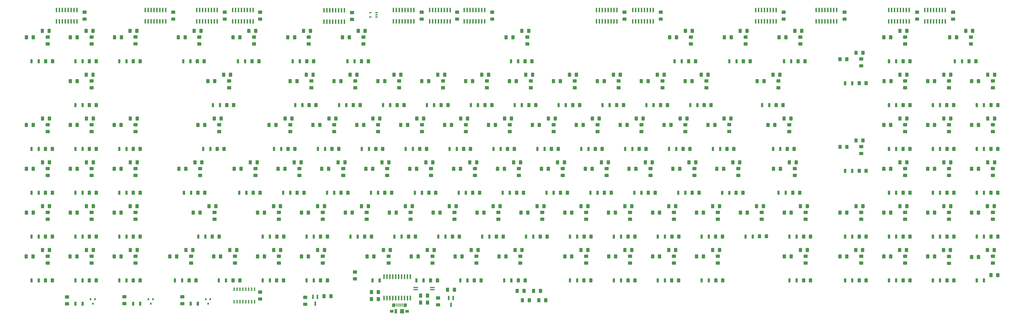
<source format=gbr>
%TF.GenerationSoftware,KiCad,Pcbnew,(5.1.5)-3*%
%TF.CreationDate,2020-04-26T16:35:22-07:00*%
%TF.ProjectId,Keyboard,4b657962-6f61-4726-942e-6b696361645f,rev?*%
%TF.SameCoordinates,Original*%
%TF.FileFunction,Paste,Bot*%
%TF.FilePolarity,Positive*%
%FSLAX46Y46*%
G04 Gerber Fmt 4.6, Leading zero omitted, Abs format (unit mm)*
G04 Created by KiCad (PCBNEW (5.1.5)-3) date 2020-04-26 16:35:22*
%MOMM*%
%LPD*%
G04 APERTURE LIST*
%ADD10R,0.800000X1.900000*%
%ADD11C,0.100000*%
%ADD12R,2.100000X0.600000*%
%ADD13R,1.050000X0.600000*%
%ADD14R,0.600000X1.550000*%
%ADD15R,0.800000X0.900000*%
%ADD16R,1.000000X1.900000*%
%ADD17R,1.800000X1.900000*%
%ADD18R,1.650000X1.300000*%
%ADD19R,1.425000X1.550000*%
%ADD20R,0.450000X1.380000*%
G04 APERTURE END LIST*
D10*
X128778000Y-161266000D03*
X129728000Y-158266000D03*
X127828000Y-158266000D03*
D11*
G36*
X127777504Y-153812204D02*
G01*
X127801773Y-153815804D01*
X127825571Y-153821765D01*
X127848671Y-153830030D01*
X127870849Y-153840520D01*
X127891893Y-153853133D01*
X127911598Y-153867747D01*
X127929777Y-153884223D01*
X127946253Y-153902402D01*
X127960867Y-153922107D01*
X127973480Y-153943151D01*
X127983970Y-153965329D01*
X127992235Y-153988429D01*
X127998196Y-154012227D01*
X128001796Y-154036496D01*
X128003000Y-154061000D01*
X128003000Y-155311000D01*
X128001796Y-155335504D01*
X127998196Y-155359773D01*
X127992235Y-155383571D01*
X127983970Y-155406671D01*
X127973480Y-155428849D01*
X127960867Y-155449893D01*
X127946253Y-155469598D01*
X127929777Y-155487777D01*
X127911598Y-155504253D01*
X127891893Y-155518867D01*
X127870849Y-155531480D01*
X127848671Y-155541970D01*
X127825571Y-155550235D01*
X127801773Y-155556196D01*
X127777504Y-155559796D01*
X127753000Y-155561000D01*
X126828000Y-155561000D01*
X126803496Y-155559796D01*
X126779227Y-155556196D01*
X126755429Y-155550235D01*
X126732329Y-155541970D01*
X126710151Y-155531480D01*
X126689107Y-155518867D01*
X126669402Y-155504253D01*
X126651223Y-155487777D01*
X126634747Y-155469598D01*
X126620133Y-155449893D01*
X126607520Y-155428849D01*
X126597030Y-155406671D01*
X126588765Y-155383571D01*
X126582804Y-155359773D01*
X126579204Y-155335504D01*
X126578000Y-155311000D01*
X126578000Y-154061000D01*
X126579204Y-154036496D01*
X126582804Y-154012227D01*
X126588765Y-153988429D01*
X126597030Y-153965329D01*
X126607520Y-153943151D01*
X126620133Y-153922107D01*
X126634747Y-153902402D01*
X126651223Y-153884223D01*
X126669402Y-153867747D01*
X126689107Y-153853133D01*
X126710151Y-153840520D01*
X126732329Y-153830030D01*
X126755429Y-153821765D01*
X126779227Y-153815804D01*
X126803496Y-153812204D01*
X126828000Y-153811000D01*
X127753000Y-153811000D01*
X127777504Y-153812204D01*
G37*
G36*
X130752504Y-153812204D02*
G01*
X130776773Y-153815804D01*
X130800571Y-153821765D01*
X130823671Y-153830030D01*
X130845849Y-153840520D01*
X130866893Y-153853133D01*
X130886598Y-153867747D01*
X130904777Y-153884223D01*
X130921253Y-153902402D01*
X130935867Y-153922107D01*
X130948480Y-153943151D01*
X130958970Y-153965329D01*
X130967235Y-153988429D01*
X130973196Y-154012227D01*
X130976796Y-154036496D01*
X130978000Y-154061000D01*
X130978000Y-155311000D01*
X130976796Y-155335504D01*
X130973196Y-155359773D01*
X130967235Y-155383571D01*
X130958970Y-155406671D01*
X130948480Y-155428849D01*
X130935867Y-155449893D01*
X130921253Y-155469598D01*
X130904777Y-155487777D01*
X130886598Y-155504253D01*
X130866893Y-155518867D01*
X130845849Y-155531480D01*
X130823671Y-155541970D01*
X130800571Y-155550235D01*
X130776773Y-155556196D01*
X130752504Y-155559796D01*
X130728000Y-155561000D01*
X129803000Y-155561000D01*
X129778496Y-155559796D01*
X129754227Y-155556196D01*
X129730429Y-155550235D01*
X129707329Y-155541970D01*
X129685151Y-155531480D01*
X129664107Y-155518867D01*
X129644402Y-155504253D01*
X129626223Y-155487777D01*
X129609747Y-155469598D01*
X129595133Y-155449893D01*
X129582520Y-155428849D01*
X129572030Y-155406671D01*
X129563765Y-155383571D01*
X129557804Y-155359773D01*
X129554204Y-155335504D01*
X129553000Y-155311000D01*
X129553000Y-154061000D01*
X129554204Y-154036496D01*
X129557804Y-154012227D01*
X129563765Y-153988429D01*
X129572030Y-153965329D01*
X129582520Y-153943151D01*
X129595133Y-153922107D01*
X129609747Y-153902402D01*
X129626223Y-153884223D01*
X129644402Y-153867747D01*
X129664107Y-153853133D01*
X129685151Y-153840520D01*
X129707329Y-153830030D01*
X129730429Y-153821765D01*
X129754227Y-153815804D01*
X129778496Y-153812204D01*
X129803000Y-153811000D01*
X130728000Y-153811000D01*
X130752504Y-153812204D01*
G37*
G36*
X123839504Y-157567204D02*
G01*
X123863773Y-157570804D01*
X123887571Y-157576765D01*
X123910671Y-157585030D01*
X123932849Y-157595520D01*
X123953893Y-157608133D01*
X123973598Y-157622747D01*
X123991777Y-157639223D01*
X124008253Y-157657402D01*
X124022867Y-157677107D01*
X124035480Y-157698151D01*
X124045970Y-157720329D01*
X124054235Y-157743429D01*
X124060196Y-157767227D01*
X124063796Y-157791496D01*
X124065000Y-157816000D01*
X124065000Y-158741000D01*
X124063796Y-158765504D01*
X124060196Y-158789773D01*
X124054235Y-158813571D01*
X124045970Y-158836671D01*
X124035480Y-158858849D01*
X124022867Y-158879893D01*
X124008253Y-158899598D01*
X123991777Y-158917777D01*
X123973598Y-158934253D01*
X123953893Y-158948867D01*
X123932849Y-158961480D01*
X123910671Y-158971970D01*
X123887571Y-158980235D01*
X123863773Y-158986196D01*
X123839504Y-158989796D01*
X123815000Y-158991000D01*
X122565000Y-158991000D01*
X122540496Y-158989796D01*
X122516227Y-158986196D01*
X122492429Y-158980235D01*
X122469329Y-158971970D01*
X122447151Y-158961480D01*
X122426107Y-158948867D01*
X122406402Y-158934253D01*
X122388223Y-158917777D01*
X122371747Y-158899598D01*
X122357133Y-158879893D01*
X122344520Y-158858849D01*
X122334030Y-158836671D01*
X122325765Y-158813571D01*
X122319804Y-158789773D01*
X122316204Y-158765504D01*
X122315000Y-158741000D01*
X122315000Y-157816000D01*
X122316204Y-157791496D01*
X122319804Y-157767227D01*
X122325765Y-157743429D01*
X122334030Y-157720329D01*
X122344520Y-157698151D01*
X122357133Y-157677107D01*
X122371747Y-157657402D01*
X122388223Y-157639223D01*
X122406402Y-157622747D01*
X122426107Y-157608133D01*
X122447151Y-157595520D01*
X122469329Y-157585030D01*
X122492429Y-157576765D01*
X122516227Y-157570804D01*
X122540496Y-157567204D01*
X122565000Y-157566000D01*
X123815000Y-157566000D01*
X123839504Y-157567204D01*
G37*
G36*
X123839504Y-160542204D02*
G01*
X123863773Y-160545804D01*
X123887571Y-160551765D01*
X123910671Y-160560030D01*
X123932849Y-160570520D01*
X123953893Y-160583133D01*
X123973598Y-160597747D01*
X123991777Y-160614223D01*
X124008253Y-160632402D01*
X124022867Y-160652107D01*
X124035480Y-160673151D01*
X124045970Y-160695329D01*
X124054235Y-160718429D01*
X124060196Y-160742227D01*
X124063796Y-160766496D01*
X124065000Y-160791000D01*
X124065000Y-161716000D01*
X124063796Y-161740504D01*
X124060196Y-161764773D01*
X124054235Y-161788571D01*
X124045970Y-161811671D01*
X124035480Y-161833849D01*
X124022867Y-161854893D01*
X124008253Y-161874598D01*
X123991777Y-161892777D01*
X123973598Y-161909253D01*
X123953893Y-161923867D01*
X123932849Y-161936480D01*
X123910671Y-161946970D01*
X123887571Y-161955235D01*
X123863773Y-161961196D01*
X123839504Y-161964796D01*
X123815000Y-161966000D01*
X122565000Y-161966000D01*
X122540496Y-161964796D01*
X122516227Y-161961196D01*
X122492429Y-161955235D01*
X122469329Y-161946970D01*
X122447151Y-161936480D01*
X122426107Y-161923867D01*
X122406402Y-161909253D01*
X122388223Y-161892777D01*
X122371747Y-161874598D01*
X122357133Y-161854893D01*
X122344520Y-161833849D01*
X122334030Y-161811671D01*
X122325765Y-161788571D01*
X122319804Y-161764773D01*
X122316204Y-161740504D01*
X122315000Y-161716000D01*
X122315000Y-160791000D01*
X122316204Y-160766496D01*
X122319804Y-160742227D01*
X122325765Y-160718429D01*
X122334030Y-160695329D01*
X122344520Y-160673151D01*
X122357133Y-160652107D01*
X122371747Y-160632402D01*
X122388223Y-160614223D01*
X122406402Y-160597747D01*
X122426107Y-160583133D01*
X122447151Y-160570520D01*
X122469329Y-160560030D01*
X122492429Y-160551765D01*
X122516227Y-160545804D01*
X122540496Y-160542204D01*
X122565000Y-160541000D01*
X123815000Y-160541000D01*
X123839504Y-160542204D01*
G37*
G36*
X-33876376Y-159879415D02*
G01*
X-33857932Y-159882151D01*
X-33839845Y-159886681D01*
X-33822289Y-159892963D01*
X-33805434Y-159900935D01*
X-33789441Y-159910521D01*
X-33774464Y-159921628D01*
X-33760649Y-159934150D01*
X-33748127Y-159947965D01*
X-33737020Y-159962942D01*
X-33727434Y-159978935D01*
X-33719462Y-159995790D01*
X-33713180Y-160013346D01*
X-33708650Y-160031433D01*
X-33705914Y-160049877D01*
X-33704999Y-160068500D01*
X-33704999Y-161438500D01*
X-33705914Y-161457123D01*
X-33708650Y-161475567D01*
X-33713180Y-161493654D01*
X-33719462Y-161511210D01*
X-33727434Y-161528065D01*
X-33737020Y-161544058D01*
X-33748127Y-161559035D01*
X-33760649Y-161572850D01*
X-33774464Y-161585372D01*
X-33789441Y-161596479D01*
X-33805434Y-161606065D01*
X-33822289Y-161614037D01*
X-33839845Y-161620319D01*
X-33857932Y-161624849D01*
X-33876376Y-161627585D01*
X-33894999Y-161628500D01*
X-34464999Y-161628500D01*
X-34483622Y-161627585D01*
X-34502066Y-161624849D01*
X-34520153Y-161620319D01*
X-34537709Y-161614037D01*
X-34554564Y-161606065D01*
X-34570557Y-161596479D01*
X-34585534Y-161585372D01*
X-34599349Y-161572850D01*
X-34611871Y-161559035D01*
X-34622978Y-161544058D01*
X-34632564Y-161528065D01*
X-34640536Y-161511210D01*
X-34646818Y-161493654D01*
X-34651348Y-161475567D01*
X-34654084Y-161457123D01*
X-34654999Y-161438500D01*
X-34654999Y-160068500D01*
X-34654084Y-160049877D01*
X-34651348Y-160031433D01*
X-34646818Y-160013346D01*
X-34640536Y-159995790D01*
X-34632564Y-159978935D01*
X-34622978Y-159962942D01*
X-34611871Y-159947965D01*
X-34599349Y-159934150D01*
X-34585534Y-159921628D01*
X-34570557Y-159910521D01*
X-34554564Y-159900935D01*
X-34537709Y-159892963D01*
X-34520153Y-159886681D01*
X-34502066Y-159882151D01*
X-34483622Y-159879415D01*
X-34464999Y-159878500D01*
X-33894999Y-159878500D01*
X-33876376Y-159879415D01*
G37*
G36*
X-30776376Y-159879415D02*
G01*
X-30757932Y-159882151D01*
X-30739845Y-159886681D01*
X-30722289Y-159892963D01*
X-30705434Y-159900935D01*
X-30689441Y-159910521D01*
X-30674464Y-159921628D01*
X-30660649Y-159934150D01*
X-30648127Y-159947965D01*
X-30637020Y-159962942D01*
X-30627434Y-159978935D01*
X-30619462Y-159995790D01*
X-30613180Y-160013346D01*
X-30608650Y-160031433D01*
X-30605914Y-160049877D01*
X-30604999Y-160068500D01*
X-30604999Y-161438500D01*
X-30605914Y-161457123D01*
X-30608650Y-161475567D01*
X-30613180Y-161493654D01*
X-30619462Y-161511210D01*
X-30627434Y-161528065D01*
X-30637020Y-161544058D01*
X-30648127Y-161559035D01*
X-30660649Y-161572850D01*
X-30674464Y-161585372D01*
X-30689441Y-161596479D01*
X-30705434Y-161606065D01*
X-30722289Y-161614037D01*
X-30739845Y-161620319D01*
X-30757932Y-161624849D01*
X-30776376Y-161627585D01*
X-30794999Y-161628500D01*
X-31364999Y-161628500D01*
X-31383622Y-161627585D01*
X-31402066Y-161624849D01*
X-31420153Y-161620319D01*
X-31437709Y-161614037D01*
X-31454564Y-161606065D01*
X-31470557Y-161596479D01*
X-31485534Y-161585372D01*
X-31499349Y-161572850D01*
X-31511871Y-161559035D01*
X-31522978Y-161544058D01*
X-31532564Y-161528065D01*
X-31540536Y-161511210D01*
X-31546818Y-161493654D01*
X-31551348Y-161475567D01*
X-31554084Y-161457123D01*
X-31554999Y-161438500D01*
X-31554999Y-160068500D01*
X-31554084Y-160049877D01*
X-31551348Y-160031433D01*
X-31546818Y-160013346D01*
X-31540536Y-159995790D01*
X-31532564Y-159978935D01*
X-31522978Y-159962942D01*
X-31511871Y-159947965D01*
X-31499349Y-159934150D01*
X-31485534Y-159921628D01*
X-31470557Y-159910521D01*
X-31454564Y-159900935D01*
X-31437709Y-159892963D01*
X-31420153Y-159886681D01*
X-31402066Y-159882151D01*
X-31383622Y-159879415D01*
X-31364999Y-159878500D01*
X-30794999Y-159878500D01*
X-30776376Y-159879415D01*
G37*
G36*
X-8876376Y-159879415D02*
G01*
X-8857932Y-159882151D01*
X-8839845Y-159886681D01*
X-8822289Y-159892963D01*
X-8805434Y-159900935D01*
X-8789441Y-159910521D01*
X-8774464Y-159921628D01*
X-8760649Y-159934150D01*
X-8748127Y-159947965D01*
X-8737020Y-159962942D01*
X-8727434Y-159978935D01*
X-8719462Y-159995790D01*
X-8713180Y-160013346D01*
X-8708650Y-160031433D01*
X-8705914Y-160049877D01*
X-8704999Y-160068500D01*
X-8704999Y-161438500D01*
X-8705914Y-161457123D01*
X-8708650Y-161475567D01*
X-8713180Y-161493654D01*
X-8719462Y-161511210D01*
X-8727434Y-161528065D01*
X-8737020Y-161544058D01*
X-8748127Y-161559035D01*
X-8760649Y-161572850D01*
X-8774464Y-161585372D01*
X-8789441Y-161596479D01*
X-8805434Y-161606065D01*
X-8822289Y-161614037D01*
X-8839845Y-161620319D01*
X-8857932Y-161624849D01*
X-8876376Y-161627585D01*
X-8894999Y-161628500D01*
X-9464999Y-161628500D01*
X-9483622Y-161627585D01*
X-9502066Y-161624849D01*
X-9520153Y-161620319D01*
X-9537709Y-161614037D01*
X-9554564Y-161606065D01*
X-9570557Y-161596479D01*
X-9585534Y-161585372D01*
X-9599349Y-161572850D01*
X-9611871Y-161559035D01*
X-9622978Y-161544058D01*
X-9632564Y-161528065D01*
X-9640536Y-161511210D01*
X-9646818Y-161493654D01*
X-9651348Y-161475567D01*
X-9654084Y-161457123D01*
X-9654999Y-161438500D01*
X-9654999Y-160068500D01*
X-9654084Y-160049877D01*
X-9651348Y-160031433D01*
X-9646818Y-160013346D01*
X-9640536Y-159995790D01*
X-9632564Y-159978935D01*
X-9622978Y-159962942D01*
X-9611871Y-159947965D01*
X-9599349Y-159934150D01*
X-9585534Y-159921628D01*
X-9570557Y-159910521D01*
X-9554564Y-159900935D01*
X-9537709Y-159892963D01*
X-9520153Y-159886681D01*
X-9502066Y-159882151D01*
X-9483622Y-159879415D01*
X-9464999Y-159878500D01*
X-8894999Y-159878500D01*
X-8876376Y-159879415D01*
G37*
G36*
X-5776376Y-159879415D02*
G01*
X-5757932Y-159882151D01*
X-5739845Y-159886681D01*
X-5722289Y-159892963D01*
X-5705434Y-159900935D01*
X-5689441Y-159910521D01*
X-5674464Y-159921628D01*
X-5660649Y-159934150D01*
X-5648127Y-159947965D01*
X-5637020Y-159962942D01*
X-5627434Y-159978935D01*
X-5619462Y-159995790D01*
X-5613180Y-160013346D01*
X-5608650Y-160031433D01*
X-5605914Y-160049877D01*
X-5604999Y-160068500D01*
X-5604999Y-161438500D01*
X-5605914Y-161457123D01*
X-5608650Y-161475567D01*
X-5613180Y-161493654D01*
X-5619462Y-161511210D01*
X-5627434Y-161528065D01*
X-5637020Y-161544058D01*
X-5648127Y-161559035D01*
X-5660649Y-161572850D01*
X-5674464Y-161585372D01*
X-5689441Y-161596479D01*
X-5705434Y-161606065D01*
X-5722289Y-161614037D01*
X-5739845Y-161620319D01*
X-5757932Y-161624849D01*
X-5776376Y-161627585D01*
X-5794999Y-161628500D01*
X-6364999Y-161628500D01*
X-6383622Y-161627585D01*
X-6402066Y-161624849D01*
X-6420153Y-161620319D01*
X-6437709Y-161614037D01*
X-6454564Y-161606065D01*
X-6470557Y-161596479D01*
X-6485534Y-161585372D01*
X-6499349Y-161572850D01*
X-6511871Y-161559035D01*
X-6522978Y-161544058D01*
X-6532564Y-161528065D01*
X-6540536Y-161511210D01*
X-6546818Y-161493654D01*
X-6551348Y-161475567D01*
X-6554084Y-161457123D01*
X-6554999Y-161438500D01*
X-6554999Y-160068500D01*
X-6554084Y-160049877D01*
X-6551348Y-160031433D01*
X-6546818Y-160013346D01*
X-6540536Y-159995790D01*
X-6532564Y-159978935D01*
X-6522978Y-159962942D01*
X-6511871Y-159947965D01*
X-6499349Y-159934150D01*
X-6485534Y-159921628D01*
X-6470557Y-159910521D01*
X-6454564Y-159900935D01*
X-6437709Y-159892963D01*
X-6420153Y-159886681D01*
X-6402066Y-159882151D01*
X-6383622Y-159879415D01*
X-6364999Y-159878500D01*
X-5794999Y-159878500D01*
X-5776376Y-159879415D01*
G37*
G36*
X16123623Y-159879415D02*
G01*
X16142067Y-159882151D01*
X16160154Y-159886681D01*
X16177710Y-159892963D01*
X16194565Y-159900935D01*
X16210558Y-159910521D01*
X16225535Y-159921628D01*
X16239350Y-159934150D01*
X16251872Y-159947965D01*
X16262979Y-159962942D01*
X16272565Y-159978935D01*
X16280537Y-159995790D01*
X16286819Y-160013346D01*
X16291349Y-160031433D01*
X16294085Y-160049877D01*
X16295000Y-160068500D01*
X16295000Y-161438500D01*
X16294085Y-161457123D01*
X16291349Y-161475567D01*
X16286819Y-161493654D01*
X16280537Y-161511210D01*
X16272565Y-161528065D01*
X16262979Y-161544058D01*
X16251872Y-161559035D01*
X16239350Y-161572850D01*
X16225535Y-161585372D01*
X16210558Y-161596479D01*
X16194565Y-161606065D01*
X16177710Y-161614037D01*
X16160154Y-161620319D01*
X16142067Y-161624849D01*
X16123623Y-161627585D01*
X16105000Y-161628500D01*
X15535000Y-161628500D01*
X15516377Y-161627585D01*
X15497933Y-161624849D01*
X15479846Y-161620319D01*
X15462290Y-161614037D01*
X15445435Y-161606065D01*
X15429442Y-161596479D01*
X15414465Y-161585372D01*
X15400650Y-161572850D01*
X15388128Y-161559035D01*
X15377021Y-161544058D01*
X15367435Y-161528065D01*
X15359463Y-161511210D01*
X15353181Y-161493654D01*
X15348651Y-161475567D01*
X15345915Y-161457123D01*
X15345000Y-161438500D01*
X15345000Y-160068500D01*
X15345915Y-160049877D01*
X15348651Y-160031433D01*
X15353181Y-160013346D01*
X15359463Y-159995790D01*
X15367435Y-159978935D01*
X15377021Y-159962942D01*
X15388128Y-159947965D01*
X15400650Y-159934150D01*
X15414465Y-159921628D01*
X15429442Y-159910521D01*
X15445435Y-159900935D01*
X15462290Y-159892963D01*
X15479846Y-159886681D01*
X15497933Y-159882151D01*
X15516377Y-159879415D01*
X15535000Y-159878500D01*
X16105000Y-159878500D01*
X16123623Y-159879415D01*
G37*
G36*
X19223623Y-159879415D02*
G01*
X19242067Y-159882151D01*
X19260154Y-159886681D01*
X19277710Y-159892963D01*
X19294565Y-159900935D01*
X19310558Y-159910521D01*
X19325535Y-159921628D01*
X19339350Y-159934150D01*
X19351872Y-159947965D01*
X19362979Y-159962942D01*
X19372565Y-159978935D01*
X19380537Y-159995790D01*
X19386819Y-160013346D01*
X19391349Y-160031433D01*
X19394085Y-160049877D01*
X19395000Y-160068500D01*
X19395000Y-161438500D01*
X19394085Y-161457123D01*
X19391349Y-161475567D01*
X19386819Y-161493654D01*
X19380537Y-161511210D01*
X19372565Y-161528065D01*
X19362979Y-161544058D01*
X19351872Y-161559035D01*
X19339350Y-161572850D01*
X19325535Y-161585372D01*
X19310558Y-161596479D01*
X19294565Y-161606065D01*
X19277710Y-161614037D01*
X19260154Y-161620319D01*
X19242067Y-161624849D01*
X19223623Y-161627585D01*
X19205000Y-161628500D01*
X18635000Y-161628500D01*
X18616377Y-161627585D01*
X18597933Y-161624849D01*
X18579846Y-161620319D01*
X18562290Y-161614037D01*
X18545435Y-161606065D01*
X18529442Y-161596479D01*
X18514465Y-161585372D01*
X18500650Y-161572850D01*
X18488128Y-161559035D01*
X18477021Y-161544058D01*
X18467435Y-161528065D01*
X18459463Y-161511210D01*
X18453181Y-161493654D01*
X18448651Y-161475567D01*
X18445915Y-161457123D01*
X18445000Y-161438500D01*
X18445000Y-160068500D01*
X18445915Y-160049877D01*
X18448651Y-160031433D01*
X18453181Y-160013346D01*
X18459463Y-159995790D01*
X18467435Y-159978935D01*
X18477021Y-159962942D01*
X18488128Y-159947965D01*
X18500650Y-159934150D01*
X18514465Y-159921628D01*
X18529442Y-159910521D01*
X18545435Y-159900935D01*
X18562290Y-159892963D01*
X18579846Y-159886681D01*
X18597933Y-159882151D01*
X18616377Y-159879415D01*
X18635000Y-159878500D01*
X19205000Y-159878500D01*
X19223623Y-159879415D01*
G37*
D12*
X113494000Y-154628000D03*
X120694000Y-154628000D03*
X120694000Y-153728000D03*
X113494000Y-153728000D03*
D11*
G36*
X-33363297Y-32110722D02*
G01*
X-33348736Y-32112882D01*
X-33334457Y-32116459D01*
X-33320597Y-32121418D01*
X-33307290Y-32127712D01*
X-33294664Y-32135280D01*
X-33282841Y-32144048D01*
X-33271934Y-32153934D01*
X-33262048Y-32164841D01*
X-33253280Y-32176664D01*
X-33245712Y-32189290D01*
X-33239418Y-32202597D01*
X-33234459Y-32216457D01*
X-33230882Y-32230736D01*
X-33228722Y-32245297D01*
X-33228000Y-32260000D01*
X-33228000Y-33910000D01*
X-33228722Y-33924703D01*
X-33230882Y-33939264D01*
X-33234459Y-33953543D01*
X-33239418Y-33967403D01*
X-33245712Y-33980710D01*
X-33253280Y-33993336D01*
X-33262048Y-34005159D01*
X-33271934Y-34016066D01*
X-33282841Y-34025952D01*
X-33294664Y-34034720D01*
X-33307290Y-34042288D01*
X-33320597Y-34048582D01*
X-33334457Y-34053541D01*
X-33348736Y-34057118D01*
X-33363297Y-34059278D01*
X-33378000Y-34060000D01*
X-33678000Y-34060000D01*
X-33692703Y-34059278D01*
X-33707264Y-34057118D01*
X-33721543Y-34053541D01*
X-33735403Y-34048582D01*
X-33748710Y-34042288D01*
X-33761336Y-34034720D01*
X-33773159Y-34025952D01*
X-33784066Y-34016066D01*
X-33793952Y-34005159D01*
X-33802720Y-33993336D01*
X-33810288Y-33980710D01*
X-33816582Y-33967403D01*
X-33821541Y-33953543D01*
X-33825118Y-33939264D01*
X-33827278Y-33924703D01*
X-33828000Y-33910000D01*
X-33828000Y-32260000D01*
X-33827278Y-32245297D01*
X-33825118Y-32230736D01*
X-33821541Y-32216457D01*
X-33816582Y-32202597D01*
X-33810288Y-32189290D01*
X-33802720Y-32176664D01*
X-33793952Y-32164841D01*
X-33784066Y-32153934D01*
X-33773159Y-32144048D01*
X-33761336Y-32135280D01*
X-33748710Y-32127712D01*
X-33735403Y-32121418D01*
X-33721543Y-32116459D01*
X-33707264Y-32112882D01*
X-33692703Y-32110722D01*
X-33678000Y-32110000D01*
X-33378000Y-32110000D01*
X-33363297Y-32110722D01*
G37*
G36*
X-34633297Y-32110722D02*
G01*
X-34618736Y-32112882D01*
X-34604457Y-32116459D01*
X-34590597Y-32121418D01*
X-34577290Y-32127712D01*
X-34564664Y-32135280D01*
X-34552841Y-32144048D01*
X-34541934Y-32153934D01*
X-34532048Y-32164841D01*
X-34523280Y-32176664D01*
X-34515712Y-32189290D01*
X-34509418Y-32202597D01*
X-34504459Y-32216457D01*
X-34500882Y-32230736D01*
X-34498722Y-32245297D01*
X-34498000Y-32260000D01*
X-34498000Y-33910000D01*
X-34498722Y-33924703D01*
X-34500882Y-33939264D01*
X-34504459Y-33953543D01*
X-34509418Y-33967403D01*
X-34515712Y-33980710D01*
X-34523280Y-33993336D01*
X-34532048Y-34005159D01*
X-34541934Y-34016066D01*
X-34552841Y-34025952D01*
X-34564664Y-34034720D01*
X-34577290Y-34042288D01*
X-34590597Y-34048582D01*
X-34604457Y-34053541D01*
X-34618736Y-34057118D01*
X-34633297Y-34059278D01*
X-34648000Y-34060000D01*
X-34948000Y-34060000D01*
X-34962703Y-34059278D01*
X-34977264Y-34057118D01*
X-34991543Y-34053541D01*
X-35005403Y-34048582D01*
X-35018710Y-34042288D01*
X-35031336Y-34034720D01*
X-35043159Y-34025952D01*
X-35054066Y-34016066D01*
X-35063952Y-34005159D01*
X-35072720Y-33993336D01*
X-35080288Y-33980710D01*
X-35086582Y-33967403D01*
X-35091541Y-33953543D01*
X-35095118Y-33939264D01*
X-35097278Y-33924703D01*
X-35098000Y-33910000D01*
X-35098000Y-32260000D01*
X-35097278Y-32245297D01*
X-35095118Y-32230736D01*
X-35091541Y-32216457D01*
X-35086582Y-32202597D01*
X-35080288Y-32189290D01*
X-35072720Y-32176664D01*
X-35063952Y-32164841D01*
X-35054066Y-32153934D01*
X-35043159Y-32144048D01*
X-35031336Y-32135280D01*
X-35018710Y-32127712D01*
X-35005403Y-32121418D01*
X-34991543Y-32116459D01*
X-34977264Y-32112882D01*
X-34962703Y-32110722D01*
X-34948000Y-32110000D01*
X-34648000Y-32110000D01*
X-34633297Y-32110722D01*
G37*
G36*
X-35903297Y-32110722D02*
G01*
X-35888736Y-32112882D01*
X-35874457Y-32116459D01*
X-35860597Y-32121418D01*
X-35847290Y-32127712D01*
X-35834664Y-32135280D01*
X-35822841Y-32144048D01*
X-35811934Y-32153934D01*
X-35802048Y-32164841D01*
X-35793280Y-32176664D01*
X-35785712Y-32189290D01*
X-35779418Y-32202597D01*
X-35774459Y-32216457D01*
X-35770882Y-32230736D01*
X-35768722Y-32245297D01*
X-35768000Y-32260000D01*
X-35768000Y-33910000D01*
X-35768722Y-33924703D01*
X-35770882Y-33939264D01*
X-35774459Y-33953543D01*
X-35779418Y-33967403D01*
X-35785712Y-33980710D01*
X-35793280Y-33993336D01*
X-35802048Y-34005159D01*
X-35811934Y-34016066D01*
X-35822841Y-34025952D01*
X-35834664Y-34034720D01*
X-35847290Y-34042288D01*
X-35860597Y-34048582D01*
X-35874457Y-34053541D01*
X-35888736Y-34057118D01*
X-35903297Y-34059278D01*
X-35918000Y-34060000D01*
X-36218000Y-34060000D01*
X-36232703Y-34059278D01*
X-36247264Y-34057118D01*
X-36261543Y-34053541D01*
X-36275403Y-34048582D01*
X-36288710Y-34042288D01*
X-36301336Y-34034720D01*
X-36313159Y-34025952D01*
X-36324066Y-34016066D01*
X-36333952Y-34005159D01*
X-36342720Y-33993336D01*
X-36350288Y-33980710D01*
X-36356582Y-33967403D01*
X-36361541Y-33953543D01*
X-36365118Y-33939264D01*
X-36367278Y-33924703D01*
X-36368000Y-33910000D01*
X-36368000Y-32260000D01*
X-36367278Y-32245297D01*
X-36365118Y-32230736D01*
X-36361541Y-32216457D01*
X-36356582Y-32202597D01*
X-36350288Y-32189290D01*
X-36342720Y-32176664D01*
X-36333952Y-32164841D01*
X-36324066Y-32153934D01*
X-36313159Y-32144048D01*
X-36301336Y-32135280D01*
X-36288710Y-32127712D01*
X-36275403Y-32121418D01*
X-36261543Y-32116459D01*
X-36247264Y-32112882D01*
X-36232703Y-32110722D01*
X-36218000Y-32110000D01*
X-35918000Y-32110000D01*
X-35903297Y-32110722D01*
G37*
G36*
X-37173297Y-32110722D02*
G01*
X-37158736Y-32112882D01*
X-37144457Y-32116459D01*
X-37130597Y-32121418D01*
X-37117290Y-32127712D01*
X-37104664Y-32135280D01*
X-37092841Y-32144048D01*
X-37081934Y-32153934D01*
X-37072048Y-32164841D01*
X-37063280Y-32176664D01*
X-37055712Y-32189290D01*
X-37049418Y-32202597D01*
X-37044459Y-32216457D01*
X-37040882Y-32230736D01*
X-37038722Y-32245297D01*
X-37038000Y-32260000D01*
X-37038000Y-33910000D01*
X-37038722Y-33924703D01*
X-37040882Y-33939264D01*
X-37044459Y-33953543D01*
X-37049418Y-33967403D01*
X-37055712Y-33980710D01*
X-37063280Y-33993336D01*
X-37072048Y-34005159D01*
X-37081934Y-34016066D01*
X-37092841Y-34025952D01*
X-37104664Y-34034720D01*
X-37117290Y-34042288D01*
X-37130597Y-34048582D01*
X-37144457Y-34053541D01*
X-37158736Y-34057118D01*
X-37173297Y-34059278D01*
X-37188000Y-34060000D01*
X-37488000Y-34060000D01*
X-37502703Y-34059278D01*
X-37517264Y-34057118D01*
X-37531543Y-34053541D01*
X-37545403Y-34048582D01*
X-37558710Y-34042288D01*
X-37571336Y-34034720D01*
X-37583159Y-34025952D01*
X-37594066Y-34016066D01*
X-37603952Y-34005159D01*
X-37612720Y-33993336D01*
X-37620288Y-33980710D01*
X-37626582Y-33967403D01*
X-37631541Y-33953543D01*
X-37635118Y-33939264D01*
X-37637278Y-33924703D01*
X-37638000Y-33910000D01*
X-37638000Y-32260000D01*
X-37637278Y-32245297D01*
X-37635118Y-32230736D01*
X-37631541Y-32216457D01*
X-37626582Y-32202597D01*
X-37620288Y-32189290D01*
X-37612720Y-32176664D01*
X-37603952Y-32164841D01*
X-37594066Y-32153934D01*
X-37583159Y-32144048D01*
X-37571336Y-32135280D01*
X-37558710Y-32127712D01*
X-37545403Y-32121418D01*
X-37531543Y-32116459D01*
X-37517264Y-32112882D01*
X-37502703Y-32110722D01*
X-37488000Y-32110000D01*
X-37188000Y-32110000D01*
X-37173297Y-32110722D01*
G37*
G36*
X-38443297Y-32110722D02*
G01*
X-38428736Y-32112882D01*
X-38414457Y-32116459D01*
X-38400597Y-32121418D01*
X-38387290Y-32127712D01*
X-38374664Y-32135280D01*
X-38362841Y-32144048D01*
X-38351934Y-32153934D01*
X-38342048Y-32164841D01*
X-38333280Y-32176664D01*
X-38325712Y-32189290D01*
X-38319418Y-32202597D01*
X-38314459Y-32216457D01*
X-38310882Y-32230736D01*
X-38308722Y-32245297D01*
X-38308000Y-32260000D01*
X-38308000Y-33910000D01*
X-38308722Y-33924703D01*
X-38310882Y-33939264D01*
X-38314459Y-33953543D01*
X-38319418Y-33967403D01*
X-38325712Y-33980710D01*
X-38333280Y-33993336D01*
X-38342048Y-34005159D01*
X-38351934Y-34016066D01*
X-38362841Y-34025952D01*
X-38374664Y-34034720D01*
X-38387290Y-34042288D01*
X-38400597Y-34048582D01*
X-38414457Y-34053541D01*
X-38428736Y-34057118D01*
X-38443297Y-34059278D01*
X-38458000Y-34060000D01*
X-38758000Y-34060000D01*
X-38772703Y-34059278D01*
X-38787264Y-34057118D01*
X-38801543Y-34053541D01*
X-38815403Y-34048582D01*
X-38828710Y-34042288D01*
X-38841336Y-34034720D01*
X-38853159Y-34025952D01*
X-38864066Y-34016066D01*
X-38873952Y-34005159D01*
X-38882720Y-33993336D01*
X-38890288Y-33980710D01*
X-38896582Y-33967403D01*
X-38901541Y-33953543D01*
X-38905118Y-33939264D01*
X-38907278Y-33924703D01*
X-38908000Y-33910000D01*
X-38908000Y-32260000D01*
X-38907278Y-32245297D01*
X-38905118Y-32230736D01*
X-38901541Y-32216457D01*
X-38896582Y-32202597D01*
X-38890288Y-32189290D01*
X-38882720Y-32176664D01*
X-38873952Y-32164841D01*
X-38864066Y-32153934D01*
X-38853159Y-32144048D01*
X-38841336Y-32135280D01*
X-38828710Y-32127712D01*
X-38815403Y-32121418D01*
X-38801543Y-32116459D01*
X-38787264Y-32112882D01*
X-38772703Y-32110722D01*
X-38758000Y-32110000D01*
X-38458000Y-32110000D01*
X-38443297Y-32110722D01*
G37*
G36*
X-39713297Y-32110722D02*
G01*
X-39698736Y-32112882D01*
X-39684457Y-32116459D01*
X-39670597Y-32121418D01*
X-39657290Y-32127712D01*
X-39644664Y-32135280D01*
X-39632841Y-32144048D01*
X-39621934Y-32153934D01*
X-39612048Y-32164841D01*
X-39603280Y-32176664D01*
X-39595712Y-32189290D01*
X-39589418Y-32202597D01*
X-39584459Y-32216457D01*
X-39580882Y-32230736D01*
X-39578722Y-32245297D01*
X-39578000Y-32260000D01*
X-39578000Y-33910000D01*
X-39578722Y-33924703D01*
X-39580882Y-33939264D01*
X-39584459Y-33953543D01*
X-39589418Y-33967403D01*
X-39595712Y-33980710D01*
X-39603280Y-33993336D01*
X-39612048Y-34005159D01*
X-39621934Y-34016066D01*
X-39632841Y-34025952D01*
X-39644664Y-34034720D01*
X-39657290Y-34042288D01*
X-39670597Y-34048582D01*
X-39684457Y-34053541D01*
X-39698736Y-34057118D01*
X-39713297Y-34059278D01*
X-39728000Y-34060000D01*
X-40028000Y-34060000D01*
X-40042703Y-34059278D01*
X-40057264Y-34057118D01*
X-40071543Y-34053541D01*
X-40085403Y-34048582D01*
X-40098710Y-34042288D01*
X-40111336Y-34034720D01*
X-40123159Y-34025952D01*
X-40134066Y-34016066D01*
X-40143952Y-34005159D01*
X-40152720Y-33993336D01*
X-40160288Y-33980710D01*
X-40166582Y-33967403D01*
X-40171541Y-33953543D01*
X-40175118Y-33939264D01*
X-40177278Y-33924703D01*
X-40178000Y-33910000D01*
X-40178000Y-32260000D01*
X-40177278Y-32245297D01*
X-40175118Y-32230736D01*
X-40171541Y-32216457D01*
X-40166582Y-32202597D01*
X-40160288Y-32189290D01*
X-40152720Y-32176664D01*
X-40143952Y-32164841D01*
X-40134066Y-32153934D01*
X-40123159Y-32144048D01*
X-40111336Y-32135280D01*
X-40098710Y-32127712D01*
X-40085403Y-32121418D01*
X-40071543Y-32116459D01*
X-40057264Y-32112882D01*
X-40042703Y-32110722D01*
X-40028000Y-32110000D01*
X-39728000Y-32110000D01*
X-39713297Y-32110722D01*
G37*
G36*
X-40983297Y-32110722D02*
G01*
X-40968736Y-32112882D01*
X-40954457Y-32116459D01*
X-40940597Y-32121418D01*
X-40927290Y-32127712D01*
X-40914664Y-32135280D01*
X-40902841Y-32144048D01*
X-40891934Y-32153934D01*
X-40882048Y-32164841D01*
X-40873280Y-32176664D01*
X-40865712Y-32189290D01*
X-40859418Y-32202597D01*
X-40854459Y-32216457D01*
X-40850882Y-32230736D01*
X-40848722Y-32245297D01*
X-40848000Y-32260000D01*
X-40848000Y-33910000D01*
X-40848722Y-33924703D01*
X-40850882Y-33939264D01*
X-40854459Y-33953543D01*
X-40859418Y-33967403D01*
X-40865712Y-33980710D01*
X-40873280Y-33993336D01*
X-40882048Y-34005159D01*
X-40891934Y-34016066D01*
X-40902841Y-34025952D01*
X-40914664Y-34034720D01*
X-40927290Y-34042288D01*
X-40940597Y-34048582D01*
X-40954457Y-34053541D01*
X-40968736Y-34057118D01*
X-40983297Y-34059278D01*
X-40998000Y-34060000D01*
X-41298000Y-34060000D01*
X-41312703Y-34059278D01*
X-41327264Y-34057118D01*
X-41341543Y-34053541D01*
X-41355403Y-34048582D01*
X-41368710Y-34042288D01*
X-41381336Y-34034720D01*
X-41393159Y-34025952D01*
X-41404066Y-34016066D01*
X-41413952Y-34005159D01*
X-41422720Y-33993336D01*
X-41430288Y-33980710D01*
X-41436582Y-33967403D01*
X-41441541Y-33953543D01*
X-41445118Y-33939264D01*
X-41447278Y-33924703D01*
X-41448000Y-33910000D01*
X-41448000Y-32260000D01*
X-41447278Y-32245297D01*
X-41445118Y-32230736D01*
X-41441541Y-32216457D01*
X-41436582Y-32202597D01*
X-41430288Y-32189290D01*
X-41422720Y-32176664D01*
X-41413952Y-32164841D01*
X-41404066Y-32153934D01*
X-41393159Y-32144048D01*
X-41381336Y-32135280D01*
X-41368710Y-32127712D01*
X-41355403Y-32121418D01*
X-41341543Y-32116459D01*
X-41327264Y-32112882D01*
X-41312703Y-32110722D01*
X-41298000Y-32110000D01*
X-40998000Y-32110000D01*
X-40983297Y-32110722D01*
G37*
G36*
X-42253297Y-32110722D02*
G01*
X-42238736Y-32112882D01*
X-42224457Y-32116459D01*
X-42210597Y-32121418D01*
X-42197290Y-32127712D01*
X-42184664Y-32135280D01*
X-42172841Y-32144048D01*
X-42161934Y-32153934D01*
X-42152048Y-32164841D01*
X-42143280Y-32176664D01*
X-42135712Y-32189290D01*
X-42129418Y-32202597D01*
X-42124459Y-32216457D01*
X-42120882Y-32230736D01*
X-42118722Y-32245297D01*
X-42118000Y-32260000D01*
X-42118000Y-33910000D01*
X-42118722Y-33924703D01*
X-42120882Y-33939264D01*
X-42124459Y-33953543D01*
X-42129418Y-33967403D01*
X-42135712Y-33980710D01*
X-42143280Y-33993336D01*
X-42152048Y-34005159D01*
X-42161934Y-34016066D01*
X-42172841Y-34025952D01*
X-42184664Y-34034720D01*
X-42197290Y-34042288D01*
X-42210597Y-34048582D01*
X-42224457Y-34053541D01*
X-42238736Y-34057118D01*
X-42253297Y-34059278D01*
X-42268000Y-34060000D01*
X-42568000Y-34060000D01*
X-42582703Y-34059278D01*
X-42597264Y-34057118D01*
X-42611543Y-34053541D01*
X-42625403Y-34048582D01*
X-42638710Y-34042288D01*
X-42651336Y-34034720D01*
X-42663159Y-34025952D01*
X-42674066Y-34016066D01*
X-42683952Y-34005159D01*
X-42692720Y-33993336D01*
X-42700288Y-33980710D01*
X-42706582Y-33967403D01*
X-42711541Y-33953543D01*
X-42715118Y-33939264D01*
X-42717278Y-33924703D01*
X-42718000Y-33910000D01*
X-42718000Y-32260000D01*
X-42717278Y-32245297D01*
X-42715118Y-32230736D01*
X-42711541Y-32216457D01*
X-42706582Y-32202597D01*
X-42700288Y-32189290D01*
X-42692720Y-32176664D01*
X-42683952Y-32164841D01*
X-42674066Y-32153934D01*
X-42663159Y-32144048D01*
X-42651336Y-32135280D01*
X-42638710Y-32127712D01*
X-42625403Y-32121418D01*
X-42611543Y-32116459D01*
X-42597264Y-32112882D01*
X-42582703Y-32110722D01*
X-42568000Y-32110000D01*
X-42268000Y-32110000D01*
X-42253297Y-32110722D01*
G37*
G36*
X-42253297Y-37060722D02*
G01*
X-42238736Y-37062882D01*
X-42224457Y-37066459D01*
X-42210597Y-37071418D01*
X-42197290Y-37077712D01*
X-42184664Y-37085280D01*
X-42172841Y-37094048D01*
X-42161934Y-37103934D01*
X-42152048Y-37114841D01*
X-42143280Y-37126664D01*
X-42135712Y-37139290D01*
X-42129418Y-37152597D01*
X-42124459Y-37166457D01*
X-42120882Y-37180736D01*
X-42118722Y-37195297D01*
X-42118000Y-37210000D01*
X-42118000Y-38860000D01*
X-42118722Y-38874703D01*
X-42120882Y-38889264D01*
X-42124459Y-38903543D01*
X-42129418Y-38917403D01*
X-42135712Y-38930710D01*
X-42143280Y-38943336D01*
X-42152048Y-38955159D01*
X-42161934Y-38966066D01*
X-42172841Y-38975952D01*
X-42184664Y-38984720D01*
X-42197290Y-38992288D01*
X-42210597Y-38998582D01*
X-42224457Y-39003541D01*
X-42238736Y-39007118D01*
X-42253297Y-39009278D01*
X-42268000Y-39010000D01*
X-42568000Y-39010000D01*
X-42582703Y-39009278D01*
X-42597264Y-39007118D01*
X-42611543Y-39003541D01*
X-42625403Y-38998582D01*
X-42638710Y-38992288D01*
X-42651336Y-38984720D01*
X-42663159Y-38975952D01*
X-42674066Y-38966066D01*
X-42683952Y-38955159D01*
X-42692720Y-38943336D01*
X-42700288Y-38930710D01*
X-42706582Y-38917403D01*
X-42711541Y-38903543D01*
X-42715118Y-38889264D01*
X-42717278Y-38874703D01*
X-42718000Y-38860000D01*
X-42718000Y-37210000D01*
X-42717278Y-37195297D01*
X-42715118Y-37180736D01*
X-42711541Y-37166457D01*
X-42706582Y-37152597D01*
X-42700288Y-37139290D01*
X-42692720Y-37126664D01*
X-42683952Y-37114841D01*
X-42674066Y-37103934D01*
X-42663159Y-37094048D01*
X-42651336Y-37085280D01*
X-42638710Y-37077712D01*
X-42625403Y-37071418D01*
X-42611543Y-37066459D01*
X-42597264Y-37062882D01*
X-42582703Y-37060722D01*
X-42568000Y-37060000D01*
X-42268000Y-37060000D01*
X-42253297Y-37060722D01*
G37*
G36*
X-40983297Y-37060722D02*
G01*
X-40968736Y-37062882D01*
X-40954457Y-37066459D01*
X-40940597Y-37071418D01*
X-40927290Y-37077712D01*
X-40914664Y-37085280D01*
X-40902841Y-37094048D01*
X-40891934Y-37103934D01*
X-40882048Y-37114841D01*
X-40873280Y-37126664D01*
X-40865712Y-37139290D01*
X-40859418Y-37152597D01*
X-40854459Y-37166457D01*
X-40850882Y-37180736D01*
X-40848722Y-37195297D01*
X-40848000Y-37210000D01*
X-40848000Y-38860000D01*
X-40848722Y-38874703D01*
X-40850882Y-38889264D01*
X-40854459Y-38903543D01*
X-40859418Y-38917403D01*
X-40865712Y-38930710D01*
X-40873280Y-38943336D01*
X-40882048Y-38955159D01*
X-40891934Y-38966066D01*
X-40902841Y-38975952D01*
X-40914664Y-38984720D01*
X-40927290Y-38992288D01*
X-40940597Y-38998582D01*
X-40954457Y-39003541D01*
X-40968736Y-39007118D01*
X-40983297Y-39009278D01*
X-40998000Y-39010000D01*
X-41298000Y-39010000D01*
X-41312703Y-39009278D01*
X-41327264Y-39007118D01*
X-41341543Y-39003541D01*
X-41355403Y-38998582D01*
X-41368710Y-38992288D01*
X-41381336Y-38984720D01*
X-41393159Y-38975952D01*
X-41404066Y-38966066D01*
X-41413952Y-38955159D01*
X-41422720Y-38943336D01*
X-41430288Y-38930710D01*
X-41436582Y-38917403D01*
X-41441541Y-38903543D01*
X-41445118Y-38889264D01*
X-41447278Y-38874703D01*
X-41448000Y-38860000D01*
X-41448000Y-37210000D01*
X-41447278Y-37195297D01*
X-41445118Y-37180736D01*
X-41441541Y-37166457D01*
X-41436582Y-37152597D01*
X-41430288Y-37139290D01*
X-41422720Y-37126664D01*
X-41413952Y-37114841D01*
X-41404066Y-37103934D01*
X-41393159Y-37094048D01*
X-41381336Y-37085280D01*
X-41368710Y-37077712D01*
X-41355403Y-37071418D01*
X-41341543Y-37066459D01*
X-41327264Y-37062882D01*
X-41312703Y-37060722D01*
X-41298000Y-37060000D01*
X-40998000Y-37060000D01*
X-40983297Y-37060722D01*
G37*
G36*
X-39713297Y-37060722D02*
G01*
X-39698736Y-37062882D01*
X-39684457Y-37066459D01*
X-39670597Y-37071418D01*
X-39657290Y-37077712D01*
X-39644664Y-37085280D01*
X-39632841Y-37094048D01*
X-39621934Y-37103934D01*
X-39612048Y-37114841D01*
X-39603280Y-37126664D01*
X-39595712Y-37139290D01*
X-39589418Y-37152597D01*
X-39584459Y-37166457D01*
X-39580882Y-37180736D01*
X-39578722Y-37195297D01*
X-39578000Y-37210000D01*
X-39578000Y-38860000D01*
X-39578722Y-38874703D01*
X-39580882Y-38889264D01*
X-39584459Y-38903543D01*
X-39589418Y-38917403D01*
X-39595712Y-38930710D01*
X-39603280Y-38943336D01*
X-39612048Y-38955159D01*
X-39621934Y-38966066D01*
X-39632841Y-38975952D01*
X-39644664Y-38984720D01*
X-39657290Y-38992288D01*
X-39670597Y-38998582D01*
X-39684457Y-39003541D01*
X-39698736Y-39007118D01*
X-39713297Y-39009278D01*
X-39728000Y-39010000D01*
X-40028000Y-39010000D01*
X-40042703Y-39009278D01*
X-40057264Y-39007118D01*
X-40071543Y-39003541D01*
X-40085403Y-38998582D01*
X-40098710Y-38992288D01*
X-40111336Y-38984720D01*
X-40123159Y-38975952D01*
X-40134066Y-38966066D01*
X-40143952Y-38955159D01*
X-40152720Y-38943336D01*
X-40160288Y-38930710D01*
X-40166582Y-38917403D01*
X-40171541Y-38903543D01*
X-40175118Y-38889264D01*
X-40177278Y-38874703D01*
X-40178000Y-38860000D01*
X-40178000Y-37210000D01*
X-40177278Y-37195297D01*
X-40175118Y-37180736D01*
X-40171541Y-37166457D01*
X-40166582Y-37152597D01*
X-40160288Y-37139290D01*
X-40152720Y-37126664D01*
X-40143952Y-37114841D01*
X-40134066Y-37103934D01*
X-40123159Y-37094048D01*
X-40111336Y-37085280D01*
X-40098710Y-37077712D01*
X-40085403Y-37071418D01*
X-40071543Y-37066459D01*
X-40057264Y-37062882D01*
X-40042703Y-37060722D01*
X-40028000Y-37060000D01*
X-39728000Y-37060000D01*
X-39713297Y-37060722D01*
G37*
G36*
X-38443297Y-37060722D02*
G01*
X-38428736Y-37062882D01*
X-38414457Y-37066459D01*
X-38400597Y-37071418D01*
X-38387290Y-37077712D01*
X-38374664Y-37085280D01*
X-38362841Y-37094048D01*
X-38351934Y-37103934D01*
X-38342048Y-37114841D01*
X-38333280Y-37126664D01*
X-38325712Y-37139290D01*
X-38319418Y-37152597D01*
X-38314459Y-37166457D01*
X-38310882Y-37180736D01*
X-38308722Y-37195297D01*
X-38308000Y-37210000D01*
X-38308000Y-38860000D01*
X-38308722Y-38874703D01*
X-38310882Y-38889264D01*
X-38314459Y-38903543D01*
X-38319418Y-38917403D01*
X-38325712Y-38930710D01*
X-38333280Y-38943336D01*
X-38342048Y-38955159D01*
X-38351934Y-38966066D01*
X-38362841Y-38975952D01*
X-38374664Y-38984720D01*
X-38387290Y-38992288D01*
X-38400597Y-38998582D01*
X-38414457Y-39003541D01*
X-38428736Y-39007118D01*
X-38443297Y-39009278D01*
X-38458000Y-39010000D01*
X-38758000Y-39010000D01*
X-38772703Y-39009278D01*
X-38787264Y-39007118D01*
X-38801543Y-39003541D01*
X-38815403Y-38998582D01*
X-38828710Y-38992288D01*
X-38841336Y-38984720D01*
X-38853159Y-38975952D01*
X-38864066Y-38966066D01*
X-38873952Y-38955159D01*
X-38882720Y-38943336D01*
X-38890288Y-38930710D01*
X-38896582Y-38917403D01*
X-38901541Y-38903543D01*
X-38905118Y-38889264D01*
X-38907278Y-38874703D01*
X-38908000Y-38860000D01*
X-38908000Y-37210000D01*
X-38907278Y-37195297D01*
X-38905118Y-37180736D01*
X-38901541Y-37166457D01*
X-38896582Y-37152597D01*
X-38890288Y-37139290D01*
X-38882720Y-37126664D01*
X-38873952Y-37114841D01*
X-38864066Y-37103934D01*
X-38853159Y-37094048D01*
X-38841336Y-37085280D01*
X-38828710Y-37077712D01*
X-38815403Y-37071418D01*
X-38801543Y-37066459D01*
X-38787264Y-37062882D01*
X-38772703Y-37060722D01*
X-38758000Y-37060000D01*
X-38458000Y-37060000D01*
X-38443297Y-37060722D01*
G37*
G36*
X-37173297Y-37060722D02*
G01*
X-37158736Y-37062882D01*
X-37144457Y-37066459D01*
X-37130597Y-37071418D01*
X-37117290Y-37077712D01*
X-37104664Y-37085280D01*
X-37092841Y-37094048D01*
X-37081934Y-37103934D01*
X-37072048Y-37114841D01*
X-37063280Y-37126664D01*
X-37055712Y-37139290D01*
X-37049418Y-37152597D01*
X-37044459Y-37166457D01*
X-37040882Y-37180736D01*
X-37038722Y-37195297D01*
X-37038000Y-37210000D01*
X-37038000Y-38860000D01*
X-37038722Y-38874703D01*
X-37040882Y-38889264D01*
X-37044459Y-38903543D01*
X-37049418Y-38917403D01*
X-37055712Y-38930710D01*
X-37063280Y-38943336D01*
X-37072048Y-38955159D01*
X-37081934Y-38966066D01*
X-37092841Y-38975952D01*
X-37104664Y-38984720D01*
X-37117290Y-38992288D01*
X-37130597Y-38998582D01*
X-37144457Y-39003541D01*
X-37158736Y-39007118D01*
X-37173297Y-39009278D01*
X-37188000Y-39010000D01*
X-37488000Y-39010000D01*
X-37502703Y-39009278D01*
X-37517264Y-39007118D01*
X-37531543Y-39003541D01*
X-37545403Y-38998582D01*
X-37558710Y-38992288D01*
X-37571336Y-38984720D01*
X-37583159Y-38975952D01*
X-37594066Y-38966066D01*
X-37603952Y-38955159D01*
X-37612720Y-38943336D01*
X-37620288Y-38930710D01*
X-37626582Y-38917403D01*
X-37631541Y-38903543D01*
X-37635118Y-38889264D01*
X-37637278Y-38874703D01*
X-37638000Y-38860000D01*
X-37638000Y-37210000D01*
X-37637278Y-37195297D01*
X-37635118Y-37180736D01*
X-37631541Y-37166457D01*
X-37626582Y-37152597D01*
X-37620288Y-37139290D01*
X-37612720Y-37126664D01*
X-37603952Y-37114841D01*
X-37594066Y-37103934D01*
X-37583159Y-37094048D01*
X-37571336Y-37085280D01*
X-37558710Y-37077712D01*
X-37545403Y-37071418D01*
X-37531543Y-37066459D01*
X-37517264Y-37062882D01*
X-37502703Y-37060722D01*
X-37488000Y-37060000D01*
X-37188000Y-37060000D01*
X-37173297Y-37060722D01*
G37*
G36*
X-35903297Y-37060722D02*
G01*
X-35888736Y-37062882D01*
X-35874457Y-37066459D01*
X-35860597Y-37071418D01*
X-35847290Y-37077712D01*
X-35834664Y-37085280D01*
X-35822841Y-37094048D01*
X-35811934Y-37103934D01*
X-35802048Y-37114841D01*
X-35793280Y-37126664D01*
X-35785712Y-37139290D01*
X-35779418Y-37152597D01*
X-35774459Y-37166457D01*
X-35770882Y-37180736D01*
X-35768722Y-37195297D01*
X-35768000Y-37210000D01*
X-35768000Y-38860000D01*
X-35768722Y-38874703D01*
X-35770882Y-38889264D01*
X-35774459Y-38903543D01*
X-35779418Y-38917403D01*
X-35785712Y-38930710D01*
X-35793280Y-38943336D01*
X-35802048Y-38955159D01*
X-35811934Y-38966066D01*
X-35822841Y-38975952D01*
X-35834664Y-38984720D01*
X-35847290Y-38992288D01*
X-35860597Y-38998582D01*
X-35874457Y-39003541D01*
X-35888736Y-39007118D01*
X-35903297Y-39009278D01*
X-35918000Y-39010000D01*
X-36218000Y-39010000D01*
X-36232703Y-39009278D01*
X-36247264Y-39007118D01*
X-36261543Y-39003541D01*
X-36275403Y-38998582D01*
X-36288710Y-38992288D01*
X-36301336Y-38984720D01*
X-36313159Y-38975952D01*
X-36324066Y-38966066D01*
X-36333952Y-38955159D01*
X-36342720Y-38943336D01*
X-36350288Y-38930710D01*
X-36356582Y-38917403D01*
X-36361541Y-38903543D01*
X-36365118Y-38889264D01*
X-36367278Y-38874703D01*
X-36368000Y-38860000D01*
X-36368000Y-37210000D01*
X-36367278Y-37195297D01*
X-36365118Y-37180736D01*
X-36361541Y-37166457D01*
X-36356582Y-37152597D01*
X-36350288Y-37139290D01*
X-36342720Y-37126664D01*
X-36333952Y-37114841D01*
X-36324066Y-37103934D01*
X-36313159Y-37094048D01*
X-36301336Y-37085280D01*
X-36288710Y-37077712D01*
X-36275403Y-37071418D01*
X-36261543Y-37066459D01*
X-36247264Y-37062882D01*
X-36232703Y-37060722D01*
X-36218000Y-37060000D01*
X-35918000Y-37060000D01*
X-35903297Y-37060722D01*
G37*
G36*
X-34633297Y-37060722D02*
G01*
X-34618736Y-37062882D01*
X-34604457Y-37066459D01*
X-34590597Y-37071418D01*
X-34577290Y-37077712D01*
X-34564664Y-37085280D01*
X-34552841Y-37094048D01*
X-34541934Y-37103934D01*
X-34532048Y-37114841D01*
X-34523280Y-37126664D01*
X-34515712Y-37139290D01*
X-34509418Y-37152597D01*
X-34504459Y-37166457D01*
X-34500882Y-37180736D01*
X-34498722Y-37195297D01*
X-34498000Y-37210000D01*
X-34498000Y-38860000D01*
X-34498722Y-38874703D01*
X-34500882Y-38889264D01*
X-34504459Y-38903543D01*
X-34509418Y-38917403D01*
X-34515712Y-38930710D01*
X-34523280Y-38943336D01*
X-34532048Y-38955159D01*
X-34541934Y-38966066D01*
X-34552841Y-38975952D01*
X-34564664Y-38984720D01*
X-34577290Y-38992288D01*
X-34590597Y-38998582D01*
X-34604457Y-39003541D01*
X-34618736Y-39007118D01*
X-34633297Y-39009278D01*
X-34648000Y-39010000D01*
X-34948000Y-39010000D01*
X-34962703Y-39009278D01*
X-34977264Y-39007118D01*
X-34991543Y-39003541D01*
X-35005403Y-38998582D01*
X-35018710Y-38992288D01*
X-35031336Y-38984720D01*
X-35043159Y-38975952D01*
X-35054066Y-38966066D01*
X-35063952Y-38955159D01*
X-35072720Y-38943336D01*
X-35080288Y-38930710D01*
X-35086582Y-38917403D01*
X-35091541Y-38903543D01*
X-35095118Y-38889264D01*
X-35097278Y-38874703D01*
X-35098000Y-38860000D01*
X-35098000Y-37210000D01*
X-35097278Y-37195297D01*
X-35095118Y-37180736D01*
X-35091541Y-37166457D01*
X-35086582Y-37152597D01*
X-35080288Y-37139290D01*
X-35072720Y-37126664D01*
X-35063952Y-37114841D01*
X-35054066Y-37103934D01*
X-35043159Y-37094048D01*
X-35031336Y-37085280D01*
X-35018710Y-37077712D01*
X-35005403Y-37071418D01*
X-34991543Y-37066459D01*
X-34977264Y-37062882D01*
X-34962703Y-37060722D01*
X-34948000Y-37060000D01*
X-34648000Y-37060000D01*
X-34633297Y-37060722D01*
G37*
G36*
X-33363297Y-37060722D02*
G01*
X-33348736Y-37062882D01*
X-33334457Y-37066459D01*
X-33320597Y-37071418D01*
X-33307290Y-37077712D01*
X-33294664Y-37085280D01*
X-33282841Y-37094048D01*
X-33271934Y-37103934D01*
X-33262048Y-37114841D01*
X-33253280Y-37126664D01*
X-33245712Y-37139290D01*
X-33239418Y-37152597D01*
X-33234459Y-37166457D01*
X-33230882Y-37180736D01*
X-33228722Y-37195297D01*
X-33228000Y-37210000D01*
X-33228000Y-38860000D01*
X-33228722Y-38874703D01*
X-33230882Y-38889264D01*
X-33234459Y-38903543D01*
X-33239418Y-38917403D01*
X-33245712Y-38930710D01*
X-33253280Y-38943336D01*
X-33262048Y-38955159D01*
X-33271934Y-38966066D01*
X-33282841Y-38975952D01*
X-33294664Y-38984720D01*
X-33307290Y-38992288D01*
X-33320597Y-38998582D01*
X-33334457Y-39003541D01*
X-33348736Y-39007118D01*
X-33363297Y-39009278D01*
X-33378000Y-39010000D01*
X-33678000Y-39010000D01*
X-33692703Y-39009278D01*
X-33707264Y-39007118D01*
X-33721543Y-39003541D01*
X-33735403Y-38998582D01*
X-33748710Y-38992288D01*
X-33761336Y-38984720D01*
X-33773159Y-38975952D01*
X-33784066Y-38966066D01*
X-33793952Y-38955159D01*
X-33802720Y-38943336D01*
X-33810288Y-38930710D01*
X-33816582Y-38917403D01*
X-33821541Y-38903543D01*
X-33825118Y-38889264D01*
X-33827278Y-38874703D01*
X-33828000Y-38860000D01*
X-33828000Y-37210000D01*
X-33827278Y-37195297D01*
X-33825118Y-37180736D01*
X-33821541Y-37166457D01*
X-33816582Y-37152597D01*
X-33810288Y-37139290D01*
X-33802720Y-37126664D01*
X-33793952Y-37114841D01*
X-33784066Y-37103934D01*
X-33773159Y-37094048D01*
X-33761336Y-37085280D01*
X-33748710Y-37077712D01*
X-33735403Y-37071418D01*
X-33721543Y-37066459D01*
X-33707264Y-37062882D01*
X-33692703Y-37060722D01*
X-33678000Y-37060000D01*
X-33378000Y-37060000D01*
X-33363297Y-37060722D01*
G37*
G36*
X5117703Y-32110722D02*
G01*
X5132264Y-32112882D01*
X5146543Y-32116459D01*
X5160403Y-32121418D01*
X5173710Y-32127712D01*
X5186336Y-32135280D01*
X5198159Y-32144048D01*
X5209066Y-32153934D01*
X5218952Y-32164841D01*
X5227720Y-32176664D01*
X5235288Y-32189290D01*
X5241582Y-32202597D01*
X5246541Y-32216457D01*
X5250118Y-32230736D01*
X5252278Y-32245297D01*
X5253000Y-32260000D01*
X5253000Y-33910000D01*
X5252278Y-33924703D01*
X5250118Y-33939264D01*
X5246541Y-33953543D01*
X5241582Y-33967403D01*
X5235288Y-33980710D01*
X5227720Y-33993336D01*
X5218952Y-34005159D01*
X5209066Y-34016066D01*
X5198159Y-34025952D01*
X5186336Y-34034720D01*
X5173710Y-34042288D01*
X5160403Y-34048582D01*
X5146543Y-34053541D01*
X5132264Y-34057118D01*
X5117703Y-34059278D01*
X5103000Y-34060000D01*
X4803000Y-34060000D01*
X4788297Y-34059278D01*
X4773736Y-34057118D01*
X4759457Y-34053541D01*
X4745597Y-34048582D01*
X4732290Y-34042288D01*
X4719664Y-34034720D01*
X4707841Y-34025952D01*
X4696934Y-34016066D01*
X4687048Y-34005159D01*
X4678280Y-33993336D01*
X4670712Y-33980710D01*
X4664418Y-33967403D01*
X4659459Y-33953543D01*
X4655882Y-33939264D01*
X4653722Y-33924703D01*
X4653000Y-33910000D01*
X4653000Y-32260000D01*
X4653722Y-32245297D01*
X4655882Y-32230736D01*
X4659459Y-32216457D01*
X4664418Y-32202597D01*
X4670712Y-32189290D01*
X4678280Y-32176664D01*
X4687048Y-32164841D01*
X4696934Y-32153934D01*
X4707841Y-32144048D01*
X4719664Y-32135280D01*
X4732290Y-32127712D01*
X4745597Y-32121418D01*
X4759457Y-32116459D01*
X4773736Y-32112882D01*
X4788297Y-32110722D01*
X4803000Y-32110000D01*
X5103000Y-32110000D01*
X5117703Y-32110722D01*
G37*
G36*
X3847703Y-32110722D02*
G01*
X3862264Y-32112882D01*
X3876543Y-32116459D01*
X3890403Y-32121418D01*
X3903710Y-32127712D01*
X3916336Y-32135280D01*
X3928159Y-32144048D01*
X3939066Y-32153934D01*
X3948952Y-32164841D01*
X3957720Y-32176664D01*
X3965288Y-32189290D01*
X3971582Y-32202597D01*
X3976541Y-32216457D01*
X3980118Y-32230736D01*
X3982278Y-32245297D01*
X3983000Y-32260000D01*
X3983000Y-33910000D01*
X3982278Y-33924703D01*
X3980118Y-33939264D01*
X3976541Y-33953543D01*
X3971582Y-33967403D01*
X3965288Y-33980710D01*
X3957720Y-33993336D01*
X3948952Y-34005159D01*
X3939066Y-34016066D01*
X3928159Y-34025952D01*
X3916336Y-34034720D01*
X3903710Y-34042288D01*
X3890403Y-34048582D01*
X3876543Y-34053541D01*
X3862264Y-34057118D01*
X3847703Y-34059278D01*
X3833000Y-34060000D01*
X3533000Y-34060000D01*
X3518297Y-34059278D01*
X3503736Y-34057118D01*
X3489457Y-34053541D01*
X3475597Y-34048582D01*
X3462290Y-34042288D01*
X3449664Y-34034720D01*
X3437841Y-34025952D01*
X3426934Y-34016066D01*
X3417048Y-34005159D01*
X3408280Y-33993336D01*
X3400712Y-33980710D01*
X3394418Y-33967403D01*
X3389459Y-33953543D01*
X3385882Y-33939264D01*
X3383722Y-33924703D01*
X3383000Y-33910000D01*
X3383000Y-32260000D01*
X3383722Y-32245297D01*
X3385882Y-32230736D01*
X3389459Y-32216457D01*
X3394418Y-32202597D01*
X3400712Y-32189290D01*
X3408280Y-32176664D01*
X3417048Y-32164841D01*
X3426934Y-32153934D01*
X3437841Y-32144048D01*
X3449664Y-32135280D01*
X3462290Y-32127712D01*
X3475597Y-32121418D01*
X3489457Y-32116459D01*
X3503736Y-32112882D01*
X3518297Y-32110722D01*
X3533000Y-32110000D01*
X3833000Y-32110000D01*
X3847703Y-32110722D01*
G37*
G36*
X2577703Y-32110722D02*
G01*
X2592264Y-32112882D01*
X2606543Y-32116459D01*
X2620403Y-32121418D01*
X2633710Y-32127712D01*
X2646336Y-32135280D01*
X2658159Y-32144048D01*
X2669066Y-32153934D01*
X2678952Y-32164841D01*
X2687720Y-32176664D01*
X2695288Y-32189290D01*
X2701582Y-32202597D01*
X2706541Y-32216457D01*
X2710118Y-32230736D01*
X2712278Y-32245297D01*
X2713000Y-32260000D01*
X2713000Y-33910000D01*
X2712278Y-33924703D01*
X2710118Y-33939264D01*
X2706541Y-33953543D01*
X2701582Y-33967403D01*
X2695288Y-33980710D01*
X2687720Y-33993336D01*
X2678952Y-34005159D01*
X2669066Y-34016066D01*
X2658159Y-34025952D01*
X2646336Y-34034720D01*
X2633710Y-34042288D01*
X2620403Y-34048582D01*
X2606543Y-34053541D01*
X2592264Y-34057118D01*
X2577703Y-34059278D01*
X2563000Y-34060000D01*
X2263000Y-34060000D01*
X2248297Y-34059278D01*
X2233736Y-34057118D01*
X2219457Y-34053541D01*
X2205597Y-34048582D01*
X2192290Y-34042288D01*
X2179664Y-34034720D01*
X2167841Y-34025952D01*
X2156934Y-34016066D01*
X2147048Y-34005159D01*
X2138280Y-33993336D01*
X2130712Y-33980710D01*
X2124418Y-33967403D01*
X2119459Y-33953543D01*
X2115882Y-33939264D01*
X2113722Y-33924703D01*
X2113000Y-33910000D01*
X2113000Y-32260000D01*
X2113722Y-32245297D01*
X2115882Y-32230736D01*
X2119459Y-32216457D01*
X2124418Y-32202597D01*
X2130712Y-32189290D01*
X2138280Y-32176664D01*
X2147048Y-32164841D01*
X2156934Y-32153934D01*
X2167841Y-32144048D01*
X2179664Y-32135280D01*
X2192290Y-32127712D01*
X2205597Y-32121418D01*
X2219457Y-32116459D01*
X2233736Y-32112882D01*
X2248297Y-32110722D01*
X2263000Y-32110000D01*
X2563000Y-32110000D01*
X2577703Y-32110722D01*
G37*
G36*
X1307703Y-32110722D02*
G01*
X1322264Y-32112882D01*
X1336543Y-32116459D01*
X1350403Y-32121418D01*
X1363710Y-32127712D01*
X1376336Y-32135280D01*
X1388159Y-32144048D01*
X1399066Y-32153934D01*
X1408952Y-32164841D01*
X1417720Y-32176664D01*
X1425288Y-32189290D01*
X1431582Y-32202597D01*
X1436541Y-32216457D01*
X1440118Y-32230736D01*
X1442278Y-32245297D01*
X1443000Y-32260000D01*
X1443000Y-33910000D01*
X1442278Y-33924703D01*
X1440118Y-33939264D01*
X1436541Y-33953543D01*
X1431582Y-33967403D01*
X1425288Y-33980710D01*
X1417720Y-33993336D01*
X1408952Y-34005159D01*
X1399066Y-34016066D01*
X1388159Y-34025952D01*
X1376336Y-34034720D01*
X1363710Y-34042288D01*
X1350403Y-34048582D01*
X1336543Y-34053541D01*
X1322264Y-34057118D01*
X1307703Y-34059278D01*
X1293000Y-34060000D01*
X993000Y-34060000D01*
X978297Y-34059278D01*
X963736Y-34057118D01*
X949457Y-34053541D01*
X935597Y-34048582D01*
X922290Y-34042288D01*
X909664Y-34034720D01*
X897841Y-34025952D01*
X886934Y-34016066D01*
X877048Y-34005159D01*
X868280Y-33993336D01*
X860712Y-33980710D01*
X854418Y-33967403D01*
X849459Y-33953543D01*
X845882Y-33939264D01*
X843722Y-33924703D01*
X843000Y-33910000D01*
X843000Y-32260000D01*
X843722Y-32245297D01*
X845882Y-32230736D01*
X849459Y-32216457D01*
X854418Y-32202597D01*
X860712Y-32189290D01*
X868280Y-32176664D01*
X877048Y-32164841D01*
X886934Y-32153934D01*
X897841Y-32144048D01*
X909664Y-32135280D01*
X922290Y-32127712D01*
X935597Y-32121418D01*
X949457Y-32116459D01*
X963736Y-32112882D01*
X978297Y-32110722D01*
X993000Y-32110000D01*
X1293000Y-32110000D01*
X1307703Y-32110722D01*
G37*
G36*
X37703Y-32110722D02*
G01*
X52264Y-32112882D01*
X66543Y-32116459D01*
X80403Y-32121418D01*
X93710Y-32127712D01*
X106336Y-32135280D01*
X118159Y-32144048D01*
X129066Y-32153934D01*
X138952Y-32164841D01*
X147720Y-32176664D01*
X155288Y-32189290D01*
X161582Y-32202597D01*
X166541Y-32216457D01*
X170118Y-32230736D01*
X172278Y-32245297D01*
X173000Y-32260000D01*
X173000Y-33910000D01*
X172278Y-33924703D01*
X170118Y-33939264D01*
X166541Y-33953543D01*
X161582Y-33967403D01*
X155288Y-33980710D01*
X147720Y-33993336D01*
X138952Y-34005159D01*
X129066Y-34016066D01*
X118159Y-34025952D01*
X106336Y-34034720D01*
X93710Y-34042288D01*
X80403Y-34048582D01*
X66543Y-34053541D01*
X52264Y-34057118D01*
X37703Y-34059278D01*
X23000Y-34060000D01*
X-277000Y-34060000D01*
X-291703Y-34059278D01*
X-306264Y-34057118D01*
X-320543Y-34053541D01*
X-334403Y-34048582D01*
X-347710Y-34042288D01*
X-360336Y-34034720D01*
X-372159Y-34025952D01*
X-383066Y-34016066D01*
X-392952Y-34005159D01*
X-401720Y-33993336D01*
X-409288Y-33980710D01*
X-415582Y-33967403D01*
X-420541Y-33953543D01*
X-424118Y-33939264D01*
X-426278Y-33924703D01*
X-427000Y-33910000D01*
X-427000Y-32260000D01*
X-426278Y-32245297D01*
X-424118Y-32230736D01*
X-420541Y-32216457D01*
X-415582Y-32202597D01*
X-409288Y-32189290D01*
X-401720Y-32176664D01*
X-392952Y-32164841D01*
X-383066Y-32153934D01*
X-372159Y-32144048D01*
X-360336Y-32135280D01*
X-347710Y-32127712D01*
X-334403Y-32121418D01*
X-320543Y-32116459D01*
X-306264Y-32112882D01*
X-291703Y-32110722D01*
X-277000Y-32110000D01*
X23000Y-32110000D01*
X37703Y-32110722D01*
G37*
G36*
X-1232297Y-32110722D02*
G01*
X-1217736Y-32112882D01*
X-1203457Y-32116459D01*
X-1189597Y-32121418D01*
X-1176290Y-32127712D01*
X-1163664Y-32135280D01*
X-1151841Y-32144048D01*
X-1140934Y-32153934D01*
X-1131048Y-32164841D01*
X-1122280Y-32176664D01*
X-1114712Y-32189290D01*
X-1108418Y-32202597D01*
X-1103459Y-32216457D01*
X-1099882Y-32230736D01*
X-1097722Y-32245297D01*
X-1097000Y-32260000D01*
X-1097000Y-33910000D01*
X-1097722Y-33924703D01*
X-1099882Y-33939264D01*
X-1103459Y-33953543D01*
X-1108418Y-33967403D01*
X-1114712Y-33980710D01*
X-1122280Y-33993336D01*
X-1131048Y-34005159D01*
X-1140934Y-34016066D01*
X-1151841Y-34025952D01*
X-1163664Y-34034720D01*
X-1176290Y-34042288D01*
X-1189597Y-34048582D01*
X-1203457Y-34053541D01*
X-1217736Y-34057118D01*
X-1232297Y-34059278D01*
X-1247000Y-34060000D01*
X-1547000Y-34060000D01*
X-1561703Y-34059278D01*
X-1576264Y-34057118D01*
X-1590543Y-34053541D01*
X-1604403Y-34048582D01*
X-1617710Y-34042288D01*
X-1630336Y-34034720D01*
X-1642159Y-34025952D01*
X-1653066Y-34016066D01*
X-1662952Y-34005159D01*
X-1671720Y-33993336D01*
X-1679288Y-33980710D01*
X-1685582Y-33967403D01*
X-1690541Y-33953543D01*
X-1694118Y-33939264D01*
X-1696278Y-33924703D01*
X-1697000Y-33910000D01*
X-1697000Y-32260000D01*
X-1696278Y-32245297D01*
X-1694118Y-32230736D01*
X-1690541Y-32216457D01*
X-1685582Y-32202597D01*
X-1679288Y-32189290D01*
X-1671720Y-32176664D01*
X-1662952Y-32164841D01*
X-1653066Y-32153934D01*
X-1642159Y-32144048D01*
X-1630336Y-32135280D01*
X-1617710Y-32127712D01*
X-1604403Y-32121418D01*
X-1590543Y-32116459D01*
X-1576264Y-32112882D01*
X-1561703Y-32110722D01*
X-1547000Y-32110000D01*
X-1247000Y-32110000D01*
X-1232297Y-32110722D01*
G37*
G36*
X-2502297Y-32110722D02*
G01*
X-2487736Y-32112882D01*
X-2473457Y-32116459D01*
X-2459597Y-32121418D01*
X-2446290Y-32127712D01*
X-2433664Y-32135280D01*
X-2421841Y-32144048D01*
X-2410934Y-32153934D01*
X-2401048Y-32164841D01*
X-2392280Y-32176664D01*
X-2384712Y-32189290D01*
X-2378418Y-32202597D01*
X-2373459Y-32216457D01*
X-2369882Y-32230736D01*
X-2367722Y-32245297D01*
X-2367000Y-32260000D01*
X-2367000Y-33910000D01*
X-2367722Y-33924703D01*
X-2369882Y-33939264D01*
X-2373459Y-33953543D01*
X-2378418Y-33967403D01*
X-2384712Y-33980710D01*
X-2392280Y-33993336D01*
X-2401048Y-34005159D01*
X-2410934Y-34016066D01*
X-2421841Y-34025952D01*
X-2433664Y-34034720D01*
X-2446290Y-34042288D01*
X-2459597Y-34048582D01*
X-2473457Y-34053541D01*
X-2487736Y-34057118D01*
X-2502297Y-34059278D01*
X-2517000Y-34060000D01*
X-2817000Y-34060000D01*
X-2831703Y-34059278D01*
X-2846264Y-34057118D01*
X-2860543Y-34053541D01*
X-2874403Y-34048582D01*
X-2887710Y-34042288D01*
X-2900336Y-34034720D01*
X-2912159Y-34025952D01*
X-2923066Y-34016066D01*
X-2932952Y-34005159D01*
X-2941720Y-33993336D01*
X-2949288Y-33980710D01*
X-2955582Y-33967403D01*
X-2960541Y-33953543D01*
X-2964118Y-33939264D01*
X-2966278Y-33924703D01*
X-2967000Y-33910000D01*
X-2967000Y-32260000D01*
X-2966278Y-32245297D01*
X-2964118Y-32230736D01*
X-2960541Y-32216457D01*
X-2955582Y-32202597D01*
X-2949288Y-32189290D01*
X-2941720Y-32176664D01*
X-2932952Y-32164841D01*
X-2923066Y-32153934D01*
X-2912159Y-32144048D01*
X-2900336Y-32135280D01*
X-2887710Y-32127712D01*
X-2874403Y-32121418D01*
X-2860543Y-32116459D01*
X-2846264Y-32112882D01*
X-2831703Y-32110722D01*
X-2817000Y-32110000D01*
X-2517000Y-32110000D01*
X-2502297Y-32110722D01*
G37*
G36*
X-3772297Y-32110722D02*
G01*
X-3757736Y-32112882D01*
X-3743457Y-32116459D01*
X-3729597Y-32121418D01*
X-3716290Y-32127712D01*
X-3703664Y-32135280D01*
X-3691841Y-32144048D01*
X-3680934Y-32153934D01*
X-3671048Y-32164841D01*
X-3662280Y-32176664D01*
X-3654712Y-32189290D01*
X-3648418Y-32202597D01*
X-3643459Y-32216457D01*
X-3639882Y-32230736D01*
X-3637722Y-32245297D01*
X-3637000Y-32260000D01*
X-3637000Y-33910000D01*
X-3637722Y-33924703D01*
X-3639882Y-33939264D01*
X-3643459Y-33953543D01*
X-3648418Y-33967403D01*
X-3654712Y-33980710D01*
X-3662280Y-33993336D01*
X-3671048Y-34005159D01*
X-3680934Y-34016066D01*
X-3691841Y-34025952D01*
X-3703664Y-34034720D01*
X-3716290Y-34042288D01*
X-3729597Y-34048582D01*
X-3743457Y-34053541D01*
X-3757736Y-34057118D01*
X-3772297Y-34059278D01*
X-3787000Y-34060000D01*
X-4087000Y-34060000D01*
X-4101703Y-34059278D01*
X-4116264Y-34057118D01*
X-4130543Y-34053541D01*
X-4144403Y-34048582D01*
X-4157710Y-34042288D01*
X-4170336Y-34034720D01*
X-4182159Y-34025952D01*
X-4193066Y-34016066D01*
X-4202952Y-34005159D01*
X-4211720Y-33993336D01*
X-4219288Y-33980710D01*
X-4225582Y-33967403D01*
X-4230541Y-33953543D01*
X-4234118Y-33939264D01*
X-4236278Y-33924703D01*
X-4237000Y-33910000D01*
X-4237000Y-32260000D01*
X-4236278Y-32245297D01*
X-4234118Y-32230736D01*
X-4230541Y-32216457D01*
X-4225582Y-32202597D01*
X-4219288Y-32189290D01*
X-4211720Y-32176664D01*
X-4202952Y-32164841D01*
X-4193066Y-32153934D01*
X-4182159Y-32144048D01*
X-4170336Y-32135280D01*
X-4157710Y-32127712D01*
X-4144403Y-32121418D01*
X-4130543Y-32116459D01*
X-4116264Y-32112882D01*
X-4101703Y-32110722D01*
X-4087000Y-32110000D01*
X-3787000Y-32110000D01*
X-3772297Y-32110722D01*
G37*
G36*
X-3772297Y-37060722D02*
G01*
X-3757736Y-37062882D01*
X-3743457Y-37066459D01*
X-3729597Y-37071418D01*
X-3716290Y-37077712D01*
X-3703664Y-37085280D01*
X-3691841Y-37094048D01*
X-3680934Y-37103934D01*
X-3671048Y-37114841D01*
X-3662280Y-37126664D01*
X-3654712Y-37139290D01*
X-3648418Y-37152597D01*
X-3643459Y-37166457D01*
X-3639882Y-37180736D01*
X-3637722Y-37195297D01*
X-3637000Y-37210000D01*
X-3637000Y-38860000D01*
X-3637722Y-38874703D01*
X-3639882Y-38889264D01*
X-3643459Y-38903543D01*
X-3648418Y-38917403D01*
X-3654712Y-38930710D01*
X-3662280Y-38943336D01*
X-3671048Y-38955159D01*
X-3680934Y-38966066D01*
X-3691841Y-38975952D01*
X-3703664Y-38984720D01*
X-3716290Y-38992288D01*
X-3729597Y-38998582D01*
X-3743457Y-39003541D01*
X-3757736Y-39007118D01*
X-3772297Y-39009278D01*
X-3787000Y-39010000D01*
X-4087000Y-39010000D01*
X-4101703Y-39009278D01*
X-4116264Y-39007118D01*
X-4130543Y-39003541D01*
X-4144403Y-38998582D01*
X-4157710Y-38992288D01*
X-4170336Y-38984720D01*
X-4182159Y-38975952D01*
X-4193066Y-38966066D01*
X-4202952Y-38955159D01*
X-4211720Y-38943336D01*
X-4219288Y-38930710D01*
X-4225582Y-38917403D01*
X-4230541Y-38903543D01*
X-4234118Y-38889264D01*
X-4236278Y-38874703D01*
X-4237000Y-38860000D01*
X-4237000Y-37210000D01*
X-4236278Y-37195297D01*
X-4234118Y-37180736D01*
X-4230541Y-37166457D01*
X-4225582Y-37152597D01*
X-4219288Y-37139290D01*
X-4211720Y-37126664D01*
X-4202952Y-37114841D01*
X-4193066Y-37103934D01*
X-4182159Y-37094048D01*
X-4170336Y-37085280D01*
X-4157710Y-37077712D01*
X-4144403Y-37071418D01*
X-4130543Y-37066459D01*
X-4116264Y-37062882D01*
X-4101703Y-37060722D01*
X-4087000Y-37060000D01*
X-3787000Y-37060000D01*
X-3772297Y-37060722D01*
G37*
G36*
X-2502297Y-37060722D02*
G01*
X-2487736Y-37062882D01*
X-2473457Y-37066459D01*
X-2459597Y-37071418D01*
X-2446290Y-37077712D01*
X-2433664Y-37085280D01*
X-2421841Y-37094048D01*
X-2410934Y-37103934D01*
X-2401048Y-37114841D01*
X-2392280Y-37126664D01*
X-2384712Y-37139290D01*
X-2378418Y-37152597D01*
X-2373459Y-37166457D01*
X-2369882Y-37180736D01*
X-2367722Y-37195297D01*
X-2367000Y-37210000D01*
X-2367000Y-38860000D01*
X-2367722Y-38874703D01*
X-2369882Y-38889264D01*
X-2373459Y-38903543D01*
X-2378418Y-38917403D01*
X-2384712Y-38930710D01*
X-2392280Y-38943336D01*
X-2401048Y-38955159D01*
X-2410934Y-38966066D01*
X-2421841Y-38975952D01*
X-2433664Y-38984720D01*
X-2446290Y-38992288D01*
X-2459597Y-38998582D01*
X-2473457Y-39003541D01*
X-2487736Y-39007118D01*
X-2502297Y-39009278D01*
X-2517000Y-39010000D01*
X-2817000Y-39010000D01*
X-2831703Y-39009278D01*
X-2846264Y-39007118D01*
X-2860543Y-39003541D01*
X-2874403Y-38998582D01*
X-2887710Y-38992288D01*
X-2900336Y-38984720D01*
X-2912159Y-38975952D01*
X-2923066Y-38966066D01*
X-2932952Y-38955159D01*
X-2941720Y-38943336D01*
X-2949288Y-38930710D01*
X-2955582Y-38917403D01*
X-2960541Y-38903543D01*
X-2964118Y-38889264D01*
X-2966278Y-38874703D01*
X-2967000Y-38860000D01*
X-2967000Y-37210000D01*
X-2966278Y-37195297D01*
X-2964118Y-37180736D01*
X-2960541Y-37166457D01*
X-2955582Y-37152597D01*
X-2949288Y-37139290D01*
X-2941720Y-37126664D01*
X-2932952Y-37114841D01*
X-2923066Y-37103934D01*
X-2912159Y-37094048D01*
X-2900336Y-37085280D01*
X-2887710Y-37077712D01*
X-2874403Y-37071418D01*
X-2860543Y-37066459D01*
X-2846264Y-37062882D01*
X-2831703Y-37060722D01*
X-2817000Y-37060000D01*
X-2517000Y-37060000D01*
X-2502297Y-37060722D01*
G37*
G36*
X-1232297Y-37060722D02*
G01*
X-1217736Y-37062882D01*
X-1203457Y-37066459D01*
X-1189597Y-37071418D01*
X-1176290Y-37077712D01*
X-1163664Y-37085280D01*
X-1151841Y-37094048D01*
X-1140934Y-37103934D01*
X-1131048Y-37114841D01*
X-1122280Y-37126664D01*
X-1114712Y-37139290D01*
X-1108418Y-37152597D01*
X-1103459Y-37166457D01*
X-1099882Y-37180736D01*
X-1097722Y-37195297D01*
X-1097000Y-37210000D01*
X-1097000Y-38860000D01*
X-1097722Y-38874703D01*
X-1099882Y-38889264D01*
X-1103459Y-38903543D01*
X-1108418Y-38917403D01*
X-1114712Y-38930710D01*
X-1122280Y-38943336D01*
X-1131048Y-38955159D01*
X-1140934Y-38966066D01*
X-1151841Y-38975952D01*
X-1163664Y-38984720D01*
X-1176290Y-38992288D01*
X-1189597Y-38998582D01*
X-1203457Y-39003541D01*
X-1217736Y-39007118D01*
X-1232297Y-39009278D01*
X-1247000Y-39010000D01*
X-1547000Y-39010000D01*
X-1561703Y-39009278D01*
X-1576264Y-39007118D01*
X-1590543Y-39003541D01*
X-1604403Y-38998582D01*
X-1617710Y-38992288D01*
X-1630336Y-38984720D01*
X-1642159Y-38975952D01*
X-1653066Y-38966066D01*
X-1662952Y-38955159D01*
X-1671720Y-38943336D01*
X-1679288Y-38930710D01*
X-1685582Y-38917403D01*
X-1690541Y-38903543D01*
X-1694118Y-38889264D01*
X-1696278Y-38874703D01*
X-1697000Y-38860000D01*
X-1697000Y-37210000D01*
X-1696278Y-37195297D01*
X-1694118Y-37180736D01*
X-1690541Y-37166457D01*
X-1685582Y-37152597D01*
X-1679288Y-37139290D01*
X-1671720Y-37126664D01*
X-1662952Y-37114841D01*
X-1653066Y-37103934D01*
X-1642159Y-37094048D01*
X-1630336Y-37085280D01*
X-1617710Y-37077712D01*
X-1604403Y-37071418D01*
X-1590543Y-37066459D01*
X-1576264Y-37062882D01*
X-1561703Y-37060722D01*
X-1547000Y-37060000D01*
X-1247000Y-37060000D01*
X-1232297Y-37060722D01*
G37*
G36*
X37703Y-37060722D02*
G01*
X52264Y-37062882D01*
X66543Y-37066459D01*
X80403Y-37071418D01*
X93710Y-37077712D01*
X106336Y-37085280D01*
X118159Y-37094048D01*
X129066Y-37103934D01*
X138952Y-37114841D01*
X147720Y-37126664D01*
X155288Y-37139290D01*
X161582Y-37152597D01*
X166541Y-37166457D01*
X170118Y-37180736D01*
X172278Y-37195297D01*
X173000Y-37210000D01*
X173000Y-38860000D01*
X172278Y-38874703D01*
X170118Y-38889264D01*
X166541Y-38903543D01*
X161582Y-38917403D01*
X155288Y-38930710D01*
X147720Y-38943336D01*
X138952Y-38955159D01*
X129066Y-38966066D01*
X118159Y-38975952D01*
X106336Y-38984720D01*
X93710Y-38992288D01*
X80403Y-38998582D01*
X66543Y-39003541D01*
X52264Y-39007118D01*
X37703Y-39009278D01*
X23000Y-39010000D01*
X-277000Y-39010000D01*
X-291703Y-39009278D01*
X-306264Y-39007118D01*
X-320543Y-39003541D01*
X-334403Y-38998582D01*
X-347710Y-38992288D01*
X-360336Y-38984720D01*
X-372159Y-38975952D01*
X-383066Y-38966066D01*
X-392952Y-38955159D01*
X-401720Y-38943336D01*
X-409288Y-38930710D01*
X-415582Y-38917403D01*
X-420541Y-38903543D01*
X-424118Y-38889264D01*
X-426278Y-38874703D01*
X-427000Y-38860000D01*
X-427000Y-37210000D01*
X-426278Y-37195297D01*
X-424118Y-37180736D01*
X-420541Y-37166457D01*
X-415582Y-37152597D01*
X-409288Y-37139290D01*
X-401720Y-37126664D01*
X-392952Y-37114841D01*
X-383066Y-37103934D01*
X-372159Y-37094048D01*
X-360336Y-37085280D01*
X-347710Y-37077712D01*
X-334403Y-37071418D01*
X-320543Y-37066459D01*
X-306264Y-37062882D01*
X-291703Y-37060722D01*
X-277000Y-37060000D01*
X23000Y-37060000D01*
X37703Y-37060722D01*
G37*
G36*
X1307703Y-37060722D02*
G01*
X1322264Y-37062882D01*
X1336543Y-37066459D01*
X1350403Y-37071418D01*
X1363710Y-37077712D01*
X1376336Y-37085280D01*
X1388159Y-37094048D01*
X1399066Y-37103934D01*
X1408952Y-37114841D01*
X1417720Y-37126664D01*
X1425288Y-37139290D01*
X1431582Y-37152597D01*
X1436541Y-37166457D01*
X1440118Y-37180736D01*
X1442278Y-37195297D01*
X1443000Y-37210000D01*
X1443000Y-38860000D01*
X1442278Y-38874703D01*
X1440118Y-38889264D01*
X1436541Y-38903543D01*
X1431582Y-38917403D01*
X1425288Y-38930710D01*
X1417720Y-38943336D01*
X1408952Y-38955159D01*
X1399066Y-38966066D01*
X1388159Y-38975952D01*
X1376336Y-38984720D01*
X1363710Y-38992288D01*
X1350403Y-38998582D01*
X1336543Y-39003541D01*
X1322264Y-39007118D01*
X1307703Y-39009278D01*
X1293000Y-39010000D01*
X993000Y-39010000D01*
X978297Y-39009278D01*
X963736Y-39007118D01*
X949457Y-39003541D01*
X935597Y-38998582D01*
X922290Y-38992288D01*
X909664Y-38984720D01*
X897841Y-38975952D01*
X886934Y-38966066D01*
X877048Y-38955159D01*
X868280Y-38943336D01*
X860712Y-38930710D01*
X854418Y-38917403D01*
X849459Y-38903543D01*
X845882Y-38889264D01*
X843722Y-38874703D01*
X843000Y-38860000D01*
X843000Y-37210000D01*
X843722Y-37195297D01*
X845882Y-37180736D01*
X849459Y-37166457D01*
X854418Y-37152597D01*
X860712Y-37139290D01*
X868280Y-37126664D01*
X877048Y-37114841D01*
X886934Y-37103934D01*
X897841Y-37094048D01*
X909664Y-37085280D01*
X922290Y-37077712D01*
X935597Y-37071418D01*
X949457Y-37066459D01*
X963736Y-37062882D01*
X978297Y-37060722D01*
X993000Y-37060000D01*
X1293000Y-37060000D01*
X1307703Y-37060722D01*
G37*
G36*
X2577703Y-37060722D02*
G01*
X2592264Y-37062882D01*
X2606543Y-37066459D01*
X2620403Y-37071418D01*
X2633710Y-37077712D01*
X2646336Y-37085280D01*
X2658159Y-37094048D01*
X2669066Y-37103934D01*
X2678952Y-37114841D01*
X2687720Y-37126664D01*
X2695288Y-37139290D01*
X2701582Y-37152597D01*
X2706541Y-37166457D01*
X2710118Y-37180736D01*
X2712278Y-37195297D01*
X2713000Y-37210000D01*
X2713000Y-38860000D01*
X2712278Y-38874703D01*
X2710118Y-38889264D01*
X2706541Y-38903543D01*
X2701582Y-38917403D01*
X2695288Y-38930710D01*
X2687720Y-38943336D01*
X2678952Y-38955159D01*
X2669066Y-38966066D01*
X2658159Y-38975952D01*
X2646336Y-38984720D01*
X2633710Y-38992288D01*
X2620403Y-38998582D01*
X2606543Y-39003541D01*
X2592264Y-39007118D01*
X2577703Y-39009278D01*
X2563000Y-39010000D01*
X2263000Y-39010000D01*
X2248297Y-39009278D01*
X2233736Y-39007118D01*
X2219457Y-39003541D01*
X2205597Y-38998582D01*
X2192290Y-38992288D01*
X2179664Y-38984720D01*
X2167841Y-38975952D01*
X2156934Y-38966066D01*
X2147048Y-38955159D01*
X2138280Y-38943336D01*
X2130712Y-38930710D01*
X2124418Y-38917403D01*
X2119459Y-38903543D01*
X2115882Y-38889264D01*
X2113722Y-38874703D01*
X2113000Y-38860000D01*
X2113000Y-37210000D01*
X2113722Y-37195297D01*
X2115882Y-37180736D01*
X2119459Y-37166457D01*
X2124418Y-37152597D01*
X2130712Y-37139290D01*
X2138280Y-37126664D01*
X2147048Y-37114841D01*
X2156934Y-37103934D01*
X2167841Y-37094048D01*
X2179664Y-37085280D01*
X2192290Y-37077712D01*
X2205597Y-37071418D01*
X2219457Y-37066459D01*
X2233736Y-37062882D01*
X2248297Y-37060722D01*
X2263000Y-37060000D01*
X2563000Y-37060000D01*
X2577703Y-37060722D01*
G37*
G36*
X3847703Y-37060722D02*
G01*
X3862264Y-37062882D01*
X3876543Y-37066459D01*
X3890403Y-37071418D01*
X3903710Y-37077712D01*
X3916336Y-37085280D01*
X3928159Y-37094048D01*
X3939066Y-37103934D01*
X3948952Y-37114841D01*
X3957720Y-37126664D01*
X3965288Y-37139290D01*
X3971582Y-37152597D01*
X3976541Y-37166457D01*
X3980118Y-37180736D01*
X3982278Y-37195297D01*
X3983000Y-37210000D01*
X3983000Y-38860000D01*
X3982278Y-38874703D01*
X3980118Y-38889264D01*
X3976541Y-38903543D01*
X3971582Y-38917403D01*
X3965288Y-38930710D01*
X3957720Y-38943336D01*
X3948952Y-38955159D01*
X3939066Y-38966066D01*
X3928159Y-38975952D01*
X3916336Y-38984720D01*
X3903710Y-38992288D01*
X3890403Y-38998582D01*
X3876543Y-39003541D01*
X3862264Y-39007118D01*
X3847703Y-39009278D01*
X3833000Y-39010000D01*
X3533000Y-39010000D01*
X3518297Y-39009278D01*
X3503736Y-39007118D01*
X3489457Y-39003541D01*
X3475597Y-38998582D01*
X3462290Y-38992288D01*
X3449664Y-38984720D01*
X3437841Y-38975952D01*
X3426934Y-38966066D01*
X3417048Y-38955159D01*
X3408280Y-38943336D01*
X3400712Y-38930710D01*
X3394418Y-38917403D01*
X3389459Y-38903543D01*
X3385882Y-38889264D01*
X3383722Y-38874703D01*
X3383000Y-38860000D01*
X3383000Y-37210000D01*
X3383722Y-37195297D01*
X3385882Y-37180736D01*
X3389459Y-37166457D01*
X3394418Y-37152597D01*
X3400712Y-37139290D01*
X3408280Y-37126664D01*
X3417048Y-37114841D01*
X3426934Y-37103934D01*
X3437841Y-37094048D01*
X3449664Y-37085280D01*
X3462290Y-37077712D01*
X3475597Y-37071418D01*
X3489457Y-37066459D01*
X3503736Y-37062882D01*
X3518297Y-37060722D01*
X3533000Y-37060000D01*
X3833000Y-37060000D01*
X3847703Y-37060722D01*
G37*
G36*
X5117703Y-37060722D02*
G01*
X5132264Y-37062882D01*
X5146543Y-37066459D01*
X5160403Y-37071418D01*
X5173710Y-37077712D01*
X5186336Y-37085280D01*
X5198159Y-37094048D01*
X5209066Y-37103934D01*
X5218952Y-37114841D01*
X5227720Y-37126664D01*
X5235288Y-37139290D01*
X5241582Y-37152597D01*
X5246541Y-37166457D01*
X5250118Y-37180736D01*
X5252278Y-37195297D01*
X5253000Y-37210000D01*
X5253000Y-38860000D01*
X5252278Y-38874703D01*
X5250118Y-38889264D01*
X5246541Y-38903543D01*
X5241582Y-38917403D01*
X5235288Y-38930710D01*
X5227720Y-38943336D01*
X5218952Y-38955159D01*
X5209066Y-38966066D01*
X5198159Y-38975952D01*
X5186336Y-38984720D01*
X5173710Y-38992288D01*
X5160403Y-38998582D01*
X5146543Y-39003541D01*
X5132264Y-39007118D01*
X5117703Y-39009278D01*
X5103000Y-39010000D01*
X4803000Y-39010000D01*
X4788297Y-39009278D01*
X4773736Y-39007118D01*
X4759457Y-39003541D01*
X4745597Y-38998582D01*
X4732290Y-38992288D01*
X4719664Y-38984720D01*
X4707841Y-38975952D01*
X4696934Y-38966066D01*
X4687048Y-38955159D01*
X4678280Y-38943336D01*
X4670712Y-38930710D01*
X4664418Y-38917403D01*
X4659459Y-38903543D01*
X4655882Y-38889264D01*
X4653722Y-38874703D01*
X4653000Y-38860000D01*
X4653000Y-37210000D01*
X4653722Y-37195297D01*
X4655882Y-37180736D01*
X4659459Y-37166457D01*
X4664418Y-37152597D01*
X4670712Y-37139290D01*
X4678280Y-37126664D01*
X4687048Y-37114841D01*
X4696934Y-37103934D01*
X4707841Y-37094048D01*
X4719664Y-37085280D01*
X4732290Y-37077712D01*
X4745597Y-37071418D01*
X4759457Y-37066459D01*
X4773736Y-37062882D01*
X4788297Y-37060722D01*
X4803000Y-37060000D01*
X5103000Y-37060000D01*
X5117703Y-37060722D01*
G37*
G36*
X27469703Y-32110722D02*
G01*
X27484264Y-32112882D01*
X27498543Y-32116459D01*
X27512403Y-32121418D01*
X27525710Y-32127712D01*
X27538336Y-32135280D01*
X27550159Y-32144048D01*
X27561066Y-32153934D01*
X27570952Y-32164841D01*
X27579720Y-32176664D01*
X27587288Y-32189290D01*
X27593582Y-32202597D01*
X27598541Y-32216457D01*
X27602118Y-32230736D01*
X27604278Y-32245297D01*
X27605000Y-32260000D01*
X27605000Y-33910000D01*
X27604278Y-33924703D01*
X27602118Y-33939264D01*
X27598541Y-33953543D01*
X27593582Y-33967403D01*
X27587288Y-33980710D01*
X27579720Y-33993336D01*
X27570952Y-34005159D01*
X27561066Y-34016066D01*
X27550159Y-34025952D01*
X27538336Y-34034720D01*
X27525710Y-34042288D01*
X27512403Y-34048582D01*
X27498543Y-34053541D01*
X27484264Y-34057118D01*
X27469703Y-34059278D01*
X27455000Y-34060000D01*
X27155000Y-34060000D01*
X27140297Y-34059278D01*
X27125736Y-34057118D01*
X27111457Y-34053541D01*
X27097597Y-34048582D01*
X27084290Y-34042288D01*
X27071664Y-34034720D01*
X27059841Y-34025952D01*
X27048934Y-34016066D01*
X27039048Y-34005159D01*
X27030280Y-33993336D01*
X27022712Y-33980710D01*
X27016418Y-33967403D01*
X27011459Y-33953543D01*
X27007882Y-33939264D01*
X27005722Y-33924703D01*
X27005000Y-33910000D01*
X27005000Y-32260000D01*
X27005722Y-32245297D01*
X27007882Y-32230736D01*
X27011459Y-32216457D01*
X27016418Y-32202597D01*
X27022712Y-32189290D01*
X27030280Y-32176664D01*
X27039048Y-32164841D01*
X27048934Y-32153934D01*
X27059841Y-32144048D01*
X27071664Y-32135280D01*
X27084290Y-32127712D01*
X27097597Y-32121418D01*
X27111457Y-32116459D01*
X27125736Y-32112882D01*
X27140297Y-32110722D01*
X27155000Y-32110000D01*
X27455000Y-32110000D01*
X27469703Y-32110722D01*
G37*
G36*
X26199703Y-32110722D02*
G01*
X26214264Y-32112882D01*
X26228543Y-32116459D01*
X26242403Y-32121418D01*
X26255710Y-32127712D01*
X26268336Y-32135280D01*
X26280159Y-32144048D01*
X26291066Y-32153934D01*
X26300952Y-32164841D01*
X26309720Y-32176664D01*
X26317288Y-32189290D01*
X26323582Y-32202597D01*
X26328541Y-32216457D01*
X26332118Y-32230736D01*
X26334278Y-32245297D01*
X26335000Y-32260000D01*
X26335000Y-33910000D01*
X26334278Y-33924703D01*
X26332118Y-33939264D01*
X26328541Y-33953543D01*
X26323582Y-33967403D01*
X26317288Y-33980710D01*
X26309720Y-33993336D01*
X26300952Y-34005159D01*
X26291066Y-34016066D01*
X26280159Y-34025952D01*
X26268336Y-34034720D01*
X26255710Y-34042288D01*
X26242403Y-34048582D01*
X26228543Y-34053541D01*
X26214264Y-34057118D01*
X26199703Y-34059278D01*
X26185000Y-34060000D01*
X25885000Y-34060000D01*
X25870297Y-34059278D01*
X25855736Y-34057118D01*
X25841457Y-34053541D01*
X25827597Y-34048582D01*
X25814290Y-34042288D01*
X25801664Y-34034720D01*
X25789841Y-34025952D01*
X25778934Y-34016066D01*
X25769048Y-34005159D01*
X25760280Y-33993336D01*
X25752712Y-33980710D01*
X25746418Y-33967403D01*
X25741459Y-33953543D01*
X25737882Y-33939264D01*
X25735722Y-33924703D01*
X25735000Y-33910000D01*
X25735000Y-32260000D01*
X25735722Y-32245297D01*
X25737882Y-32230736D01*
X25741459Y-32216457D01*
X25746418Y-32202597D01*
X25752712Y-32189290D01*
X25760280Y-32176664D01*
X25769048Y-32164841D01*
X25778934Y-32153934D01*
X25789841Y-32144048D01*
X25801664Y-32135280D01*
X25814290Y-32127712D01*
X25827597Y-32121418D01*
X25841457Y-32116459D01*
X25855736Y-32112882D01*
X25870297Y-32110722D01*
X25885000Y-32110000D01*
X26185000Y-32110000D01*
X26199703Y-32110722D01*
G37*
G36*
X24929703Y-32110722D02*
G01*
X24944264Y-32112882D01*
X24958543Y-32116459D01*
X24972403Y-32121418D01*
X24985710Y-32127712D01*
X24998336Y-32135280D01*
X25010159Y-32144048D01*
X25021066Y-32153934D01*
X25030952Y-32164841D01*
X25039720Y-32176664D01*
X25047288Y-32189290D01*
X25053582Y-32202597D01*
X25058541Y-32216457D01*
X25062118Y-32230736D01*
X25064278Y-32245297D01*
X25065000Y-32260000D01*
X25065000Y-33910000D01*
X25064278Y-33924703D01*
X25062118Y-33939264D01*
X25058541Y-33953543D01*
X25053582Y-33967403D01*
X25047288Y-33980710D01*
X25039720Y-33993336D01*
X25030952Y-34005159D01*
X25021066Y-34016066D01*
X25010159Y-34025952D01*
X24998336Y-34034720D01*
X24985710Y-34042288D01*
X24972403Y-34048582D01*
X24958543Y-34053541D01*
X24944264Y-34057118D01*
X24929703Y-34059278D01*
X24915000Y-34060000D01*
X24615000Y-34060000D01*
X24600297Y-34059278D01*
X24585736Y-34057118D01*
X24571457Y-34053541D01*
X24557597Y-34048582D01*
X24544290Y-34042288D01*
X24531664Y-34034720D01*
X24519841Y-34025952D01*
X24508934Y-34016066D01*
X24499048Y-34005159D01*
X24490280Y-33993336D01*
X24482712Y-33980710D01*
X24476418Y-33967403D01*
X24471459Y-33953543D01*
X24467882Y-33939264D01*
X24465722Y-33924703D01*
X24465000Y-33910000D01*
X24465000Y-32260000D01*
X24465722Y-32245297D01*
X24467882Y-32230736D01*
X24471459Y-32216457D01*
X24476418Y-32202597D01*
X24482712Y-32189290D01*
X24490280Y-32176664D01*
X24499048Y-32164841D01*
X24508934Y-32153934D01*
X24519841Y-32144048D01*
X24531664Y-32135280D01*
X24544290Y-32127712D01*
X24557597Y-32121418D01*
X24571457Y-32116459D01*
X24585736Y-32112882D01*
X24600297Y-32110722D01*
X24615000Y-32110000D01*
X24915000Y-32110000D01*
X24929703Y-32110722D01*
G37*
G36*
X23659703Y-32110722D02*
G01*
X23674264Y-32112882D01*
X23688543Y-32116459D01*
X23702403Y-32121418D01*
X23715710Y-32127712D01*
X23728336Y-32135280D01*
X23740159Y-32144048D01*
X23751066Y-32153934D01*
X23760952Y-32164841D01*
X23769720Y-32176664D01*
X23777288Y-32189290D01*
X23783582Y-32202597D01*
X23788541Y-32216457D01*
X23792118Y-32230736D01*
X23794278Y-32245297D01*
X23795000Y-32260000D01*
X23795000Y-33910000D01*
X23794278Y-33924703D01*
X23792118Y-33939264D01*
X23788541Y-33953543D01*
X23783582Y-33967403D01*
X23777288Y-33980710D01*
X23769720Y-33993336D01*
X23760952Y-34005159D01*
X23751066Y-34016066D01*
X23740159Y-34025952D01*
X23728336Y-34034720D01*
X23715710Y-34042288D01*
X23702403Y-34048582D01*
X23688543Y-34053541D01*
X23674264Y-34057118D01*
X23659703Y-34059278D01*
X23645000Y-34060000D01*
X23345000Y-34060000D01*
X23330297Y-34059278D01*
X23315736Y-34057118D01*
X23301457Y-34053541D01*
X23287597Y-34048582D01*
X23274290Y-34042288D01*
X23261664Y-34034720D01*
X23249841Y-34025952D01*
X23238934Y-34016066D01*
X23229048Y-34005159D01*
X23220280Y-33993336D01*
X23212712Y-33980710D01*
X23206418Y-33967403D01*
X23201459Y-33953543D01*
X23197882Y-33939264D01*
X23195722Y-33924703D01*
X23195000Y-33910000D01*
X23195000Y-32260000D01*
X23195722Y-32245297D01*
X23197882Y-32230736D01*
X23201459Y-32216457D01*
X23206418Y-32202597D01*
X23212712Y-32189290D01*
X23220280Y-32176664D01*
X23229048Y-32164841D01*
X23238934Y-32153934D01*
X23249841Y-32144048D01*
X23261664Y-32135280D01*
X23274290Y-32127712D01*
X23287597Y-32121418D01*
X23301457Y-32116459D01*
X23315736Y-32112882D01*
X23330297Y-32110722D01*
X23345000Y-32110000D01*
X23645000Y-32110000D01*
X23659703Y-32110722D01*
G37*
G36*
X22389703Y-32110722D02*
G01*
X22404264Y-32112882D01*
X22418543Y-32116459D01*
X22432403Y-32121418D01*
X22445710Y-32127712D01*
X22458336Y-32135280D01*
X22470159Y-32144048D01*
X22481066Y-32153934D01*
X22490952Y-32164841D01*
X22499720Y-32176664D01*
X22507288Y-32189290D01*
X22513582Y-32202597D01*
X22518541Y-32216457D01*
X22522118Y-32230736D01*
X22524278Y-32245297D01*
X22525000Y-32260000D01*
X22525000Y-33910000D01*
X22524278Y-33924703D01*
X22522118Y-33939264D01*
X22518541Y-33953543D01*
X22513582Y-33967403D01*
X22507288Y-33980710D01*
X22499720Y-33993336D01*
X22490952Y-34005159D01*
X22481066Y-34016066D01*
X22470159Y-34025952D01*
X22458336Y-34034720D01*
X22445710Y-34042288D01*
X22432403Y-34048582D01*
X22418543Y-34053541D01*
X22404264Y-34057118D01*
X22389703Y-34059278D01*
X22375000Y-34060000D01*
X22075000Y-34060000D01*
X22060297Y-34059278D01*
X22045736Y-34057118D01*
X22031457Y-34053541D01*
X22017597Y-34048582D01*
X22004290Y-34042288D01*
X21991664Y-34034720D01*
X21979841Y-34025952D01*
X21968934Y-34016066D01*
X21959048Y-34005159D01*
X21950280Y-33993336D01*
X21942712Y-33980710D01*
X21936418Y-33967403D01*
X21931459Y-33953543D01*
X21927882Y-33939264D01*
X21925722Y-33924703D01*
X21925000Y-33910000D01*
X21925000Y-32260000D01*
X21925722Y-32245297D01*
X21927882Y-32230736D01*
X21931459Y-32216457D01*
X21936418Y-32202597D01*
X21942712Y-32189290D01*
X21950280Y-32176664D01*
X21959048Y-32164841D01*
X21968934Y-32153934D01*
X21979841Y-32144048D01*
X21991664Y-32135280D01*
X22004290Y-32127712D01*
X22017597Y-32121418D01*
X22031457Y-32116459D01*
X22045736Y-32112882D01*
X22060297Y-32110722D01*
X22075000Y-32110000D01*
X22375000Y-32110000D01*
X22389703Y-32110722D01*
G37*
G36*
X21119703Y-32110722D02*
G01*
X21134264Y-32112882D01*
X21148543Y-32116459D01*
X21162403Y-32121418D01*
X21175710Y-32127712D01*
X21188336Y-32135280D01*
X21200159Y-32144048D01*
X21211066Y-32153934D01*
X21220952Y-32164841D01*
X21229720Y-32176664D01*
X21237288Y-32189290D01*
X21243582Y-32202597D01*
X21248541Y-32216457D01*
X21252118Y-32230736D01*
X21254278Y-32245297D01*
X21255000Y-32260000D01*
X21255000Y-33910000D01*
X21254278Y-33924703D01*
X21252118Y-33939264D01*
X21248541Y-33953543D01*
X21243582Y-33967403D01*
X21237288Y-33980710D01*
X21229720Y-33993336D01*
X21220952Y-34005159D01*
X21211066Y-34016066D01*
X21200159Y-34025952D01*
X21188336Y-34034720D01*
X21175710Y-34042288D01*
X21162403Y-34048582D01*
X21148543Y-34053541D01*
X21134264Y-34057118D01*
X21119703Y-34059278D01*
X21105000Y-34060000D01*
X20805000Y-34060000D01*
X20790297Y-34059278D01*
X20775736Y-34057118D01*
X20761457Y-34053541D01*
X20747597Y-34048582D01*
X20734290Y-34042288D01*
X20721664Y-34034720D01*
X20709841Y-34025952D01*
X20698934Y-34016066D01*
X20689048Y-34005159D01*
X20680280Y-33993336D01*
X20672712Y-33980710D01*
X20666418Y-33967403D01*
X20661459Y-33953543D01*
X20657882Y-33939264D01*
X20655722Y-33924703D01*
X20655000Y-33910000D01*
X20655000Y-32260000D01*
X20655722Y-32245297D01*
X20657882Y-32230736D01*
X20661459Y-32216457D01*
X20666418Y-32202597D01*
X20672712Y-32189290D01*
X20680280Y-32176664D01*
X20689048Y-32164841D01*
X20698934Y-32153934D01*
X20709841Y-32144048D01*
X20721664Y-32135280D01*
X20734290Y-32127712D01*
X20747597Y-32121418D01*
X20761457Y-32116459D01*
X20775736Y-32112882D01*
X20790297Y-32110722D01*
X20805000Y-32110000D01*
X21105000Y-32110000D01*
X21119703Y-32110722D01*
G37*
G36*
X19849703Y-32110722D02*
G01*
X19864264Y-32112882D01*
X19878543Y-32116459D01*
X19892403Y-32121418D01*
X19905710Y-32127712D01*
X19918336Y-32135280D01*
X19930159Y-32144048D01*
X19941066Y-32153934D01*
X19950952Y-32164841D01*
X19959720Y-32176664D01*
X19967288Y-32189290D01*
X19973582Y-32202597D01*
X19978541Y-32216457D01*
X19982118Y-32230736D01*
X19984278Y-32245297D01*
X19985000Y-32260000D01*
X19985000Y-33910000D01*
X19984278Y-33924703D01*
X19982118Y-33939264D01*
X19978541Y-33953543D01*
X19973582Y-33967403D01*
X19967288Y-33980710D01*
X19959720Y-33993336D01*
X19950952Y-34005159D01*
X19941066Y-34016066D01*
X19930159Y-34025952D01*
X19918336Y-34034720D01*
X19905710Y-34042288D01*
X19892403Y-34048582D01*
X19878543Y-34053541D01*
X19864264Y-34057118D01*
X19849703Y-34059278D01*
X19835000Y-34060000D01*
X19535000Y-34060000D01*
X19520297Y-34059278D01*
X19505736Y-34057118D01*
X19491457Y-34053541D01*
X19477597Y-34048582D01*
X19464290Y-34042288D01*
X19451664Y-34034720D01*
X19439841Y-34025952D01*
X19428934Y-34016066D01*
X19419048Y-34005159D01*
X19410280Y-33993336D01*
X19402712Y-33980710D01*
X19396418Y-33967403D01*
X19391459Y-33953543D01*
X19387882Y-33939264D01*
X19385722Y-33924703D01*
X19385000Y-33910000D01*
X19385000Y-32260000D01*
X19385722Y-32245297D01*
X19387882Y-32230736D01*
X19391459Y-32216457D01*
X19396418Y-32202597D01*
X19402712Y-32189290D01*
X19410280Y-32176664D01*
X19419048Y-32164841D01*
X19428934Y-32153934D01*
X19439841Y-32144048D01*
X19451664Y-32135280D01*
X19464290Y-32127712D01*
X19477597Y-32121418D01*
X19491457Y-32116459D01*
X19505736Y-32112882D01*
X19520297Y-32110722D01*
X19535000Y-32110000D01*
X19835000Y-32110000D01*
X19849703Y-32110722D01*
G37*
G36*
X18579703Y-32110722D02*
G01*
X18594264Y-32112882D01*
X18608543Y-32116459D01*
X18622403Y-32121418D01*
X18635710Y-32127712D01*
X18648336Y-32135280D01*
X18660159Y-32144048D01*
X18671066Y-32153934D01*
X18680952Y-32164841D01*
X18689720Y-32176664D01*
X18697288Y-32189290D01*
X18703582Y-32202597D01*
X18708541Y-32216457D01*
X18712118Y-32230736D01*
X18714278Y-32245297D01*
X18715000Y-32260000D01*
X18715000Y-33910000D01*
X18714278Y-33924703D01*
X18712118Y-33939264D01*
X18708541Y-33953543D01*
X18703582Y-33967403D01*
X18697288Y-33980710D01*
X18689720Y-33993336D01*
X18680952Y-34005159D01*
X18671066Y-34016066D01*
X18660159Y-34025952D01*
X18648336Y-34034720D01*
X18635710Y-34042288D01*
X18622403Y-34048582D01*
X18608543Y-34053541D01*
X18594264Y-34057118D01*
X18579703Y-34059278D01*
X18565000Y-34060000D01*
X18265000Y-34060000D01*
X18250297Y-34059278D01*
X18235736Y-34057118D01*
X18221457Y-34053541D01*
X18207597Y-34048582D01*
X18194290Y-34042288D01*
X18181664Y-34034720D01*
X18169841Y-34025952D01*
X18158934Y-34016066D01*
X18149048Y-34005159D01*
X18140280Y-33993336D01*
X18132712Y-33980710D01*
X18126418Y-33967403D01*
X18121459Y-33953543D01*
X18117882Y-33939264D01*
X18115722Y-33924703D01*
X18115000Y-33910000D01*
X18115000Y-32260000D01*
X18115722Y-32245297D01*
X18117882Y-32230736D01*
X18121459Y-32216457D01*
X18126418Y-32202597D01*
X18132712Y-32189290D01*
X18140280Y-32176664D01*
X18149048Y-32164841D01*
X18158934Y-32153934D01*
X18169841Y-32144048D01*
X18181664Y-32135280D01*
X18194290Y-32127712D01*
X18207597Y-32121418D01*
X18221457Y-32116459D01*
X18235736Y-32112882D01*
X18250297Y-32110722D01*
X18265000Y-32110000D01*
X18565000Y-32110000D01*
X18579703Y-32110722D01*
G37*
G36*
X18579703Y-37060722D02*
G01*
X18594264Y-37062882D01*
X18608543Y-37066459D01*
X18622403Y-37071418D01*
X18635710Y-37077712D01*
X18648336Y-37085280D01*
X18660159Y-37094048D01*
X18671066Y-37103934D01*
X18680952Y-37114841D01*
X18689720Y-37126664D01*
X18697288Y-37139290D01*
X18703582Y-37152597D01*
X18708541Y-37166457D01*
X18712118Y-37180736D01*
X18714278Y-37195297D01*
X18715000Y-37210000D01*
X18715000Y-38860000D01*
X18714278Y-38874703D01*
X18712118Y-38889264D01*
X18708541Y-38903543D01*
X18703582Y-38917403D01*
X18697288Y-38930710D01*
X18689720Y-38943336D01*
X18680952Y-38955159D01*
X18671066Y-38966066D01*
X18660159Y-38975952D01*
X18648336Y-38984720D01*
X18635710Y-38992288D01*
X18622403Y-38998582D01*
X18608543Y-39003541D01*
X18594264Y-39007118D01*
X18579703Y-39009278D01*
X18565000Y-39010000D01*
X18265000Y-39010000D01*
X18250297Y-39009278D01*
X18235736Y-39007118D01*
X18221457Y-39003541D01*
X18207597Y-38998582D01*
X18194290Y-38992288D01*
X18181664Y-38984720D01*
X18169841Y-38975952D01*
X18158934Y-38966066D01*
X18149048Y-38955159D01*
X18140280Y-38943336D01*
X18132712Y-38930710D01*
X18126418Y-38917403D01*
X18121459Y-38903543D01*
X18117882Y-38889264D01*
X18115722Y-38874703D01*
X18115000Y-38860000D01*
X18115000Y-37210000D01*
X18115722Y-37195297D01*
X18117882Y-37180736D01*
X18121459Y-37166457D01*
X18126418Y-37152597D01*
X18132712Y-37139290D01*
X18140280Y-37126664D01*
X18149048Y-37114841D01*
X18158934Y-37103934D01*
X18169841Y-37094048D01*
X18181664Y-37085280D01*
X18194290Y-37077712D01*
X18207597Y-37071418D01*
X18221457Y-37066459D01*
X18235736Y-37062882D01*
X18250297Y-37060722D01*
X18265000Y-37060000D01*
X18565000Y-37060000D01*
X18579703Y-37060722D01*
G37*
G36*
X19849703Y-37060722D02*
G01*
X19864264Y-37062882D01*
X19878543Y-37066459D01*
X19892403Y-37071418D01*
X19905710Y-37077712D01*
X19918336Y-37085280D01*
X19930159Y-37094048D01*
X19941066Y-37103934D01*
X19950952Y-37114841D01*
X19959720Y-37126664D01*
X19967288Y-37139290D01*
X19973582Y-37152597D01*
X19978541Y-37166457D01*
X19982118Y-37180736D01*
X19984278Y-37195297D01*
X19985000Y-37210000D01*
X19985000Y-38860000D01*
X19984278Y-38874703D01*
X19982118Y-38889264D01*
X19978541Y-38903543D01*
X19973582Y-38917403D01*
X19967288Y-38930710D01*
X19959720Y-38943336D01*
X19950952Y-38955159D01*
X19941066Y-38966066D01*
X19930159Y-38975952D01*
X19918336Y-38984720D01*
X19905710Y-38992288D01*
X19892403Y-38998582D01*
X19878543Y-39003541D01*
X19864264Y-39007118D01*
X19849703Y-39009278D01*
X19835000Y-39010000D01*
X19535000Y-39010000D01*
X19520297Y-39009278D01*
X19505736Y-39007118D01*
X19491457Y-39003541D01*
X19477597Y-38998582D01*
X19464290Y-38992288D01*
X19451664Y-38984720D01*
X19439841Y-38975952D01*
X19428934Y-38966066D01*
X19419048Y-38955159D01*
X19410280Y-38943336D01*
X19402712Y-38930710D01*
X19396418Y-38917403D01*
X19391459Y-38903543D01*
X19387882Y-38889264D01*
X19385722Y-38874703D01*
X19385000Y-38860000D01*
X19385000Y-37210000D01*
X19385722Y-37195297D01*
X19387882Y-37180736D01*
X19391459Y-37166457D01*
X19396418Y-37152597D01*
X19402712Y-37139290D01*
X19410280Y-37126664D01*
X19419048Y-37114841D01*
X19428934Y-37103934D01*
X19439841Y-37094048D01*
X19451664Y-37085280D01*
X19464290Y-37077712D01*
X19477597Y-37071418D01*
X19491457Y-37066459D01*
X19505736Y-37062882D01*
X19520297Y-37060722D01*
X19535000Y-37060000D01*
X19835000Y-37060000D01*
X19849703Y-37060722D01*
G37*
G36*
X21119703Y-37060722D02*
G01*
X21134264Y-37062882D01*
X21148543Y-37066459D01*
X21162403Y-37071418D01*
X21175710Y-37077712D01*
X21188336Y-37085280D01*
X21200159Y-37094048D01*
X21211066Y-37103934D01*
X21220952Y-37114841D01*
X21229720Y-37126664D01*
X21237288Y-37139290D01*
X21243582Y-37152597D01*
X21248541Y-37166457D01*
X21252118Y-37180736D01*
X21254278Y-37195297D01*
X21255000Y-37210000D01*
X21255000Y-38860000D01*
X21254278Y-38874703D01*
X21252118Y-38889264D01*
X21248541Y-38903543D01*
X21243582Y-38917403D01*
X21237288Y-38930710D01*
X21229720Y-38943336D01*
X21220952Y-38955159D01*
X21211066Y-38966066D01*
X21200159Y-38975952D01*
X21188336Y-38984720D01*
X21175710Y-38992288D01*
X21162403Y-38998582D01*
X21148543Y-39003541D01*
X21134264Y-39007118D01*
X21119703Y-39009278D01*
X21105000Y-39010000D01*
X20805000Y-39010000D01*
X20790297Y-39009278D01*
X20775736Y-39007118D01*
X20761457Y-39003541D01*
X20747597Y-38998582D01*
X20734290Y-38992288D01*
X20721664Y-38984720D01*
X20709841Y-38975952D01*
X20698934Y-38966066D01*
X20689048Y-38955159D01*
X20680280Y-38943336D01*
X20672712Y-38930710D01*
X20666418Y-38917403D01*
X20661459Y-38903543D01*
X20657882Y-38889264D01*
X20655722Y-38874703D01*
X20655000Y-38860000D01*
X20655000Y-37210000D01*
X20655722Y-37195297D01*
X20657882Y-37180736D01*
X20661459Y-37166457D01*
X20666418Y-37152597D01*
X20672712Y-37139290D01*
X20680280Y-37126664D01*
X20689048Y-37114841D01*
X20698934Y-37103934D01*
X20709841Y-37094048D01*
X20721664Y-37085280D01*
X20734290Y-37077712D01*
X20747597Y-37071418D01*
X20761457Y-37066459D01*
X20775736Y-37062882D01*
X20790297Y-37060722D01*
X20805000Y-37060000D01*
X21105000Y-37060000D01*
X21119703Y-37060722D01*
G37*
G36*
X22389703Y-37060722D02*
G01*
X22404264Y-37062882D01*
X22418543Y-37066459D01*
X22432403Y-37071418D01*
X22445710Y-37077712D01*
X22458336Y-37085280D01*
X22470159Y-37094048D01*
X22481066Y-37103934D01*
X22490952Y-37114841D01*
X22499720Y-37126664D01*
X22507288Y-37139290D01*
X22513582Y-37152597D01*
X22518541Y-37166457D01*
X22522118Y-37180736D01*
X22524278Y-37195297D01*
X22525000Y-37210000D01*
X22525000Y-38860000D01*
X22524278Y-38874703D01*
X22522118Y-38889264D01*
X22518541Y-38903543D01*
X22513582Y-38917403D01*
X22507288Y-38930710D01*
X22499720Y-38943336D01*
X22490952Y-38955159D01*
X22481066Y-38966066D01*
X22470159Y-38975952D01*
X22458336Y-38984720D01*
X22445710Y-38992288D01*
X22432403Y-38998582D01*
X22418543Y-39003541D01*
X22404264Y-39007118D01*
X22389703Y-39009278D01*
X22375000Y-39010000D01*
X22075000Y-39010000D01*
X22060297Y-39009278D01*
X22045736Y-39007118D01*
X22031457Y-39003541D01*
X22017597Y-38998582D01*
X22004290Y-38992288D01*
X21991664Y-38984720D01*
X21979841Y-38975952D01*
X21968934Y-38966066D01*
X21959048Y-38955159D01*
X21950280Y-38943336D01*
X21942712Y-38930710D01*
X21936418Y-38917403D01*
X21931459Y-38903543D01*
X21927882Y-38889264D01*
X21925722Y-38874703D01*
X21925000Y-38860000D01*
X21925000Y-37210000D01*
X21925722Y-37195297D01*
X21927882Y-37180736D01*
X21931459Y-37166457D01*
X21936418Y-37152597D01*
X21942712Y-37139290D01*
X21950280Y-37126664D01*
X21959048Y-37114841D01*
X21968934Y-37103934D01*
X21979841Y-37094048D01*
X21991664Y-37085280D01*
X22004290Y-37077712D01*
X22017597Y-37071418D01*
X22031457Y-37066459D01*
X22045736Y-37062882D01*
X22060297Y-37060722D01*
X22075000Y-37060000D01*
X22375000Y-37060000D01*
X22389703Y-37060722D01*
G37*
G36*
X23659703Y-37060722D02*
G01*
X23674264Y-37062882D01*
X23688543Y-37066459D01*
X23702403Y-37071418D01*
X23715710Y-37077712D01*
X23728336Y-37085280D01*
X23740159Y-37094048D01*
X23751066Y-37103934D01*
X23760952Y-37114841D01*
X23769720Y-37126664D01*
X23777288Y-37139290D01*
X23783582Y-37152597D01*
X23788541Y-37166457D01*
X23792118Y-37180736D01*
X23794278Y-37195297D01*
X23795000Y-37210000D01*
X23795000Y-38860000D01*
X23794278Y-38874703D01*
X23792118Y-38889264D01*
X23788541Y-38903543D01*
X23783582Y-38917403D01*
X23777288Y-38930710D01*
X23769720Y-38943336D01*
X23760952Y-38955159D01*
X23751066Y-38966066D01*
X23740159Y-38975952D01*
X23728336Y-38984720D01*
X23715710Y-38992288D01*
X23702403Y-38998582D01*
X23688543Y-39003541D01*
X23674264Y-39007118D01*
X23659703Y-39009278D01*
X23645000Y-39010000D01*
X23345000Y-39010000D01*
X23330297Y-39009278D01*
X23315736Y-39007118D01*
X23301457Y-39003541D01*
X23287597Y-38998582D01*
X23274290Y-38992288D01*
X23261664Y-38984720D01*
X23249841Y-38975952D01*
X23238934Y-38966066D01*
X23229048Y-38955159D01*
X23220280Y-38943336D01*
X23212712Y-38930710D01*
X23206418Y-38917403D01*
X23201459Y-38903543D01*
X23197882Y-38889264D01*
X23195722Y-38874703D01*
X23195000Y-38860000D01*
X23195000Y-37210000D01*
X23195722Y-37195297D01*
X23197882Y-37180736D01*
X23201459Y-37166457D01*
X23206418Y-37152597D01*
X23212712Y-37139290D01*
X23220280Y-37126664D01*
X23229048Y-37114841D01*
X23238934Y-37103934D01*
X23249841Y-37094048D01*
X23261664Y-37085280D01*
X23274290Y-37077712D01*
X23287597Y-37071418D01*
X23301457Y-37066459D01*
X23315736Y-37062882D01*
X23330297Y-37060722D01*
X23345000Y-37060000D01*
X23645000Y-37060000D01*
X23659703Y-37060722D01*
G37*
G36*
X24929703Y-37060722D02*
G01*
X24944264Y-37062882D01*
X24958543Y-37066459D01*
X24972403Y-37071418D01*
X24985710Y-37077712D01*
X24998336Y-37085280D01*
X25010159Y-37094048D01*
X25021066Y-37103934D01*
X25030952Y-37114841D01*
X25039720Y-37126664D01*
X25047288Y-37139290D01*
X25053582Y-37152597D01*
X25058541Y-37166457D01*
X25062118Y-37180736D01*
X25064278Y-37195297D01*
X25065000Y-37210000D01*
X25065000Y-38860000D01*
X25064278Y-38874703D01*
X25062118Y-38889264D01*
X25058541Y-38903543D01*
X25053582Y-38917403D01*
X25047288Y-38930710D01*
X25039720Y-38943336D01*
X25030952Y-38955159D01*
X25021066Y-38966066D01*
X25010159Y-38975952D01*
X24998336Y-38984720D01*
X24985710Y-38992288D01*
X24972403Y-38998582D01*
X24958543Y-39003541D01*
X24944264Y-39007118D01*
X24929703Y-39009278D01*
X24915000Y-39010000D01*
X24615000Y-39010000D01*
X24600297Y-39009278D01*
X24585736Y-39007118D01*
X24571457Y-39003541D01*
X24557597Y-38998582D01*
X24544290Y-38992288D01*
X24531664Y-38984720D01*
X24519841Y-38975952D01*
X24508934Y-38966066D01*
X24499048Y-38955159D01*
X24490280Y-38943336D01*
X24482712Y-38930710D01*
X24476418Y-38917403D01*
X24471459Y-38903543D01*
X24467882Y-38889264D01*
X24465722Y-38874703D01*
X24465000Y-38860000D01*
X24465000Y-37210000D01*
X24465722Y-37195297D01*
X24467882Y-37180736D01*
X24471459Y-37166457D01*
X24476418Y-37152597D01*
X24482712Y-37139290D01*
X24490280Y-37126664D01*
X24499048Y-37114841D01*
X24508934Y-37103934D01*
X24519841Y-37094048D01*
X24531664Y-37085280D01*
X24544290Y-37077712D01*
X24557597Y-37071418D01*
X24571457Y-37066459D01*
X24585736Y-37062882D01*
X24600297Y-37060722D01*
X24615000Y-37060000D01*
X24915000Y-37060000D01*
X24929703Y-37060722D01*
G37*
G36*
X26199703Y-37060722D02*
G01*
X26214264Y-37062882D01*
X26228543Y-37066459D01*
X26242403Y-37071418D01*
X26255710Y-37077712D01*
X26268336Y-37085280D01*
X26280159Y-37094048D01*
X26291066Y-37103934D01*
X26300952Y-37114841D01*
X26309720Y-37126664D01*
X26317288Y-37139290D01*
X26323582Y-37152597D01*
X26328541Y-37166457D01*
X26332118Y-37180736D01*
X26334278Y-37195297D01*
X26335000Y-37210000D01*
X26335000Y-38860000D01*
X26334278Y-38874703D01*
X26332118Y-38889264D01*
X26328541Y-38903543D01*
X26323582Y-38917403D01*
X26317288Y-38930710D01*
X26309720Y-38943336D01*
X26300952Y-38955159D01*
X26291066Y-38966066D01*
X26280159Y-38975952D01*
X26268336Y-38984720D01*
X26255710Y-38992288D01*
X26242403Y-38998582D01*
X26228543Y-39003541D01*
X26214264Y-39007118D01*
X26199703Y-39009278D01*
X26185000Y-39010000D01*
X25885000Y-39010000D01*
X25870297Y-39009278D01*
X25855736Y-39007118D01*
X25841457Y-39003541D01*
X25827597Y-38998582D01*
X25814290Y-38992288D01*
X25801664Y-38984720D01*
X25789841Y-38975952D01*
X25778934Y-38966066D01*
X25769048Y-38955159D01*
X25760280Y-38943336D01*
X25752712Y-38930710D01*
X25746418Y-38917403D01*
X25741459Y-38903543D01*
X25737882Y-38889264D01*
X25735722Y-38874703D01*
X25735000Y-38860000D01*
X25735000Y-37210000D01*
X25735722Y-37195297D01*
X25737882Y-37180736D01*
X25741459Y-37166457D01*
X25746418Y-37152597D01*
X25752712Y-37139290D01*
X25760280Y-37126664D01*
X25769048Y-37114841D01*
X25778934Y-37103934D01*
X25789841Y-37094048D01*
X25801664Y-37085280D01*
X25814290Y-37077712D01*
X25827597Y-37071418D01*
X25841457Y-37066459D01*
X25855736Y-37062882D01*
X25870297Y-37060722D01*
X25885000Y-37060000D01*
X26185000Y-37060000D01*
X26199703Y-37060722D01*
G37*
G36*
X27469703Y-37060722D02*
G01*
X27484264Y-37062882D01*
X27498543Y-37066459D01*
X27512403Y-37071418D01*
X27525710Y-37077712D01*
X27538336Y-37085280D01*
X27550159Y-37094048D01*
X27561066Y-37103934D01*
X27570952Y-37114841D01*
X27579720Y-37126664D01*
X27587288Y-37139290D01*
X27593582Y-37152597D01*
X27598541Y-37166457D01*
X27602118Y-37180736D01*
X27604278Y-37195297D01*
X27605000Y-37210000D01*
X27605000Y-38860000D01*
X27604278Y-38874703D01*
X27602118Y-38889264D01*
X27598541Y-38903543D01*
X27593582Y-38917403D01*
X27587288Y-38930710D01*
X27579720Y-38943336D01*
X27570952Y-38955159D01*
X27561066Y-38966066D01*
X27550159Y-38975952D01*
X27538336Y-38984720D01*
X27525710Y-38992288D01*
X27512403Y-38998582D01*
X27498543Y-39003541D01*
X27484264Y-39007118D01*
X27469703Y-39009278D01*
X27455000Y-39010000D01*
X27155000Y-39010000D01*
X27140297Y-39009278D01*
X27125736Y-39007118D01*
X27111457Y-39003541D01*
X27097597Y-38998582D01*
X27084290Y-38992288D01*
X27071664Y-38984720D01*
X27059841Y-38975952D01*
X27048934Y-38966066D01*
X27039048Y-38955159D01*
X27030280Y-38943336D01*
X27022712Y-38930710D01*
X27016418Y-38917403D01*
X27011459Y-38903543D01*
X27007882Y-38889264D01*
X27005722Y-38874703D01*
X27005000Y-38860000D01*
X27005000Y-37210000D01*
X27005722Y-37195297D01*
X27007882Y-37180736D01*
X27011459Y-37166457D01*
X27016418Y-37152597D01*
X27022712Y-37139290D01*
X27030280Y-37126664D01*
X27039048Y-37114841D01*
X27048934Y-37103934D01*
X27059841Y-37094048D01*
X27071664Y-37085280D01*
X27084290Y-37077712D01*
X27097597Y-37071418D01*
X27111457Y-37066459D01*
X27125736Y-37062882D01*
X27140297Y-37060722D01*
X27155000Y-37060000D01*
X27455000Y-37060000D01*
X27469703Y-37060722D01*
G37*
G36*
X43090703Y-32110722D02*
G01*
X43105264Y-32112882D01*
X43119543Y-32116459D01*
X43133403Y-32121418D01*
X43146710Y-32127712D01*
X43159336Y-32135280D01*
X43171159Y-32144048D01*
X43182066Y-32153934D01*
X43191952Y-32164841D01*
X43200720Y-32176664D01*
X43208288Y-32189290D01*
X43214582Y-32202597D01*
X43219541Y-32216457D01*
X43223118Y-32230736D01*
X43225278Y-32245297D01*
X43226000Y-32260000D01*
X43226000Y-33910000D01*
X43225278Y-33924703D01*
X43223118Y-33939264D01*
X43219541Y-33953543D01*
X43214582Y-33967403D01*
X43208288Y-33980710D01*
X43200720Y-33993336D01*
X43191952Y-34005159D01*
X43182066Y-34016066D01*
X43171159Y-34025952D01*
X43159336Y-34034720D01*
X43146710Y-34042288D01*
X43133403Y-34048582D01*
X43119543Y-34053541D01*
X43105264Y-34057118D01*
X43090703Y-34059278D01*
X43076000Y-34060000D01*
X42776000Y-34060000D01*
X42761297Y-34059278D01*
X42746736Y-34057118D01*
X42732457Y-34053541D01*
X42718597Y-34048582D01*
X42705290Y-34042288D01*
X42692664Y-34034720D01*
X42680841Y-34025952D01*
X42669934Y-34016066D01*
X42660048Y-34005159D01*
X42651280Y-33993336D01*
X42643712Y-33980710D01*
X42637418Y-33967403D01*
X42632459Y-33953543D01*
X42628882Y-33939264D01*
X42626722Y-33924703D01*
X42626000Y-33910000D01*
X42626000Y-32260000D01*
X42626722Y-32245297D01*
X42628882Y-32230736D01*
X42632459Y-32216457D01*
X42637418Y-32202597D01*
X42643712Y-32189290D01*
X42651280Y-32176664D01*
X42660048Y-32164841D01*
X42669934Y-32153934D01*
X42680841Y-32144048D01*
X42692664Y-32135280D01*
X42705290Y-32127712D01*
X42718597Y-32121418D01*
X42732457Y-32116459D01*
X42746736Y-32112882D01*
X42761297Y-32110722D01*
X42776000Y-32110000D01*
X43076000Y-32110000D01*
X43090703Y-32110722D01*
G37*
G36*
X41820703Y-32110722D02*
G01*
X41835264Y-32112882D01*
X41849543Y-32116459D01*
X41863403Y-32121418D01*
X41876710Y-32127712D01*
X41889336Y-32135280D01*
X41901159Y-32144048D01*
X41912066Y-32153934D01*
X41921952Y-32164841D01*
X41930720Y-32176664D01*
X41938288Y-32189290D01*
X41944582Y-32202597D01*
X41949541Y-32216457D01*
X41953118Y-32230736D01*
X41955278Y-32245297D01*
X41956000Y-32260000D01*
X41956000Y-33910000D01*
X41955278Y-33924703D01*
X41953118Y-33939264D01*
X41949541Y-33953543D01*
X41944582Y-33967403D01*
X41938288Y-33980710D01*
X41930720Y-33993336D01*
X41921952Y-34005159D01*
X41912066Y-34016066D01*
X41901159Y-34025952D01*
X41889336Y-34034720D01*
X41876710Y-34042288D01*
X41863403Y-34048582D01*
X41849543Y-34053541D01*
X41835264Y-34057118D01*
X41820703Y-34059278D01*
X41806000Y-34060000D01*
X41506000Y-34060000D01*
X41491297Y-34059278D01*
X41476736Y-34057118D01*
X41462457Y-34053541D01*
X41448597Y-34048582D01*
X41435290Y-34042288D01*
X41422664Y-34034720D01*
X41410841Y-34025952D01*
X41399934Y-34016066D01*
X41390048Y-34005159D01*
X41381280Y-33993336D01*
X41373712Y-33980710D01*
X41367418Y-33967403D01*
X41362459Y-33953543D01*
X41358882Y-33939264D01*
X41356722Y-33924703D01*
X41356000Y-33910000D01*
X41356000Y-32260000D01*
X41356722Y-32245297D01*
X41358882Y-32230736D01*
X41362459Y-32216457D01*
X41367418Y-32202597D01*
X41373712Y-32189290D01*
X41381280Y-32176664D01*
X41390048Y-32164841D01*
X41399934Y-32153934D01*
X41410841Y-32144048D01*
X41422664Y-32135280D01*
X41435290Y-32127712D01*
X41448597Y-32121418D01*
X41462457Y-32116459D01*
X41476736Y-32112882D01*
X41491297Y-32110722D01*
X41506000Y-32110000D01*
X41806000Y-32110000D01*
X41820703Y-32110722D01*
G37*
G36*
X40550703Y-32110722D02*
G01*
X40565264Y-32112882D01*
X40579543Y-32116459D01*
X40593403Y-32121418D01*
X40606710Y-32127712D01*
X40619336Y-32135280D01*
X40631159Y-32144048D01*
X40642066Y-32153934D01*
X40651952Y-32164841D01*
X40660720Y-32176664D01*
X40668288Y-32189290D01*
X40674582Y-32202597D01*
X40679541Y-32216457D01*
X40683118Y-32230736D01*
X40685278Y-32245297D01*
X40686000Y-32260000D01*
X40686000Y-33910000D01*
X40685278Y-33924703D01*
X40683118Y-33939264D01*
X40679541Y-33953543D01*
X40674582Y-33967403D01*
X40668288Y-33980710D01*
X40660720Y-33993336D01*
X40651952Y-34005159D01*
X40642066Y-34016066D01*
X40631159Y-34025952D01*
X40619336Y-34034720D01*
X40606710Y-34042288D01*
X40593403Y-34048582D01*
X40579543Y-34053541D01*
X40565264Y-34057118D01*
X40550703Y-34059278D01*
X40536000Y-34060000D01*
X40236000Y-34060000D01*
X40221297Y-34059278D01*
X40206736Y-34057118D01*
X40192457Y-34053541D01*
X40178597Y-34048582D01*
X40165290Y-34042288D01*
X40152664Y-34034720D01*
X40140841Y-34025952D01*
X40129934Y-34016066D01*
X40120048Y-34005159D01*
X40111280Y-33993336D01*
X40103712Y-33980710D01*
X40097418Y-33967403D01*
X40092459Y-33953543D01*
X40088882Y-33939264D01*
X40086722Y-33924703D01*
X40086000Y-33910000D01*
X40086000Y-32260000D01*
X40086722Y-32245297D01*
X40088882Y-32230736D01*
X40092459Y-32216457D01*
X40097418Y-32202597D01*
X40103712Y-32189290D01*
X40111280Y-32176664D01*
X40120048Y-32164841D01*
X40129934Y-32153934D01*
X40140841Y-32144048D01*
X40152664Y-32135280D01*
X40165290Y-32127712D01*
X40178597Y-32121418D01*
X40192457Y-32116459D01*
X40206736Y-32112882D01*
X40221297Y-32110722D01*
X40236000Y-32110000D01*
X40536000Y-32110000D01*
X40550703Y-32110722D01*
G37*
G36*
X39280703Y-32110722D02*
G01*
X39295264Y-32112882D01*
X39309543Y-32116459D01*
X39323403Y-32121418D01*
X39336710Y-32127712D01*
X39349336Y-32135280D01*
X39361159Y-32144048D01*
X39372066Y-32153934D01*
X39381952Y-32164841D01*
X39390720Y-32176664D01*
X39398288Y-32189290D01*
X39404582Y-32202597D01*
X39409541Y-32216457D01*
X39413118Y-32230736D01*
X39415278Y-32245297D01*
X39416000Y-32260000D01*
X39416000Y-33910000D01*
X39415278Y-33924703D01*
X39413118Y-33939264D01*
X39409541Y-33953543D01*
X39404582Y-33967403D01*
X39398288Y-33980710D01*
X39390720Y-33993336D01*
X39381952Y-34005159D01*
X39372066Y-34016066D01*
X39361159Y-34025952D01*
X39349336Y-34034720D01*
X39336710Y-34042288D01*
X39323403Y-34048582D01*
X39309543Y-34053541D01*
X39295264Y-34057118D01*
X39280703Y-34059278D01*
X39266000Y-34060000D01*
X38966000Y-34060000D01*
X38951297Y-34059278D01*
X38936736Y-34057118D01*
X38922457Y-34053541D01*
X38908597Y-34048582D01*
X38895290Y-34042288D01*
X38882664Y-34034720D01*
X38870841Y-34025952D01*
X38859934Y-34016066D01*
X38850048Y-34005159D01*
X38841280Y-33993336D01*
X38833712Y-33980710D01*
X38827418Y-33967403D01*
X38822459Y-33953543D01*
X38818882Y-33939264D01*
X38816722Y-33924703D01*
X38816000Y-33910000D01*
X38816000Y-32260000D01*
X38816722Y-32245297D01*
X38818882Y-32230736D01*
X38822459Y-32216457D01*
X38827418Y-32202597D01*
X38833712Y-32189290D01*
X38841280Y-32176664D01*
X38850048Y-32164841D01*
X38859934Y-32153934D01*
X38870841Y-32144048D01*
X38882664Y-32135280D01*
X38895290Y-32127712D01*
X38908597Y-32121418D01*
X38922457Y-32116459D01*
X38936736Y-32112882D01*
X38951297Y-32110722D01*
X38966000Y-32110000D01*
X39266000Y-32110000D01*
X39280703Y-32110722D01*
G37*
G36*
X38010703Y-32110722D02*
G01*
X38025264Y-32112882D01*
X38039543Y-32116459D01*
X38053403Y-32121418D01*
X38066710Y-32127712D01*
X38079336Y-32135280D01*
X38091159Y-32144048D01*
X38102066Y-32153934D01*
X38111952Y-32164841D01*
X38120720Y-32176664D01*
X38128288Y-32189290D01*
X38134582Y-32202597D01*
X38139541Y-32216457D01*
X38143118Y-32230736D01*
X38145278Y-32245297D01*
X38146000Y-32260000D01*
X38146000Y-33910000D01*
X38145278Y-33924703D01*
X38143118Y-33939264D01*
X38139541Y-33953543D01*
X38134582Y-33967403D01*
X38128288Y-33980710D01*
X38120720Y-33993336D01*
X38111952Y-34005159D01*
X38102066Y-34016066D01*
X38091159Y-34025952D01*
X38079336Y-34034720D01*
X38066710Y-34042288D01*
X38053403Y-34048582D01*
X38039543Y-34053541D01*
X38025264Y-34057118D01*
X38010703Y-34059278D01*
X37996000Y-34060000D01*
X37696000Y-34060000D01*
X37681297Y-34059278D01*
X37666736Y-34057118D01*
X37652457Y-34053541D01*
X37638597Y-34048582D01*
X37625290Y-34042288D01*
X37612664Y-34034720D01*
X37600841Y-34025952D01*
X37589934Y-34016066D01*
X37580048Y-34005159D01*
X37571280Y-33993336D01*
X37563712Y-33980710D01*
X37557418Y-33967403D01*
X37552459Y-33953543D01*
X37548882Y-33939264D01*
X37546722Y-33924703D01*
X37546000Y-33910000D01*
X37546000Y-32260000D01*
X37546722Y-32245297D01*
X37548882Y-32230736D01*
X37552459Y-32216457D01*
X37557418Y-32202597D01*
X37563712Y-32189290D01*
X37571280Y-32176664D01*
X37580048Y-32164841D01*
X37589934Y-32153934D01*
X37600841Y-32144048D01*
X37612664Y-32135280D01*
X37625290Y-32127712D01*
X37638597Y-32121418D01*
X37652457Y-32116459D01*
X37666736Y-32112882D01*
X37681297Y-32110722D01*
X37696000Y-32110000D01*
X37996000Y-32110000D01*
X38010703Y-32110722D01*
G37*
G36*
X36740703Y-32110722D02*
G01*
X36755264Y-32112882D01*
X36769543Y-32116459D01*
X36783403Y-32121418D01*
X36796710Y-32127712D01*
X36809336Y-32135280D01*
X36821159Y-32144048D01*
X36832066Y-32153934D01*
X36841952Y-32164841D01*
X36850720Y-32176664D01*
X36858288Y-32189290D01*
X36864582Y-32202597D01*
X36869541Y-32216457D01*
X36873118Y-32230736D01*
X36875278Y-32245297D01*
X36876000Y-32260000D01*
X36876000Y-33910000D01*
X36875278Y-33924703D01*
X36873118Y-33939264D01*
X36869541Y-33953543D01*
X36864582Y-33967403D01*
X36858288Y-33980710D01*
X36850720Y-33993336D01*
X36841952Y-34005159D01*
X36832066Y-34016066D01*
X36821159Y-34025952D01*
X36809336Y-34034720D01*
X36796710Y-34042288D01*
X36783403Y-34048582D01*
X36769543Y-34053541D01*
X36755264Y-34057118D01*
X36740703Y-34059278D01*
X36726000Y-34060000D01*
X36426000Y-34060000D01*
X36411297Y-34059278D01*
X36396736Y-34057118D01*
X36382457Y-34053541D01*
X36368597Y-34048582D01*
X36355290Y-34042288D01*
X36342664Y-34034720D01*
X36330841Y-34025952D01*
X36319934Y-34016066D01*
X36310048Y-34005159D01*
X36301280Y-33993336D01*
X36293712Y-33980710D01*
X36287418Y-33967403D01*
X36282459Y-33953543D01*
X36278882Y-33939264D01*
X36276722Y-33924703D01*
X36276000Y-33910000D01*
X36276000Y-32260000D01*
X36276722Y-32245297D01*
X36278882Y-32230736D01*
X36282459Y-32216457D01*
X36287418Y-32202597D01*
X36293712Y-32189290D01*
X36301280Y-32176664D01*
X36310048Y-32164841D01*
X36319934Y-32153934D01*
X36330841Y-32144048D01*
X36342664Y-32135280D01*
X36355290Y-32127712D01*
X36368597Y-32121418D01*
X36382457Y-32116459D01*
X36396736Y-32112882D01*
X36411297Y-32110722D01*
X36426000Y-32110000D01*
X36726000Y-32110000D01*
X36740703Y-32110722D01*
G37*
G36*
X35470703Y-32110722D02*
G01*
X35485264Y-32112882D01*
X35499543Y-32116459D01*
X35513403Y-32121418D01*
X35526710Y-32127712D01*
X35539336Y-32135280D01*
X35551159Y-32144048D01*
X35562066Y-32153934D01*
X35571952Y-32164841D01*
X35580720Y-32176664D01*
X35588288Y-32189290D01*
X35594582Y-32202597D01*
X35599541Y-32216457D01*
X35603118Y-32230736D01*
X35605278Y-32245297D01*
X35606000Y-32260000D01*
X35606000Y-33910000D01*
X35605278Y-33924703D01*
X35603118Y-33939264D01*
X35599541Y-33953543D01*
X35594582Y-33967403D01*
X35588288Y-33980710D01*
X35580720Y-33993336D01*
X35571952Y-34005159D01*
X35562066Y-34016066D01*
X35551159Y-34025952D01*
X35539336Y-34034720D01*
X35526710Y-34042288D01*
X35513403Y-34048582D01*
X35499543Y-34053541D01*
X35485264Y-34057118D01*
X35470703Y-34059278D01*
X35456000Y-34060000D01*
X35156000Y-34060000D01*
X35141297Y-34059278D01*
X35126736Y-34057118D01*
X35112457Y-34053541D01*
X35098597Y-34048582D01*
X35085290Y-34042288D01*
X35072664Y-34034720D01*
X35060841Y-34025952D01*
X35049934Y-34016066D01*
X35040048Y-34005159D01*
X35031280Y-33993336D01*
X35023712Y-33980710D01*
X35017418Y-33967403D01*
X35012459Y-33953543D01*
X35008882Y-33939264D01*
X35006722Y-33924703D01*
X35006000Y-33910000D01*
X35006000Y-32260000D01*
X35006722Y-32245297D01*
X35008882Y-32230736D01*
X35012459Y-32216457D01*
X35017418Y-32202597D01*
X35023712Y-32189290D01*
X35031280Y-32176664D01*
X35040048Y-32164841D01*
X35049934Y-32153934D01*
X35060841Y-32144048D01*
X35072664Y-32135280D01*
X35085290Y-32127712D01*
X35098597Y-32121418D01*
X35112457Y-32116459D01*
X35126736Y-32112882D01*
X35141297Y-32110722D01*
X35156000Y-32110000D01*
X35456000Y-32110000D01*
X35470703Y-32110722D01*
G37*
G36*
X34200703Y-32110722D02*
G01*
X34215264Y-32112882D01*
X34229543Y-32116459D01*
X34243403Y-32121418D01*
X34256710Y-32127712D01*
X34269336Y-32135280D01*
X34281159Y-32144048D01*
X34292066Y-32153934D01*
X34301952Y-32164841D01*
X34310720Y-32176664D01*
X34318288Y-32189290D01*
X34324582Y-32202597D01*
X34329541Y-32216457D01*
X34333118Y-32230736D01*
X34335278Y-32245297D01*
X34336000Y-32260000D01*
X34336000Y-33910000D01*
X34335278Y-33924703D01*
X34333118Y-33939264D01*
X34329541Y-33953543D01*
X34324582Y-33967403D01*
X34318288Y-33980710D01*
X34310720Y-33993336D01*
X34301952Y-34005159D01*
X34292066Y-34016066D01*
X34281159Y-34025952D01*
X34269336Y-34034720D01*
X34256710Y-34042288D01*
X34243403Y-34048582D01*
X34229543Y-34053541D01*
X34215264Y-34057118D01*
X34200703Y-34059278D01*
X34186000Y-34060000D01*
X33886000Y-34060000D01*
X33871297Y-34059278D01*
X33856736Y-34057118D01*
X33842457Y-34053541D01*
X33828597Y-34048582D01*
X33815290Y-34042288D01*
X33802664Y-34034720D01*
X33790841Y-34025952D01*
X33779934Y-34016066D01*
X33770048Y-34005159D01*
X33761280Y-33993336D01*
X33753712Y-33980710D01*
X33747418Y-33967403D01*
X33742459Y-33953543D01*
X33738882Y-33939264D01*
X33736722Y-33924703D01*
X33736000Y-33910000D01*
X33736000Y-32260000D01*
X33736722Y-32245297D01*
X33738882Y-32230736D01*
X33742459Y-32216457D01*
X33747418Y-32202597D01*
X33753712Y-32189290D01*
X33761280Y-32176664D01*
X33770048Y-32164841D01*
X33779934Y-32153934D01*
X33790841Y-32144048D01*
X33802664Y-32135280D01*
X33815290Y-32127712D01*
X33828597Y-32121418D01*
X33842457Y-32116459D01*
X33856736Y-32112882D01*
X33871297Y-32110722D01*
X33886000Y-32110000D01*
X34186000Y-32110000D01*
X34200703Y-32110722D01*
G37*
G36*
X34200703Y-37060722D02*
G01*
X34215264Y-37062882D01*
X34229543Y-37066459D01*
X34243403Y-37071418D01*
X34256710Y-37077712D01*
X34269336Y-37085280D01*
X34281159Y-37094048D01*
X34292066Y-37103934D01*
X34301952Y-37114841D01*
X34310720Y-37126664D01*
X34318288Y-37139290D01*
X34324582Y-37152597D01*
X34329541Y-37166457D01*
X34333118Y-37180736D01*
X34335278Y-37195297D01*
X34336000Y-37210000D01*
X34336000Y-38860000D01*
X34335278Y-38874703D01*
X34333118Y-38889264D01*
X34329541Y-38903543D01*
X34324582Y-38917403D01*
X34318288Y-38930710D01*
X34310720Y-38943336D01*
X34301952Y-38955159D01*
X34292066Y-38966066D01*
X34281159Y-38975952D01*
X34269336Y-38984720D01*
X34256710Y-38992288D01*
X34243403Y-38998582D01*
X34229543Y-39003541D01*
X34215264Y-39007118D01*
X34200703Y-39009278D01*
X34186000Y-39010000D01*
X33886000Y-39010000D01*
X33871297Y-39009278D01*
X33856736Y-39007118D01*
X33842457Y-39003541D01*
X33828597Y-38998582D01*
X33815290Y-38992288D01*
X33802664Y-38984720D01*
X33790841Y-38975952D01*
X33779934Y-38966066D01*
X33770048Y-38955159D01*
X33761280Y-38943336D01*
X33753712Y-38930710D01*
X33747418Y-38917403D01*
X33742459Y-38903543D01*
X33738882Y-38889264D01*
X33736722Y-38874703D01*
X33736000Y-38860000D01*
X33736000Y-37210000D01*
X33736722Y-37195297D01*
X33738882Y-37180736D01*
X33742459Y-37166457D01*
X33747418Y-37152597D01*
X33753712Y-37139290D01*
X33761280Y-37126664D01*
X33770048Y-37114841D01*
X33779934Y-37103934D01*
X33790841Y-37094048D01*
X33802664Y-37085280D01*
X33815290Y-37077712D01*
X33828597Y-37071418D01*
X33842457Y-37066459D01*
X33856736Y-37062882D01*
X33871297Y-37060722D01*
X33886000Y-37060000D01*
X34186000Y-37060000D01*
X34200703Y-37060722D01*
G37*
G36*
X35470703Y-37060722D02*
G01*
X35485264Y-37062882D01*
X35499543Y-37066459D01*
X35513403Y-37071418D01*
X35526710Y-37077712D01*
X35539336Y-37085280D01*
X35551159Y-37094048D01*
X35562066Y-37103934D01*
X35571952Y-37114841D01*
X35580720Y-37126664D01*
X35588288Y-37139290D01*
X35594582Y-37152597D01*
X35599541Y-37166457D01*
X35603118Y-37180736D01*
X35605278Y-37195297D01*
X35606000Y-37210000D01*
X35606000Y-38860000D01*
X35605278Y-38874703D01*
X35603118Y-38889264D01*
X35599541Y-38903543D01*
X35594582Y-38917403D01*
X35588288Y-38930710D01*
X35580720Y-38943336D01*
X35571952Y-38955159D01*
X35562066Y-38966066D01*
X35551159Y-38975952D01*
X35539336Y-38984720D01*
X35526710Y-38992288D01*
X35513403Y-38998582D01*
X35499543Y-39003541D01*
X35485264Y-39007118D01*
X35470703Y-39009278D01*
X35456000Y-39010000D01*
X35156000Y-39010000D01*
X35141297Y-39009278D01*
X35126736Y-39007118D01*
X35112457Y-39003541D01*
X35098597Y-38998582D01*
X35085290Y-38992288D01*
X35072664Y-38984720D01*
X35060841Y-38975952D01*
X35049934Y-38966066D01*
X35040048Y-38955159D01*
X35031280Y-38943336D01*
X35023712Y-38930710D01*
X35017418Y-38917403D01*
X35012459Y-38903543D01*
X35008882Y-38889264D01*
X35006722Y-38874703D01*
X35006000Y-38860000D01*
X35006000Y-37210000D01*
X35006722Y-37195297D01*
X35008882Y-37180736D01*
X35012459Y-37166457D01*
X35017418Y-37152597D01*
X35023712Y-37139290D01*
X35031280Y-37126664D01*
X35040048Y-37114841D01*
X35049934Y-37103934D01*
X35060841Y-37094048D01*
X35072664Y-37085280D01*
X35085290Y-37077712D01*
X35098597Y-37071418D01*
X35112457Y-37066459D01*
X35126736Y-37062882D01*
X35141297Y-37060722D01*
X35156000Y-37060000D01*
X35456000Y-37060000D01*
X35470703Y-37060722D01*
G37*
G36*
X36740703Y-37060722D02*
G01*
X36755264Y-37062882D01*
X36769543Y-37066459D01*
X36783403Y-37071418D01*
X36796710Y-37077712D01*
X36809336Y-37085280D01*
X36821159Y-37094048D01*
X36832066Y-37103934D01*
X36841952Y-37114841D01*
X36850720Y-37126664D01*
X36858288Y-37139290D01*
X36864582Y-37152597D01*
X36869541Y-37166457D01*
X36873118Y-37180736D01*
X36875278Y-37195297D01*
X36876000Y-37210000D01*
X36876000Y-38860000D01*
X36875278Y-38874703D01*
X36873118Y-38889264D01*
X36869541Y-38903543D01*
X36864582Y-38917403D01*
X36858288Y-38930710D01*
X36850720Y-38943336D01*
X36841952Y-38955159D01*
X36832066Y-38966066D01*
X36821159Y-38975952D01*
X36809336Y-38984720D01*
X36796710Y-38992288D01*
X36783403Y-38998582D01*
X36769543Y-39003541D01*
X36755264Y-39007118D01*
X36740703Y-39009278D01*
X36726000Y-39010000D01*
X36426000Y-39010000D01*
X36411297Y-39009278D01*
X36396736Y-39007118D01*
X36382457Y-39003541D01*
X36368597Y-38998582D01*
X36355290Y-38992288D01*
X36342664Y-38984720D01*
X36330841Y-38975952D01*
X36319934Y-38966066D01*
X36310048Y-38955159D01*
X36301280Y-38943336D01*
X36293712Y-38930710D01*
X36287418Y-38917403D01*
X36282459Y-38903543D01*
X36278882Y-38889264D01*
X36276722Y-38874703D01*
X36276000Y-38860000D01*
X36276000Y-37210000D01*
X36276722Y-37195297D01*
X36278882Y-37180736D01*
X36282459Y-37166457D01*
X36287418Y-37152597D01*
X36293712Y-37139290D01*
X36301280Y-37126664D01*
X36310048Y-37114841D01*
X36319934Y-37103934D01*
X36330841Y-37094048D01*
X36342664Y-37085280D01*
X36355290Y-37077712D01*
X36368597Y-37071418D01*
X36382457Y-37066459D01*
X36396736Y-37062882D01*
X36411297Y-37060722D01*
X36426000Y-37060000D01*
X36726000Y-37060000D01*
X36740703Y-37060722D01*
G37*
G36*
X38010703Y-37060722D02*
G01*
X38025264Y-37062882D01*
X38039543Y-37066459D01*
X38053403Y-37071418D01*
X38066710Y-37077712D01*
X38079336Y-37085280D01*
X38091159Y-37094048D01*
X38102066Y-37103934D01*
X38111952Y-37114841D01*
X38120720Y-37126664D01*
X38128288Y-37139290D01*
X38134582Y-37152597D01*
X38139541Y-37166457D01*
X38143118Y-37180736D01*
X38145278Y-37195297D01*
X38146000Y-37210000D01*
X38146000Y-38860000D01*
X38145278Y-38874703D01*
X38143118Y-38889264D01*
X38139541Y-38903543D01*
X38134582Y-38917403D01*
X38128288Y-38930710D01*
X38120720Y-38943336D01*
X38111952Y-38955159D01*
X38102066Y-38966066D01*
X38091159Y-38975952D01*
X38079336Y-38984720D01*
X38066710Y-38992288D01*
X38053403Y-38998582D01*
X38039543Y-39003541D01*
X38025264Y-39007118D01*
X38010703Y-39009278D01*
X37996000Y-39010000D01*
X37696000Y-39010000D01*
X37681297Y-39009278D01*
X37666736Y-39007118D01*
X37652457Y-39003541D01*
X37638597Y-38998582D01*
X37625290Y-38992288D01*
X37612664Y-38984720D01*
X37600841Y-38975952D01*
X37589934Y-38966066D01*
X37580048Y-38955159D01*
X37571280Y-38943336D01*
X37563712Y-38930710D01*
X37557418Y-38917403D01*
X37552459Y-38903543D01*
X37548882Y-38889264D01*
X37546722Y-38874703D01*
X37546000Y-38860000D01*
X37546000Y-37210000D01*
X37546722Y-37195297D01*
X37548882Y-37180736D01*
X37552459Y-37166457D01*
X37557418Y-37152597D01*
X37563712Y-37139290D01*
X37571280Y-37126664D01*
X37580048Y-37114841D01*
X37589934Y-37103934D01*
X37600841Y-37094048D01*
X37612664Y-37085280D01*
X37625290Y-37077712D01*
X37638597Y-37071418D01*
X37652457Y-37066459D01*
X37666736Y-37062882D01*
X37681297Y-37060722D01*
X37696000Y-37060000D01*
X37996000Y-37060000D01*
X38010703Y-37060722D01*
G37*
G36*
X39280703Y-37060722D02*
G01*
X39295264Y-37062882D01*
X39309543Y-37066459D01*
X39323403Y-37071418D01*
X39336710Y-37077712D01*
X39349336Y-37085280D01*
X39361159Y-37094048D01*
X39372066Y-37103934D01*
X39381952Y-37114841D01*
X39390720Y-37126664D01*
X39398288Y-37139290D01*
X39404582Y-37152597D01*
X39409541Y-37166457D01*
X39413118Y-37180736D01*
X39415278Y-37195297D01*
X39416000Y-37210000D01*
X39416000Y-38860000D01*
X39415278Y-38874703D01*
X39413118Y-38889264D01*
X39409541Y-38903543D01*
X39404582Y-38917403D01*
X39398288Y-38930710D01*
X39390720Y-38943336D01*
X39381952Y-38955159D01*
X39372066Y-38966066D01*
X39361159Y-38975952D01*
X39349336Y-38984720D01*
X39336710Y-38992288D01*
X39323403Y-38998582D01*
X39309543Y-39003541D01*
X39295264Y-39007118D01*
X39280703Y-39009278D01*
X39266000Y-39010000D01*
X38966000Y-39010000D01*
X38951297Y-39009278D01*
X38936736Y-39007118D01*
X38922457Y-39003541D01*
X38908597Y-38998582D01*
X38895290Y-38992288D01*
X38882664Y-38984720D01*
X38870841Y-38975952D01*
X38859934Y-38966066D01*
X38850048Y-38955159D01*
X38841280Y-38943336D01*
X38833712Y-38930710D01*
X38827418Y-38917403D01*
X38822459Y-38903543D01*
X38818882Y-38889264D01*
X38816722Y-38874703D01*
X38816000Y-38860000D01*
X38816000Y-37210000D01*
X38816722Y-37195297D01*
X38818882Y-37180736D01*
X38822459Y-37166457D01*
X38827418Y-37152597D01*
X38833712Y-37139290D01*
X38841280Y-37126664D01*
X38850048Y-37114841D01*
X38859934Y-37103934D01*
X38870841Y-37094048D01*
X38882664Y-37085280D01*
X38895290Y-37077712D01*
X38908597Y-37071418D01*
X38922457Y-37066459D01*
X38936736Y-37062882D01*
X38951297Y-37060722D01*
X38966000Y-37060000D01*
X39266000Y-37060000D01*
X39280703Y-37060722D01*
G37*
G36*
X40550703Y-37060722D02*
G01*
X40565264Y-37062882D01*
X40579543Y-37066459D01*
X40593403Y-37071418D01*
X40606710Y-37077712D01*
X40619336Y-37085280D01*
X40631159Y-37094048D01*
X40642066Y-37103934D01*
X40651952Y-37114841D01*
X40660720Y-37126664D01*
X40668288Y-37139290D01*
X40674582Y-37152597D01*
X40679541Y-37166457D01*
X40683118Y-37180736D01*
X40685278Y-37195297D01*
X40686000Y-37210000D01*
X40686000Y-38860000D01*
X40685278Y-38874703D01*
X40683118Y-38889264D01*
X40679541Y-38903543D01*
X40674582Y-38917403D01*
X40668288Y-38930710D01*
X40660720Y-38943336D01*
X40651952Y-38955159D01*
X40642066Y-38966066D01*
X40631159Y-38975952D01*
X40619336Y-38984720D01*
X40606710Y-38992288D01*
X40593403Y-38998582D01*
X40579543Y-39003541D01*
X40565264Y-39007118D01*
X40550703Y-39009278D01*
X40536000Y-39010000D01*
X40236000Y-39010000D01*
X40221297Y-39009278D01*
X40206736Y-39007118D01*
X40192457Y-39003541D01*
X40178597Y-38998582D01*
X40165290Y-38992288D01*
X40152664Y-38984720D01*
X40140841Y-38975952D01*
X40129934Y-38966066D01*
X40120048Y-38955159D01*
X40111280Y-38943336D01*
X40103712Y-38930710D01*
X40097418Y-38917403D01*
X40092459Y-38903543D01*
X40088882Y-38889264D01*
X40086722Y-38874703D01*
X40086000Y-38860000D01*
X40086000Y-37210000D01*
X40086722Y-37195297D01*
X40088882Y-37180736D01*
X40092459Y-37166457D01*
X40097418Y-37152597D01*
X40103712Y-37139290D01*
X40111280Y-37126664D01*
X40120048Y-37114841D01*
X40129934Y-37103934D01*
X40140841Y-37094048D01*
X40152664Y-37085280D01*
X40165290Y-37077712D01*
X40178597Y-37071418D01*
X40192457Y-37066459D01*
X40206736Y-37062882D01*
X40221297Y-37060722D01*
X40236000Y-37060000D01*
X40536000Y-37060000D01*
X40550703Y-37060722D01*
G37*
G36*
X41820703Y-37060722D02*
G01*
X41835264Y-37062882D01*
X41849543Y-37066459D01*
X41863403Y-37071418D01*
X41876710Y-37077712D01*
X41889336Y-37085280D01*
X41901159Y-37094048D01*
X41912066Y-37103934D01*
X41921952Y-37114841D01*
X41930720Y-37126664D01*
X41938288Y-37139290D01*
X41944582Y-37152597D01*
X41949541Y-37166457D01*
X41953118Y-37180736D01*
X41955278Y-37195297D01*
X41956000Y-37210000D01*
X41956000Y-38860000D01*
X41955278Y-38874703D01*
X41953118Y-38889264D01*
X41949541Y-38903543D01*
X41944582Y-38917403D01*
X41938288Y-38930710D01*
X41930720Y-38943336D01*
X41921952Y-38955159D01*
X41912066Y-38966066D01*
X41901159Y-38975952D01*
X41889336Y-38984720D01*
X41876710Y-38992288D01*
X41863403Y-38998582D01*
X41849543Y-39003541D01*
X41835264Y-39007118D01*
X41820703Y-39009278D01*
X41806000Y-39010000D01*
X41506000Y-39010000D01*
X41491297Y-39009278D01*
X41476736Y-39007118D01*
X41462457Y-39003541D01*
X41448597Y-38998582D01*
X41435290Y-38992288D01*
X41422664Y-38984720D01*
X41410841Y-38975952D01*
X41399934Y-38966066D01*
X41390048Y-38955159D01*
X41381280Y-38943336D01*
X41373712Y-38930710D01*
X41367418Y-38917403D01*
X41362459Y-38903543D01*
X41358882Y-38889264D01*
X41356722Y-38874703D01*
X41356000Y-38860000D01*
X41356000Y-37210000D01*
X41356722Y-37195297D01*
X41358882Y-37180736D01*
X41362459Y-37166457D01*
X41367418Y-37152597D01*
X41373712Y-37139290D01*
X41381280Y-37126664D01*
X41390048Y-37114841D01*
X41399934Y-37103934D01*
X41410841Y-37094048D01*
X41422664Y-37085280D01*
X41435290Y-37077712D01*
X41448597Y-37071418D01*
X41462457Y-37066459D01*
X41476736Y-37062882D01*
X41491297Y-37060722D01*
X41506000Y-37060000D01*
X41806000Y-37060000D01*
X41820703Y-37060722D01*
G37*
G36*
X43090703Y-37060722D02*
G01*
X43105264Y-37062882D01*
X43119543Y-37066459D01*
X43133403Y-37071418D01*
X43146710Y-37077712D01*
X43159336Y-37085280D01*
X43171159Y-37094048D01*
X43182066Y-37103934D01*
X43191952Y-37114841D01*
X43200720Y-37126664D01*
X43208288Y-37139290D01*
X43214582Y-37152597D01*
X43219541Y-37166457D01*
X43223118Y-37180736D01*
X43225278Y-37195297D01*
X43226000Y-37210000D01*
X43226000Y-38860000D01*
X43225278Y-38874703D01*
X43223118Y-38889264D01*
X43219541Y-38903543D01*
X43214582Y-38917403D01*
X43208288Y-38930710D01*
X43200720Y-38943336D01*
X43191952Y-38955159D01*
X43182066Y-38966066D01*
X43171159Y-38975952D01*
X43159336Y-38984720D01*
X43146710Y-38992288D01*
X43133403Y-38998582D01*
X43119543Y-39003541D01*
X43105264Y-39007118D01*
X43090703Y-39009278D01*
X43076000Y-39010000D01*
X42776000Y-39010000D01*
X42761297Y-39009278D01*
X42746736Y-39007118D01*
X42732457Y-39003541D01*
X42718597Y-38998582D01*
X42705290Y-38992288D01*
X42692664Y-38984720D01*
X42680841Y-38975952D01*
X42669934Y-38966066D01*
X42660048Y-38955159D01*
X42651280Y-38943336D01*
X42643712Y-38930710D01*
X42637418Y-38917403D01*
X42632459Y-38903543D01*
X42628882Y-38889264D01*
X42626722Y-38874703D01*
X42626000Y-38860000D01*
X42626000Y-37210000D01*
X42626722Y-37195297D01*
X42628882Y-37180736D01*
X42632459Y-37166457D01*
X42637418Y-37152597D01*
X42643712Y-37139290D01*
X42651280Y-37126664D01*
X42660048Y-37114841D01*
X42669934Y-37103934D01*
X42680841Y-37094048D01*
X42692664Y-37085280D01*
X42705290Y-37077712D01*
X42718597Y-37071418D01*
X42732457Y-37066459D01*
X42746736Y-37062882D01*
X42761297Y-37060722D01*
X42776000Y-37060000D01*
X43076000Y-37060000D01*
X43090703Y-37060722D01*
G37*
G36*
X82714703Y-32237722D02*
G01*
X82729264Y-32239882D01*
X82743543Y-32243459D01*
X82757403Y-32248418D01*
X82770710Y-32254712D01*
X82783336Y-32262280D01*
X82795159Y-32271048D01*
X82806066Y-32280934D01*
X82815952Y-32291841D01*
X82824720Y-32303664D01*
X82832288Y-32316290D01*
X82838582Y-32329597D01*
X82843541Y-32343457D01*
X82847118Y-32357736D01*
X82849278Y-32372297D01*
X82850000Y-32387000D01*
X82850000Y-34037000D01*
X82849278Y-34051703D01*
X82847118Y-34066264D01*
X82843541Y-34080543D01*
X82838582Y-34094403D01*
X82832288Y-34107710D01*
X82824720Y-34120336D01*
X82815952Y-34132159D01*
X82806066Y-34143066D01*
X82795159Y-34152952D01*
X82783336Y-34161720D01*
X82770710Y-34169288D01*
X82757403Y-34175582D01*
X82743543Y-34180541D01*
X82729264Y-34184118D01*
X82714703Y-34186278D01*
X82700000Y-34187000D01*
X82400000Y-34187000D01*
X82385297Y-34186278D01*
X82370736Y-34184118D01*
X82356457Y-34180541D01*
X82342597Y-34175582D01*
X82329290Y-34169288D01*
X82316664Y-34161720D01*
X82304841Y-34152952D01*
X82293934Y-34143066D01*
X82284048Y-34132159D01*
X82275280Y-34120336D01*
X82267712Y-34107710D01*
X82261418Y-34094403D01*
X82256459Y-34080543D01*
X82252882Y-34066264D01*
X82250722Y-34051703D01*
X82250000Y-34037000D01*
X82250000Y-32387000D01*
X82250722Y-32372297D01*
X82252882Y-32357736D01*
X82256459Y-32343457D01*
X82261418Y-32329597D01*
X82267712Y-32316290D01*
X82275280Y-32303664D01*
X82284048Y-32291841D01*
X82293934Y-32280934D01*
X82304841Y-32271048D01*
X82316664Y-32262280D01*
X82329290Y-32254712D01*
X82342597Y-32248418D01*
X82356457Y-32243459D01*
X82370736Y-32239882D01*
X82385297Y-32237722D01*
X82400000Y-32237000D01*
X82700000Y-32237000D01*
X82714703Y-32237722D01*
G37*
G36*
X81444703Y-32237722D02*
G01*
X81459264Y-32239882D01*
X81473543Y-32243459D01*
X81487403Y-32248418D01*
X81500710Y-32254712D01*
X81513336Y-32262280D01*
X81525159Y-32271048D01*
X81536066Y-32280934D01*
X81545952Y-32291841D01*
X81554720Y-32303664D01*
X81562288Y-32316290D01*
X81568582Y-32329597D01*
X81573541Y-32343457D01*
X81577118Y-32357736D01*
X81579278Y-32372297D01*
X81580000Y-32387000D01*
X81580000Y-34037000D01*
X81579278Y-34051703D01*
X81577118Y-34066264D01*
X81573541Y-34080543D01*
X81568582Y-34094403D01*
X81562288Y-34107710D01*
X81554720Y-34120336D01*
X81545952Y-34132159D01*
X81536066Y-34143066D01*
X81525159Y-34152952D01*
X81513336Y-34161720D01*
X81500710Y-34169288D01*
X81487403Y-34175582D01*
X81473543Y-34180541D01*
X81459264Y-34184118D01*
X81444703Y-34186278D01*
X81430000Y-34187000D01*
X81130000Y-34187000D01*
X81115297Y-34186278D01*
X81100736Y-34184118D01*
X81086457Y-34180541D01*
X81072597Y-34175582D01*
X81059290Y-34169288D01*
X81046664Y-34161720D01*
X81034841Y-34152952D01*
X81023934Y-34143066D01*
X81014048Y-34132159D01*
X81005280Y-34120336D01*
X80997712Y-34107710D01*
X80991418Y-34094403D01*
X80986459Y-34080543D01*
X80982882Y-34066264D01*
X80980722Y-34051703D01*
X80980000Y-34037000D01*
X80980000Y-32387000D01*
X80980722Y-32372297D01*
X80982882Y-32357736D01*
X80986459Y-32343457D01*
X80991418Y-32329597D01*
X80997712Y-32316290D01*
X81005280Y-32303664D01*
X81014048Y-32291841D01*
X81023934Y-32280934D01*
X81034841Y-32271048D01*
X81046664Y-32262280D01*
X81059290Y-32254712D01*
X81072597Y-32248418D01*
X81086457Y-32243459D01*
X81100736Y-32239882D01*
X81115297Y-32237722D01*
X81130000Y-32237000D01*
X81430000Y-32237000D01*
X81444703Y-32237722D01*
G37*
G36*
X80174703Y-32237722D02*
G01*
X80189264Y-32239882D01*
X80203543Y-32243459D01*
X80217403Y-32248418D01*
X80230710Y-32254712D01*
X80243336Y-32262280D01*
X80255159Y-32271048D01*
X80266066Y-32280934D01*
X80275952Y-32291841D01*
X80284720Y-32303664D01*
X80292288Y-32316290D01*
X80298582Y-32329597D01*
X80303541Y-32343457D01*
X80307118Y-32357736D01*
X80309278Y-32372297D01*
X80310000Y-32387000D01*
X80310000Y-34037000D01*
X80309278Y-34051703D01*
X80307118Y-34066264D01*
X80303541Y-34080543D01*
X80298582Y-34094403D01*
X80292288Y-34107710D01*
X80284720Y-34120336D01*
X80275952Y-34132159D01*
X80266066Y-34143066D01*
X80255159Y-34152952D01*
X80243336Y-34161720D01*
X80230710Y-34169288D01*
X80217403Y-34175582D01*
X80203543Y-34180541D01*
X80189264Y-34184118D01*
X80174703Y-34186278D01*
X80160000Y-34187000D01*
X79860000Y-34187000D01*
X79845297Y-34186278D01*
X79830736Y-34184118D01*
X79816457Y-34180541D01*
X79802597Y-34175582D01*
X79789290Y-34169288D01*
X79776664Y-34161720D01*
X79764841Y-34152952D01*
X79753934Y-34143066D01*
X79744048Y-34132159D01*
X79735280Y-34120336D01*
X79727712Y-34107710D01*
X79721418Y-34094403D01*
X79716459Y-34080543D01*
X79712882Y-34066264D01*
X79710722Y-34051703D01*
X79710000Y-34037000D01*
X79710000Y-32387000D01*
X79710722Y-32372297D01*
X79712882Y-32357736D01*
X79716459Y-32343457D01*
X79721418Y-32329597D01*
X79727712Y-32316290D01*
X79735280Y-32303664D01*
X79744048Y-32291841D01*
X79753934Y-32280934D01*
X79764841Y-32271048D01*
X79776664Y-32262280D01*
X79789290Y-32254712D01*
X79802597Y-32248418D01*
X79816457Y-32243459D01*
X79830736Y-32239882D01*
X79845297Y-32237722D01*
X79860000Y-32237000D01*
X80160000Y-32237000D01*
X80174703Y-32237722D01*
G37*
G36*
X78904703Y-32237722D02*
G01*
X78919264Y-32239882D01*
X78933543Y-32243459D01*
X78947403Y-32248418D01*
X78960710Y-32254712D01*
X78973336Y-32262280D01*
X78985159Y-32271048D01*
X78996066Y-32280934D01*
X79005952Y-32291841D01*
X79014720Y-32303664D01*
X79022288Y-32316290D01*
X79028582Y-32329597D01*
X79033541Y-32343457D01*
X79037118Y-32357736D01*
X79039278Y-32372297D01*
X79040000Y-32387000D01*
X79040000Y-34037000D01*
X79039278Y-34051703D01*
X79037118Y-34066264D01*
X79033541Y-34080543D01*
X79028582Y-34094403D01*
X79022288Y-34107710D01*
X79014720Y-34120336D01*
X79005952Y-34132159D01*
X78996066Y-34143066D01*
X78985159Y-34152952D01*
X78973336Y-34161720D01*
X78960710Y-34169288D01*
X78947403Y-34175582D01*
X78933543Y-34180541D01*
X78919264Y-34184118D01*
X78904703Y-34186278D01*
X78890000Y-34187000D01*
X78590000Y-34187000D01*
X78575297Y-34186278D01*
X78560736Y-34184118D01*
X78546457Y-34180541D01*
X78532597Y-34175582D01*
X78519290Y-34169288D01*
X78506664Y-34161720D01*
X78494841Y-34152952D01*
X78483934Y-34143066D01*
X78474048Y-34132159D01*
X78465280Y-34120336D01*
X78457712Y-34107710D01*
X78451418Y-34094403D01*
X78446459Y-34080543D01*
X78442882Y-34066264D01*
X78440722Y-34051703D01*
X78440000Y-34037000D01*
X78440000Y-32387000D01*
X78440722Y-32372297D01*
X78442882Y-32357736D01*
X78446459Y-32343457D01*
X78451418Y-32329597D01*
X78457712Y-32316290D01*
X78465280Y-32303664D01*
X78474048Y-32291841D01*
X78483934Y-32280934D01*
X78494841Y-32271048D01*
X78506664Y-32262280D01*
X78519290Y-32254712D01*
X78532597Y-32248418D01*
X78546457Y-32243459D01*
X78560736Y-32239882D01*
X78575297Y-32237722D01*
X78590000Y-32237000D01*
X78890000Y-32237000D01*
X78904703Y-32237722D01*
G37*
G36*
X77634703Y-32237722D02*
G01*
X77649264Y-32239882D01*
X77663543Y-32243459D01*
X77677403Y-32248418D01*
X77690710Y-32254712D01*
X77703336Y-32262280D01*
X77715159Y-32271048D01*
X77726066Y-32280934D01*
X77735952Y-32291841D01*
X77744720Y-32303664D01*
X77752288Y-32316290D01*
X77758582Y-32329597D01*
X77763541Y-32343457D01*
X77767118Y-32357736D01*
X77769278Y-32372297D01*
X77770000Y-32387000D01*
X77770000Y-34037000D01*
X77769278Y-34051703D01*
X77767118Y-34066264D01*
X77763541Y-34080543D01*
X77758582Y-34094403D01*
X77752288Y-34107710D01*
X77744720Y-34120336D01*
X77735952Y-34132159D01*
X77726066Y-34143066D01*
X77715159Y-34152952D01*
X77703336Y-34161720D01*
X77690710Y-34169288D01*
X77677403Y-34175582D01*
X77663543Y-34180541D01*
X77649264Y-34184118D01*
X77634703Y-34186278D01*
X77620000Y-34187000D01*
X77320000Y-34187000D01*
X77305297Y-34186278D01*
X77290736Y-34184118D01*
X77276457Y-34180541D01*
X77262597Y-34175582D01*
X77249290Y-34169288D01*
X77236664Y-34161720D01*
X77224841Y-34152952D01*
X77213934Y-34143066D01*
X77204048Y-34132159D01*
X77195280Y-34120336D01*
X77187712Y-34107710D01*
X77181418Y-34094403D01*
X77176459Y-34080543D01*
X77172882Y-34066264D01*
X77170722Y-34051703D01*
X77170000Y-34037000D01*
X77170000Y-32387000D01*
X77170722Y-32372297D01*
X77172882Y-32357736D01*
X77176459Y-32343457D01*
X77181418Y-32329597D01*
X77187712Y-32316290D01*
X77195280Y-32303664D01*
X77204048Y-32291841D01*
X77213934Y-32280934D01*
X77224841Y-32271048D01*
X77236664Y-32262280D01*
X77249290Y-32254712D01*
X77262597Y-32248418D01*
X77276457Y-32243459D01*
X77290736Y-32239882D01*
X77305297Y-32237722D01*
X77320000Y-32237000D01*
X77620000Y-32237000D01*
X77634703Y-32237722D01*
G37*
G36*
X76364703Y-32237722D02*
G01*
X76379264Y-32239882D01*
X76393543Y-32243459D01*
X76407403Y-32248418D01*
X76420710Y-32254712D01*
X76433336Y-32262280D01*
X76445159Y-32271048D01*
X76456066Y-32280934D01*
X76465952Y-32291841D01*
X76474720Y-32303664D01*
X76482288Y-32316290D01*
X76488582Y-32329597D01*
X76493541Y-32343457D01*
X76497118Y-32357736D01*
X76499278Y-32372297D01*
X76500000Y-32387000D01*
X76500000Y-34037000D01*
X76499278Y-34051703D01*
X76497118Y-34066264D01*
X76493541Y-34080543D01*
X76488582Y-34094403D01*
X76482288Y-34107710D01*
X76474720Y-34120336D01*
X76465952Y-34132159D01*
X76456066Y-34143066D01*
X76445159Y-34152952D01*
X76433336Y-34161720D01*
X76420710Y-34169288D01*
X76407403Y-34175582D01*
X76393543Y-34180541D01*
X76379264Y-34184118D01*
X76364703Y-34186278D01*
X76350000Y-34187000D01*
X76050000Y-34187000D01*
X76035297Y-34186278D01*
X76020736Y-34184118D01*
X76006457Y-34180541D01*
X75992597Y-34175582D01*
X75979290Y-34169288D01*
X75966664Y-34161720D01*
X75954841Y-34152952D01*
X75943934Y-34143066D01*
X75934048Y-34132159D01*
X75925280Y-34120336D01*
X75917712Y-34107710D01*
X75911418Y-34094403D01*
X75906459Y-34080543D01*
X75902882Y-34066264D01*
X75900722Y-34051703D01*
X75900000Y-34037000D01*
X75900000Y-32387000D01*
X75900722Y-32372297D01*
X75902882Y-32357736D01*
X75906459Y-32343457D01*
X75911418Y-32329597D01*
X75917712Y-32316290D01*
X75925280Y-32303664D01*
X75934048Y-32291841D01*
X75943934Y-32280934D01*
X75954841Y-32271048D01*
X75966664Y-32262280D01*
X75979290Y-32254712D01*
X75992597Y-32248418D01*
X76006457Y-32243459D01*
X76020736Y-32239882D01*
X76035297Y-32237722D01*
X76050000Y-32237000D01*
X76350000Y-32237000D01*
X76364703Y-32237722D01*
G37*
G36*
X75094703Y-32237722D02*
G01*
X75109264Y-32239882D01*
X75123543Y-32243459D01*
X75137403Y-32248418D01*
X75150710Y-32254712D01*
X75163336Y-32262280D01*
X75175159Y-32271048D01*
X75186066Y-32280934D01*
X75195952Y-32291841D01*
X75204720Y-32303664D01*
X75212288Y-32316290D01*
X75218582Y-32329597D01*
X75223541Y-32343457D01*
X75227118Y-32357736D01*
X75229278Y-32372297D01*
X75230000Y-32387000D01*
X75230000Y-34037000D01*
X75229278Y-34051703D01*
X75227118Y-34066264D01*
X75223541Y-34080543D01*
X75218582Y-34094403D01*
X75212288Y-34107710D01*
X75204720Y-34120336D01*
X75195952Y-34132159D01*
X75186066Y-34143066D01*
X75175159Y-34152952D01*
X75163336Y-34161720D01*
X75150710Y-34169288D01*
X75137403Y-34175582D01*
X75123543Y-34180541D01*
X75109264Y-34184118D01*
X75094703Y-34186278D01*
X75080000Y-34187000D01*
X74780000Y-34187000D01*
X74765297Y-34186278D01*
X74750736Y-34184118D01*
X74736457Y-34180541D01*
X74722597Y-34175582D01*
X74709290Y-34169288D01*
X74696664Y-34161720D01*
X74684841Y-34152952D01*
X74673934Y-34143066D01*
X74664048Y-34132159D01*
X74655280Y-34120336D01*
X74647712Y-34107710D01*
X74641418Y-34094403D01*
X74636459Y-34080543D01*
X74632882Y-34066264D01*
X74630722Y-34051703D01*
X74630000Y-34037000D01*
X74630000Y-32387000D01*
X74630722Y-32372297D01*
X74632882Y-32357736D01*
X74636459Y-32343457D01*
X74641418Y-32329597D01*
X74647712Y-32316290D01*
X74655280Y-32303664D01*
X74664048Y-32291841D01*
X74673934Y-32280934D01*
X74684841Y-32271048D01*
X74696664Y-32262280D01*
X74709290Y-32254712D01*
X74722597Y-32248418D01*
X74736457Y-32243459D01*
X74750736Y-32239882D01*
X74765297Y-32237722D01*
X74780000Y-32237000D01*
X75080000Y-32237000D01*
X75094703Y-32237722D01*
G37*
G36*
X73824703Y-32237722D02*
G01*
X73839264Y-32239882D01*
X73853543Y-32243459D01*
X73867403Y-32248418D01*
X73880710Y-32254712D01*
X73893336Y-32262280D01*
X73905159Y-32271048D01*
X73916066Y-32280934D01*
X73925952Y-32291841D01*
X73934720Y-32303664D01*
X73942288Y-32316290D01*
X73948582Y-32329597D01*
X73953541Y-32343457D01*
X73957118Y-32357736D01*
X73959278Y-32372297D01*
X73960000Y-32387000D01*
X73960000Y-34037000D01*
X73959278Y-34051703D01*
X73957118Y-34066264D01*
X73953541Y-34080543D01*
X73948582Y-34094403D01*
X73942288Y-34107710D01*
X73934720Y-34120336D01*
X73925952Y-34132159D01*
X73916066Y-34143066D01*
X73905159Y-34152952D01*
X73893336Y-34161720D01*
X73880710Y-34169288D01*
X73867403Y-34175582D01*
X73853543Y-34180541D01*
X73839264Y-34184118D01*
X73824703Y-34186278D01*
X73810000Y-34187000D01*
X73510000Y-34187000D01*
X73495297Y-34186278D01*
X73480736Y-34184118D01*
X73466457Y-34180541D01*
X73452597Y-34175582D01*
X73439290Y-34169288D01*
X73426664Y-34161720D01*
X73414841Y-34152952D01*
X73403934Y-34143066D01*
X73394048Y-34132159D01*
X73385280Y-34120336D01*
X73377712Y-34107710D01*
X73371418Y-34094403D01*
X73366459Y-34080543D01*
X73362882Y-34066264D01*
X73360722Y-34051703D01*
X73360000Y-34037000D01*
X73360000Y-32387000D01*
X73360722Y-32372297D01*
X73362882Y-32357736D01*
X73366459Y-32343457D01*
X73371418Y-32329597D01*
X73377712Y-32316290D01*
X73385280Y-32303664D01*
X73394048Y-32291841D01*
X73403934Y-32280934D01*
X73414841Y-32271048D01*
X73426664Y-32262280D01*
X73439290Y-32254712D01*
X73452597Y-32248418D01*
X73466457Y-32243459D01*
X73480736Y-32239882D01*
X73495297Y-32237722D01*
X73510000Y-32237000D01*
X73810000Y-32237000D01*
X73824703Y-32237722D01*
G37*
G36*
X73824703Y-37187722D02*
G01*
X73839264Y-37189882D01*
X73853543Y-37193459D01*
X73867403Y-37198418D01*
X73880710Y-37204712D01*
X73893336Y-37212280D01*
X73905159Y-37221048D01*
X73916066Y-37230934D01*
X73925952Y-37241841D01*
X73934720Y-37253664D01*
X73942288Y-37266290D01*
X73948582Y-37279597D01*
X73953541Y-37293457D01*
X73957118Y-37307736D01*
X73959278Y-37322297D01*
X73960000Y-37337000D01*
X73960000Y-38987000D01*
X73959278Y-39001703D01*
X73957118Y-39016264D01*
X73953541Y-39030543D01*
X73948582Y-39044403D01*
X73942288Y-39057710D01*
X73934720Y-39070336D01*
X73925952Y-39082159D01*
X73916066Y-39093066D01*
X73905159Y-39102952D01*
X73893336Y-39111720D01*
X73880710Y-39119288D01*
X73867403Y-39125582D01*
X73853543Y-39130541D01*
X73839264Y-39134118D01*
X73824703Y-39136278D01*
X73810000Y-39137000D01*
X73510000Y-39137000D01*
X73495297Y-39136278D01*
X73480736Y-39134118D01*
X73466457Y-39130541D01*
X73452597Y-39125582D01*
X73439290Y-39119288D01*
X73426664Y-39111720D01*
X73414841Y-39102952D01*
X73403934Y-39093066D01*
X73394048Y-39082159D01*
X73385280Y-39070336D01*
X73377712Y-39057710D01*
X73371418Y-39044403D01*
X73366459Y-39030543D01*
X73362882Y-39016264D01*
X73360722Y-39001703D01*
X73360000Y-38987000D01*
X73360000Y-37337000D01*
X73360722Y-37322297D01*
X73362882Y-37307736D01*
X73366459Y-37293457D01*
X73371418Y-37279597D01*
X73377712Y-37266290D01*
X73385280Y-37253664D01*
X73394048Y-37241841D01*
X73403934Y-37230934D01*
X73414841Y-37221048D01*
X73426664Y-37212280D01*
X73439290Y-37204712D01*
X73452597Y-37198418D01*
X73466457Y-37193459D01*
X73480736Y-37189882D01*
X73495297Y-37187722D01*
X73510000Y-37187000D01*
X73810000Y-37187000D01*
X73824703Y-37187722D01*
G37*
G36*
X75094703Y-37187722D02*
G01*
X75109264Y-37189882D01*
X75123543Y-37193459D01*
X75137403Y-37198418D01*
X75150710Y-37204712D01*
X75163336Y-37212280D01*
X75175159Y-37221048D01*
X75186066Y-37230934D01*
X75195952Y-37241841D01*
X75204720Y-37253664D01*
X75212288Y-37266290D01*
X75218582Y-37279597D01*
X75223541Y-37293457D01*
X75227118Y-37307736D01*
X75229278Y-37322297D01*
X75230000Y-37337000D01*
X75230000Y-38987000D01*
X75229278Y-39001703D01*
X75227118Y-39016264D01*
X75223541Y-39030543D01*
X75218582Y-39044403D01*
X75212288Y-39057710D01*
X75204720Y-39070336D01*
X75195952Y-39082159D01*
X75186066Y-39093066D01*
X75175159Y-39102952D01*
X75163336Y-39111720D01*
X75150710Y-39119288D01*
X75137403Y-39125582D01*
X75123543Y-39130541D01*
X75109264Y-39134118D01*
X75094703Y-39136278D01*
X75080000Y-39137000D01*
X74780000Y-39137000D01*
X74765297Y-39136278D01*
X74750736Y-39134118D01*
X74736457Y-39130541D01*
X74722597Y-39125582D01*
X74709290Y-39119288D01*
X74696664Y-39111720D01*
X74684841Y-39102952D01*
X74673934Y-39093066D01*
X74664048Y-39082159D01*
X74655280Y-39070336D01*
X74647712Y-39057710D01*
X74641418Y-39044403D01*
X74636459Y-39030543D01*
X74632882Y-39016264D01*
X74630722Y-39001703D01*
X74630000Y-38987000D01*
X74630000Y-37337000D01*
X74630722Y-37322297D01*
X74632882Y-37307736D01*
X74636459Y-37293457D01*
X74641418Y-37279597D01*
X74647712Y-37266290D01*
X74655280Y-37253664D01*
X74664048Y-37241841D01*
X74673934Y-37230934D01*
X74684841Y-37221048D01*
X74696664Y-37212280D01*
X74709290Y-37204712D01*
X74722597Y-37198418D01*
X74736457Y-37193459D01*
X74750736Y-37189882D01*
X74765297Y-37187722D01*
X74780000Y-37187000D01*
X75080000Y-37187000D01*
X75094703Y-37187722D01*
G37*
G36*
X76364703Y-37187722D02*
G01*
X76379264Y-37189882D01*
X76393543Y-37193459D01*
X76407403Y-37198418D01*
X76420710Y-37204712D01*
X76433336Y-37212280D01*
X76445159Y-37221048D01*
X76456066Y-37230934D01*
X76465952Y-37241841D01*
X76474720Y-37253664D01*
X76482288Y-37266290D01*
X76488582Y-37279597D01*
X76493541Y-37293457D01*
X76497118Y-37307736D01*
X76499278Y-37322297D01*
X76500000Y-37337000D01*
X76500000Y-38987000D01*
X76499278Y-39001703D01*
X76497118Y-39016264D01*
X76493541Y-39030543D01*
X76488582Y-39044403D01*
X76482288Y-39057710D01*
X76474720Y-39070336D01*
X76465952Y-39082159D01*
X76456066Y-39093066D01*
X76445159Y-39102952D01*
X76433336Y-39111720D01*
X76420710Y-39119288D01*
X76407403Y-39125582D01*
X76393543Y-39130541D01*
X76379264Y-39134118D01*
X76364703Y-39136278D01*
X76350000Y-39137000D01*
X76050000Y-39137000D01*
X76035297Y-39136278D01*
X76020736Y-39134118D01*
X76006457Y-39130541D01*
X75992597Y-39125582D01*
X75979290Y-39119288D01*
X75966664Y-39111720D01*
X75954841Y-39102952D01*
X75943934Y-39093066D01*
X75934048Y-39082159D01*
X75925280Y-39070336D01*
X75917712Y-39057710D01*
X75911418Y-39044403D01*
X75906459Y-39030543D01*
X75902882Y-39016264D01*
X75900722Y-39001703D01*
X75900000Y-38987000D01*
X75900000Y-37337000D01*
X75900722Y-37322297D01*
X75902882Y-37307736D01*
X75906459Y-37293457D01*
X75911418Y-37279597D01*
X75917712Y-37266290D01*
X75925280Y-37253664D01*
X75934048Y-37241841D01*
X75943934Y-37230934D01*
X75954841Y-37221048D01*
X75966664Y-37212280D01*
X75979290Y-37204712D01*
X75992597Y-37198418D01*
X76006457Y-37193459D01*
X76020736Y-37189882D01*
X76035297Y-37187722D01*
X76050000Y-37187000D01*
X76350000Y-37187000D01*
X76364703Y-37187722D01*
G37*
G36*
X77634703Y-37187722D02*
G01*
X77649264Y-37189882D01*
X77663543Y-37193459D01*
X77677403Y-37198418D01*
X77690710Y-37204712D01*
X77703336Y-37212280D01*
X77715159Y-37221048D01*
X77726066Y-37230934D01*
X77735952Y-37241841D01*
X77744720Y-37253664D01*
X77752288Y-37266290D01*
X77758582Y-37279597D01*
X77763541Y-37293457D01*
X77767118Y-37307736D01*
X77769278Y-37322297D01*
X77770000Y-37337000D01*
X77770000Y-38987000D01*
X77769278Y-39001703D01*
X77767118Y-39016264D01*
X77763541Y-39030543D01*
X77758582Y-39044403D01*
X77752288Y-39057710D01*
X77744720Y-39070336D01*
X77735952Y-39082159D01*
X77726066Y-39093066D01*
X77715159Y-39102952D01*
X77703336Y-39111720D01*
X77690710Y-39119288D01*
X77677403Y-39125582D01*
X77663543Y-39130541D01*
X77649264Y-39134118D01*
X77634703Y-39136278D01*
X77620000Y-39137000D01*
X77320000Y-39137000D01*
X77305297Y-39136278D01*
X77290736Y-39134118D01*
X77276457Y-39130541D01*
X77262597Y-39125582D01*
X77249290Y-39119288D01*
X77236664Y-39111720D01*
X77224841Y-39102952D01*
X77213934Y-39093066D01*
X77204048Y-39082159D01*
X77195280Y-39070336D01*
X77187712Y-39057710D01*
X77181418Y-39044403D01*
X77176459Y-39030543D01*
X77172882Y-39016264D01*
X77170722Y-39001703D01*
X77170000Y-38987000D01*
X77170000Y-37337000D01*
X77170722Y-37322297D01*
X77172882Y-37307736D01*
X77176459Y-37293457D01*
X77181418Y-37279597D01*
X77187712Y-37266290D01*
X77195280Y-37253664D01*
X77204048Y-37241841D01*
X77213934Y-37230934D01*
X77224841Y-37221048D01*
X77236664Y-37212280D01*
X77249290Y-37204712D01*
X77262597Y-37198418D01*
X77276457Y-37193459D01*
X77290736Y-37189882D01*
X77305297Y-37187722D01*
X77320000Y-37187000D01*
X77620000Y-37187000D01*
X77634703Y-37187722D01*
G37*
G36*
X78904703Y-37187722D02*
G01*
X78919264Y-37189882D01*
X78933543Y-37193459D01*
X78947403Y-37198418D01*
X78960710Y-37204712D01*
X78973336Y-37212280D01*
X78985159Y-37221048D01*
X78996066Y-37230934D01*
X79005952Y-37241841D01*
X79014720Y-37253664D01*
X79022288Y-37266290D01*
X79028582Y-37279597D01*
X79033541Y-37293457D01*
X79037118Y-37307736D01*
X79039278Y-37322297D01*
X79040000Y-37337000D01*
X79040000Y-38987000D01*
X79039278Y-39001703D01*
X79037118Y-39016264D01*
X79033541Y-39030543D01*
X79028582Y-39044403D01*
X79022288Y-39057710D01*
X79014720Y-39070336D01*
X79005952Y-39082159D01*
X78996066Y-39093066D01*
X78985159Y-39102952D01*
X78973336Y-39111720D01*
X78960710Y-39119288D01*
X78947403Y-39125582D01*
X78933543Y-39130541D01*
X78919264Y-39134118D01*
X78904703Y-39136278D01*
X78890000Y-39137000D01*
X78590000Y-39137000D01*
X78575297Y-39136278D01*
X78560736Y-39134118D01*
X78546457Y-39130541D01*
X78532597Y-39125582D01*
X78519290Y-39119288D01*
X78506664Y-39111720D01*
X78494841Y-39102952D01*
X78483934Y-39093066D01*
X78474048Y-39082159D01*
X78465280Y-39070336D01*
X78457712Y-39057710D01*
X78451418Y-39044403D01*
X78446459Y-39030543D01*
X78442882Y-39016264D01*
X78440722Y-39001703D01*
X78440000Y-38987000D01*
X78440000Y-37337000D01*
X78440722Y-37322297D01*
X78442882Y-37307736D01*
X78446459Y-37293457D01*
X78451418Y-37279597D01*
X78457712Y-37266290D01*
X78465280Y-37253664D01*
X78474048Y-37241841D01*
X78483934Y-37230934D01*
X78494841Y-37221048D01*
X78506664Y-37212280D01*
X78519290Y-37204712D01*
X78532597Y-37198418D01*
X78546457Y-37193459D01*
X78560736Y-37189882D01*
X78575297Y-37187722D01*
X78590000Y-37187000D01*
X78890000Y-37187000D01*
X78904703Y-37187722D01*
G37*
G36*
X80174703Y-37187722D02*
G01*
X80189264Y-37189882D01*
X80203543Y-37193459D01*
X80217403Y-37198418D01*
X80230710Y-37204712D01*
X80243336Y-37212280D01*
X80255159Y-37221048D01*
X80266066Y-37230934D01*
X80275952Y-37241841D01*
X80284720Y-37253664D01*
X80292288Y-37266290D01*
X80298582Y-37279597D01*
X80303541Y-37293457D01*
X80307118Y-37307736D01*
X80309278Y-37322297D01*
X80310000Y-37337000D01*
X80310000Y-38987000D01*
X80309278Y-39001703D01*
X80307118Y-39016264D01*
X80303541Y-39030543D01*
X80298582Y-39044403D01*
X80292288Y-39057710D01*
X80284720Y-39070336D01*
X80275952Y-39082159D01*
X80266066Y-39093066D01*
X80255159Y-39102952D01*
X80243336Y-39111720D01*
X80230710Y-39119288D01*
X80217403Y-39125582D01*
X80203543Y-39130541D01*
X80189264Y-39134118D01*
X80174703Y-39136278D01*
X80160000Y-39137000D01*
X79860000Y-39137000D01*
X79845297Y-39136278D01*
X79830736Y-39134118D01*
X79816457Y-39130541D01*
X79802597Y-39125582D01*
X79789290Y-39119288D01*
X79776664Y-39111720D01*
X79764841Y-39102952D01*
X79753934Y-39093066D01*
X79744048Y-39082159D01*
X79735280Y-39070336D01*
X79727712Y-39057710D01*
X79721418Y-39044403D01*
X79716459Y-39030543D01*
X79712882Y-39016264D01*
X79710722Y-39001703D01*
X79710000Y-38987000D01*
X79710000Y-37337000D01*
X79710722Y-37322297D01*
X79712882Y-37307736D01*
X79716459Y-37293457D01*
X79721418Y-37279597D01*
X79727712Y-37266290D01*
X79735280Y-37253664D01*
X79744048Y-37241841D01*
X79753934Y-37230934D01*
X79764841Y-37221048D01*
X79776664Y-37212280D01*
X79789290Y-37204712D01*
X79802597Y-37198418D01*
X79816457Y-37193459D01*
X79830736Y-37189882D01*
X79845297Y-37187722D01*
X79860000Y-37187000D01*
X80160000Y-37187000D01*
X80174703Y-37187722D01*
G37*
G36*
X81444703Y-37187722D02*
G01*
X81459264Y-37189882D01*
X81473543Y-37193459D01*
X81487403Y-37198418D01*
X81500710Y-37204712D01*
X81513336Y-37212280D01*
X81525159Y-37221048D01*
X81536066Y-37230934D01*
X81545952Y-37241841D01*
X81554720Y-37253664D01*
X81562288Y-37266290D01*
X81568582Y-37279597D01*
X81573541Y-37293457D01*
X81577118Y-37307736D01*
X81579278Y-37322297D01*
X81580000Y-37337000D01*
X81580000Y-38987000D01*
X81579278Y-39001703D01*
X81577118Y-39016264D01*
X81573541Y-39030543D01*
X81568582Y-39044403D01*
X81562288Y-39057710D01*
X81554720Y-39070336D01*
X81545952Y-39082159D01*
X81536066Y-39093066D01*
X81525159Y-39102952D01*
X81513336Y-39111720D01*
X81500710Y-39119288D01*
X81487403Y-39125582D01*
X81473543Y-39130541D01*
X81459264Y-39134118D01*
X81444703Y-39136278D01*
X81430000Y-39137000D01*
X81130000Y-39137000D01*
X81115297Y-39136278D01*
X81100736Y-39134118D01*
X81086457Y-39130541D01*
X81072597Y-39125582D01*
X81059290Y-39119288D01*
X81046664Y-39111720D01*
X81034841Y-39102952D01*
X81023934Y-39093066D01*
X81014048Y-39082159D01*
X81005280Y-39070336D01*
X80997712Y-39057710D01*
X80991418Y-39044403D01*
X80986459Y-39030543D01*
X80982882Y-39016264D01*
X80980722Y-39001703D01*
X80980000Y-38987000D01*
X80980000Y-37337000D01*
X80980722Y-37322297D01*
X80982882Y-37307736D01*
X80986459Y-37293457D01*
X80991418Y-37279597D01*
X80997712Y-37266290D01*
X81005280Y-37253664D01*
X81014048Y-37241841D01*
X81023934Y-37230934D01*
X81034841Y-37221048D01*
X81046664Y-37212280D01*
X81059290Y-37204712D01*
X81072597Y-37198418D01*
X81086457Y-37193459D01*
X81100736Y-37189882D01*
X81115297Y-37187722D01*
X81130000Y-37187000D01*
X81430000Y-37187000D01*
X81444703Y-37187722D01*
G37*
G36*
X82714703Y-37187722D02*
G01*
X82729264Y-37189882D01*
X82743543Y-37193459D01*
X82757403Y-37198418D01*
X82770710Y-37204712D01*
X82783336Y-37212280D01*
X82795159Y-37221048D01*
X82806066Y-37230934D01*
X82815952Y-37241841D01*
X82824720Y-37253664D01*
X82832288Y-37266290D01*
X82838582Y-37279597D01*
X82843541Y-37293457D01*
X82847118Y-37307736D01*
X82849278Y-37322297D01*
X82850000Y-37337000D01*
X82850000Y-38987000D01*
X82849278Y-39001703D01*
X82847118Y-39016264D01*
X82843541Y-39030543D01*
X82838582Y-39044403D01*
X82832288Y-39057710D01*
X82824720Y-39070336D01*
X82815952Y-39082159D01*
X82806066Y-39093066D01*
X82795159Y-39102952D01*
X82783336Y-39111720D01*
X82770710Y-39119288D01*
X82757403Y-39125582D01*
X82743543Y-39130541D01*
X82729264Y-39134118D01*
X82714703Y-39136278D01*
X82700000Y-39137000D01*
X82400000Y-39137000D01*
X82385297Y-39136278D01*
X82370736Y-39134118D01*
X82356457Y-39130541D01*
X82342597Y-39125582D01*
X82329290Y-39119288D01*
X82316664Y-39111720D01*
X82304841Y-39102952D01*
X82293934Y-39093066D01*
X82284048Y-39082159D01*
X82275280Y-39070336D01*
X82267712Y-39057710D01*
X82261418Y-39044403D01*
X82256459Y-39030543D01*
X82252882Y-39016264D01*
X82250722Y-39001703D01*
X82250000Y-38987000D01*
X82250000Y-37337000D01*
X82250722Y-37322297D01*
X82252882Y-37307736D01*
X82256459Y-37293457D01*
X82261418Y-37279597D01*
X82267712Y-37266290D01*
X82275280Y-37253664D01*
X82284048Y-37241841D01*
X82293934Y-37230934D01*
X82304841Y-37221048D01*
X82316664Y-37212280D01*
X82329290Y-37204712D01*
X82342597Y-37198418D01*
X82356457Y-37193459D01*
X82370736Y-37189882D01*
X82385297Y-37187722D01*
X82400000Y-37187000D01*
X82700000Y-37187000D01*
X82714703Y-37187722D01*
G37*
G36*
X112813703Y-32110722D02*
G01*
X112828264Y-32112882D01*
X112842543Y-32116459D01*
X112856403Y-32121418D01*
X112869710Y-32127712D01*
X112882336Y-32135280D01*
X112894159Y-32144048D01*
X112905066Y-32153934D01*
X112914952Y-32164841D01*
X112923720Y-32176664D01*
X112931288Y-32189290D01*
X112937582Y-32202597D01*
X112942541Y-32216457D01*
X112946118Y-32230736D01*
X112948278Y-32245297D01*
X112949000Y-32260000D01*
X112949000Y-33910000D01*
X112948278Y-33924703D01*
X112946118Y-33939264D01*
X112942541Y-33953543D01*
X112937582Y-33967403D01*
X112931288Y-33980710D01*
X112923720Y-33993336D01*
X112914952Y-34005159D01*
X112905066Y-34016066D01*
X112894159Y-34025952D01*
X112882336Y-34034720D01*
X112869710Y-34042288D01*
X112856403Y-34048582D01*
X112842543Y-34053541D01*
X112828264Y-34057118D01*
X112813703Y-34059278D01*
X112799000Y-34060000D01*
X112499000Y-34060000D01*
X112484297Y-34059278D01*
X112469736Y-34057118D01*
X112455457Y-34053541D01*
X112441597Y-34048582D01*
X112428290Y-34042288D01*
X112415664Y-34034720D01*
X112403841Y-34025952D01*
X112392934Y-34016066D01*
X112383048Y-34005159D01*
X112374280Y-33993336D01*
X112366712Y-33980710D01*
X112360418Y-33967403D01*
X112355459Y-33953543D01*
X112351882Y-33939264D01*
X112349722Y-33924703D01*
X112349000Y-33910000D01*
X112349000Y-32260000D01*
X112349722Y-32245297D01*
X112351882Y-32230736D01*
X112355459Y-32216457D01*
X112360418Y-32202597D01*
X112366712Y-32189290D01*
X112374280Y-32176664D01*
X112383048Y-32164841D01*
X112392934Y-32153934D01*
X112403841Y-32144048D01*
X112415664Y-32135280D01*
X112428290Y-32127712D01*
X112441597Y-32121418D01*
X112455457Y-32116459D01*
X112469736Y-32112882D01*
X112484297Y-32110722D01*
X112499000Y-32110000D01*
X112799000Y-32110000D01*
X112813703Y-32110722D01*
G37*
G36*
X111543703Y-32110722D02*
G01*
X111558264Y-32112882D01*
X111572543Y-32116459D01*
X111586403Y-32121418D01*
X111599710Y-32127712D01*
X111612336Y-32135280D01*
X111624159Y-32144048D01*
X111635066Y-32153934D01*
X111644952Y-32164841D01*
X111653720Y-32176664D01*
X111661288Y-32189290D01*
X111667582Y-32202597D01*
X111672541Y-32216457D01*
X111676118Y-32230736D01*
X111678278Y-32245297D01*
X111679000Y-32260000D01*
X111679000Y-33910000D01*
X111678278Y-33924703D01*
X111676118Y-33939264D01*
X111672541Y-33953543D01*
X111667582Y-33967403D01*
X111661288Y-33980710D01*
X111653720Y-33993336D01*
X111644952Y-34005159D01*
X111635066Y-34016066D01*
X111624159Y-34025952D01*
X111612336Y-34034720D01*
X111599710Y-34042288D01*
X111586403Y-34048582D01*
X111572543Y-34053541D01*
X111558264Y-34057118D01*
X111543703Y-34059278D01*
X111529000Y-34060000D01*
X111229000Y-34060000D01*
X111214297Y-34059278D01*
X111199736Y-34057118D01*
X111185457Y-34053541D01*
X111171597Y-34048582D01*
X111158290Y-34042288D01*
X111145664Y-34034720D01*
X111133841Y-34025952D01*
X111122934Y-34016066D01*
X111113048Y-34005159D01*
X111104280Y-33993336D01*
X111096712Y-33980710D01*
X111090418Y-33967403D01*
X111085459Y-33953543D01*
X111081882Y-33939264D01*
X111079722Y-33924703D01*
X111079000Y-33910000D01*
X111079000Y-32260000D01*
X111079722Y-32245297D01*
X111081882Y-32230736D01*
X111085459Y-32216457D01*
X111090418Y-32202597D01*
X111096712Y-32189290D01*
X111104280Y-32176664D01*
X111113048Y-32164841D01*
X111122934Y-32153934D01*
X111133841Y-32144048D01*
X111145664Y-32135280D01*
X111158290Y-32127712D01*
X111171597Y-32121418D01*
X111185457Y-32116459D01*
X111199736Y-32112882D01*
X111214297Y-32110722D01*
X111229000Y-32110000D01*
X111529000Y-32110000D01*
X111543703Y-32110722D01*
G37*
G36*
X110273703Y-32110722D02*
G01*
X110288264Y-32112882D01*
X110302543Y-32116459D01*
X110316403Y-32121418D01*
X110329710Y-32127712D01*
X110342336Y-32135280D01*
X110354159Y-32144048D01*
X110365066Y-32153934D01*
X110374952Y-32164841D01*
X110383720Y-32176664D01*
X110391288Y-32189290D01*
X110397582Y-32202597D01*
X110402541Y-32216457D01*
X110406118Y-32230736D01*
X110408278Y-32245297D01*
X110409000Y-32260000D01*
X110409000Y-33910000D01*
X110408278Y-33924703D01*
X110406118Y-33939264D01*
X110402541Y-33953543D01*
X110397582Y-33967403D01*
X110391288Y-33980710D01*
X110383720Y-33993336D01*
X110374952Y-34005159D01*
X110365066Y-34016066D01*
X110354159Y-34025952D01*
X110342336Y-34034720D01*
X110329710Y-34042288D01*
X110316403Y-34048582D01*
X110302543Y-34053541D01*
X110288264Y-34057118D01*
X110273703Y-34059278D01*
X110259000Y-34060000D01*
X109959000Y-34060000D01*
X109944297Y-34059278D01*
X109929736Y-34057118D01*
X109915457Y-34053541D01*
X109901597Y-34048582D01*
X109888290Y-34042288D01*
X109875664Y-34034720D01*
X109863841Y-34025952D01*
X109852934Y-34016066D01*
X109843048Y-34005159D01*
X109834280Y-33993336D01*
X109826712Y-33980710D01*
X109820418Y-33967403D01*
X109815459Y-33953543D01*
X109811882Y-33939264D01*
X109809722Y-33924703D01*
X109809000Y-33910000D01*
X109809000Y-32260000D01*
X109809722Y-32245297D01*
X109811882Y-32230736D01*
X109815459Y-32216457D01*
X109820418Y-32202597D01*
X109826712Y-32189290D01*
X109834280Y-32176664D01*
X109843048Y-32164841D01*
X109852934Y-32153934D01*
X109863841Y-32144048D01*
X109875664Y-32135280D01*
X109888290Y-32127712D01*
X109901597Y-32121418D01*
X109915457Y-32116459D01*
X109929736Y-32112882D01*
X109944297Y-32110722D01*
X109959000Y-32110000D01*
X110259000Y-32110000D01*
X110273703Y-32110722D01*
G37*
G36*
X109003703Y-32110722D02*
G01*
X109018264Y-32112882D01*
X109032543Y-32116459D01*
X109046403Y-32121418D01*
X109059710Y-32127712D01*
X109072336Y-32135280D01*
X109084159Y-32144048D01*
X109095066Y-32153934D01*
X109104952Y-32164841D01*
X109113720Y-32176664D01*
X109121288Y-32189290D01*
X109127582Y-32202597D01*
X109132541Y-32216457D01*
X109136118Y-32230736D01*
X109138278Y-32245297D01*
X109139000Y-32260000D01*
X109139000Y-33910000D01*
X109138278Y-33924703D01*
X109136118Y-33939264D01*
X109132541Y-33953543D01*
X109127582Y-33967403D01*
X109121288Y-33980710D01*
X109113720Y-33993336D01*
X109104952Y-34005159D01*
X109095066Y-34016066D01*
X109084159Y-34025952D01*
X109072336Y-34034720D01*
X109059710Y-34042288D01*
X109046403Y-34048582D01*
X109032543Y-34053541D01*
X109018264Y-34057118D01*
X109003703Y-34059278D01*
X108989000Y-34060000D01*
X108689000Y-34060000D01*
X108674297Y-34059278D01*
X108659736Y-34057118D01*
X108645457Y-34053541D01*
X108631597Y-34048582D01*
X108618290Y-34042288D01*
X108605664Y-34034720D01*
X108593841Y-34025952D01*
X108582934Y-34016066D01*
X108573048Y-34005159D01*
X108564280Y-33993336D01*
X108556712Y-33980710D01*
X108550418Y-33967403D01*
X108545459Y-33953543D01*
X108541882Y-33939264D01*
X108539722Y-33924703D01*
X108539000Y-33910000D01*
X108539000Y-32260000D01*
X108539722Y-32245297D01*
X108541882Y-32230736D01*
X108545459Y-32216457D01*
X108550418Y-32202597D01*
X108556712Y-32189290D01*
X108564280Y-32176664D01*
X108573048Y-32164841D01*
X108582934Y-32153934D01*
X108593841Y-32144048D01*
X108605664Y-32135280D01*
X108618290Y-32127712D01*
X108631597Y-32121418D01*
X108645457Y-32116459D01*
X108659736Y-32112882D01*
X108674297Y-32110722D01*
X108689000Y-32110000D01*
X108989000Y-32110000D01*
X109003703Y-32110722D01*
G37*
G36*
X107733703Y-32110722D02*
G01*
X107748264Y-32112882D01*
X107762543Y-32116459D01*
X107776403Y-32121418D01*
X107789710Y-32127712D01*
X107802336Y-32135280D01*
X107814159Y-32144048D01*
X107825066Y-32153934D01*
X107834952Y-32164841D01*
X107843720Y-32176664D01*
X107851288Y-32189290D01*
X107857582Y-32202597D01*
X107862541Y-32216457D01*
X107866118Y-32230736D01*
X107868278Y-32245297D01*
X107869000Y-32260000D01*
X107869000Y-33910000D01*
X107868278Y-33924703D01*
X107866118Y-33939264D01*
X107862541Y-33953543D01*
X107857582Y-33967403D01*
X107851288Y-33980710D01*
X107843720Y-33993336D01*
X107834952Y-34005159D01*
X107825066Y-34016066D01*
X107814159Y-34025952D01*
X107802336Y-34034720D01*
X107789710Y-34042288D01*
X107776403Y-34048582D01*
X107762543Y-34053541D01*
X107748264Y-34057118D01*
X107733703Y-34059278D01*
X107719000Y-34060000D01*
X107419000Y-34060000D01*
X107404297Y-34059278D01*
X107389736Y-34057118D01*
X107375457Y-34053541D01*
X107361597Y-34048582D01*
X107348290Y-34042288D01*
X107335664Y-34034720D01*
X107323841Y-34025952D01*
X107312934Y-34016066D01*
X107303048Y-34005159D01*
X107294280Y-33993336D01*
X107286712Y-33980710D01*
X107280418Y-33967403D01*
X107275459Y-33953543D01*
X107271882Y-33939264D01*
X107269722Y-33924703D01*
X107269000Y-33910000D01*
X107269000Y-32260000D01*
X107269722Y-32245297D01*
X107271882Y-32230736D01*
X107275459Y-32216457D01*
X107280418Y-32202597D01*
X107286712Y-32189290D01*
X107294280Y-32176664D01*
X107303048Y-32164841D01*
X107312934Y-32153934D01*
X107323841Y-32144048D01*
X107335664Y-32135280D01*
X107348290Y-32127712D01*
X107361597Y-32121418D01*
X107375457Y-32116459D01*
X107389736Y-32112882D01*
X107404297Y-32110722D01*
X107419000Y-32110000D01*
X107719000Y-32110000D01*
X107733703Y-32110722D01*
G37*
G36*
X106463703Y-32110722D02*
G01*
X106478264Y-32112882D01*
X106492543Y-32116459D01*
X106506403Y-32121418D01*
X106519710Y-32127712D01*
X106532336Y-32135280D01*
X106544159Y-32144048D01*
X106555066Y-32153934D01*
X106564952Y-32164841D01*
X106573720Y-32176664D01*
X106581288Y-32189290D01*
X106587582Y-32202597D01*
X106592541Y-32216457D01*
X106596118Y-32230736D01*
X106598278Y-32245297D01*
X106599000Y-32260000D01*
X106599000Y-33910000D01*
X106598278Y-33924703D01*
X106596118Y-33939264D01*
X106592541Y-33953543D01*
X106587582Y-33967403D01*
X106581288Y-33980710D01*
X106573720Y-33993336D01*
X106564952Y-34005159D01*
X106555066Y-34016066D01*
X106544159Y-34025952D01*
X106532336Y-34034720D01*
X106519710Y-34042288D01*
X106506403Y-34048582D01*
X106492543Y-34053541D01*
X106478264Y-34057118D01*
X106463703Y-34059278D01*
X106449000Y-34060000D01*
X106149000Y-34060000D01*
X106134297Y-34059278D01*
X106119736Y-34057118D01*
X106105457Y-34053541D01*
X106091597Y-34048582D01*
X106078290Y-34042288D01*
X106065664Y-34034720D01*
X106053841Y-34025952D01*
X106042934Y-34016066D01*
X106033048Y-34005159D01*
X106024280Y-33993336D01*
X106016712Y-33980710D01*
X106010418Y-33967403D01*
X106005459Y-33953543D01*
X106001882Y-33939264D01*
X105999722Y-33924703D01*
X105999000Y-33910000D01*
X105999000Y-32260000D01*
X105999722Y-32245297D01*
X106001882Y-32230736D01*
X106005459Y-32216457D01*
X106010418Y-32202597D01*
X106016712Y-32189290D01*
X106024280Y-32176664D01*
X106033048Y-32164841D01*
X106042934Y-32153934D01*
X106053841Y-32144048D01*
X106065664Y-32135280D01*
X106078290Y-32127712D01*
X106091597Y-32121418D01*
X106105457Y-32116459D01*
X106119736Y-32112882D01*
X106134297Y-32110722D01*
X106149000Y-32110000D01*
X106449000Y-32110000D01*
X106463703Y-32110722D01*
G37*
G36*
X105193703Y-32110722D02*
G01*
X105208264Y-32112882D01*
X105222543Y-32116459D01*
X105236403Y-32121418D01*
X105249710Y-32127712D01*
X105262336Y-32135280D01*
X105274159Y-32144048D01*
X105285066Y-32153934D01*
X105294952Y-32164841D01*
X105303720Y-32176664D01*
X105311288Y-32189290D01*
X105317582Y-32202597D01*
X105322541Y-32216457D01*
X105326118Y-32230736D01*
X105328278Y-32245297D01*
X105329000Y-32260000D01*
X105329000Y-33910000D01*
X105328278Y-33924703D01*
X105326118Y-33939264D01*
X105322541Y-33953543D01*
X105317582Y-33967403D01*
X105311288Y-33980710D01*
X105303720Y-33993336D01*
X105294952Y-34005159D01*
X105285066Y-34016066D01*
X105274159Y-34025952D01*
X105262336Y-34034720D01*
X105249710Y-34042288D01*
X105236403Y-34048582D01*
X105222543Y-34053541D01*
X105208264Y-34057118D01*
X105193703Y-34059278D01*
X105179000Y-34060000D01*
X104879000Y-34060000D01*
X104864297Y-34059278D01*
X104849736Y-34057118D01*
X104835457Y-34053541D01*
X104821597Y-34048582D01*
X104808290Y-34042288D01*
X104795664Y-34034720D01*
X104783841Y-34025952D01*
X104772934Y-34016066D01*
X104763048Y-34005159D01*
X104754280Y-33993336D01*
X104746712Y-33980710D01*
X104740418Y-33967403D01*
X104735459Y-33953543D01*
X104731882Y-33939264D01*
X104729722Y-33924703D01*
X104729000Y-33910000D01*
X104729000Y-32260000D01*
X104729722Y-32245297D01*
X104731882Y-32230736D01*
X104735459Y-32216457D01*
X104740418Y-32202597D01*
X104746712Y-32189290D01*
X104754280Y-32176664D01*
X104763048Y-32164841D01*
X104772934Y-32153934D01*
X104783841Y-32144048D01*
X104795664Y-32135280D01*
X104808290Y-32127712D01*
X104821597Y-32121418D01*
X104835457Y-32116459D01*
X104849736Y-32112882D01*
X104864297Y-32110722D01*
X104879000Y-32110000D01*
X105179000Y-32110000D01*
X105193703Y-32110722D01*
G37*
G36*
X103923703Y-32110722D02*
G01*
X103938264Y-32112882D01*
X103952543Y-32116459D01*
X103966403Y-32121418D01*
X103979710Y-32127712D01*
X103992336Y-32135280D01*
X104004159Y-32144048D01*
X104015066Y-32153934D01*
X104024952Y-32164841D01*
X104033720Y-32176664D01*
X104041288Y-32189290D01*
X104047582Y-32202597D01*
X104052541Y-32216457D01*
X104056118Y-32230736D01*
X104058278Y-32245297D01*
X104059000Y-32260000D01*
X104059000Y-33910000D01*
X104058278Y-33924703D01*
X104056118Y-33939264D01*
X104052541Y-33953543D01*
X104047582Y-33967403D01*
X104041288Y-33980710D01*
X104033720Y-33993336D01*
X104024952Y-34005159D01*
X104015066Y-34016066D01*
X104004159Y-34025952D01*
X103992336Y-34034720D01*
X103979710Y-34042288D01*
X103966403Y-34048582D01*
X103952543Y-34053541D01*
X103938264Y-34057118D01*
X103923703Y-34059278D01*
X103909000Y-34060000D01*
X103609000Y-34060000D01*
X103594297Y-34059278D01*
X103579736Y-34057118D01*
X103565457Y-34053541D01*
X103551597Y-34048582D01*
X103538290Y-34042288D01*
X103525664Y-34034720D01*
X103513841Y-34025952D01*
X103502934Y-34016066D01*
X103493048Y-34005159D01*
X103484280Y-33993336D01*
X103476712Y-33980710D01*
X103470418Y-33967403D01*
X103465459Y-33953543D01*
X103461882Y-33939264D01*
X103459722Y-33924703D01*
X103459000Y-33910000D01*
X103459000Y-32260000D01*
X103459722Y-32245297D01*
X103461882Y-32230736D01*
X103465459Y-32216457D01*
X103470418Y-32202597D01*
X103476712Y-32189290D01*
X103484280Y-32176664D01*
X103493048Y-32164841D01*
X103502934Y-32153934D01*
X103513841Y-32144048D01*
X103525664Y-32135280D01*
X103538290Y-32127712D01*
X103551597Y-32121418D01*
X103565457Y-32116459D01*
X103579736Y-32112882D01*
X103594297Y-32110722D01*
X103609000Y-32110000D01*
X103909000Y-32110000D01*
X103923703Y-32110722D01*
G37*
G36*
X103923703Y-37060722D02*
G01*
X103938264Y-37062882D01*
X103952543Y-37066459D01*
X103966403Y-37071418D01*
X103979710Y-37077712D01*
X103992336Y-37085280D01*
X104004159Y-37094048D01*
X104015066Y-37103934D01*
X104024952Y-37114841D01*
X104033720Y-37126664D01*
X104041288Y-37139290D01*
X104047582Y-37152597D01*
X104052541Y-37166457D01*
X104056118Y-37180736D01*
X104058278Y-37195297D01*
X104059000Y-37210000D01*
X104059000Y-38860000D01*
X104058278Y-38874703D01*
X104056118Y-38889264D01*
X104052541Y-38903543D01*
X104047582Y-38917403D01*
X104041288Y-38930710D01*
X104033720Y-38943336D01*
X104024952Y-38955159D01*
X104015066Y-38966066D01*
X104004159Y-38975952D01*
X103992336Y-38984720D01*
X103979710Y-38992288D01*
X103966403Y-38998582D01*
X103952543Y-39003541D01*
X103938264Y-39007118D01*
X103923703Y-39009278D01*
X103909000Y-39010000D01*
X103609000Y-39010000D01*
X103594297Y-39009278D01*
X103579736Y-39007118D01*
X103565457Y-39003541D01*
X103551597Y-38998582D01*
X103538290Y-38992288D01*
X103525664Y-38984720D01*
X103513841Y-38975952D01*
X103502934Y-38966066D01*
X103493048Y-38955159D01*
X103484280Y-38943336D01*
X103476712Y-38930710D01*
X103470418Y-38917403D01*
X103465459Y-38903543D01*
X103461882Y-38889264D01*
X103459722Y-38874703D01*
X103459000Y-38860000D01*
X103459000Y-37210000D01*
X103459722Y-37195297D01*
X103461882Y-37180736D01*
X103465459Y-37166457D01*
X103470418Y-37152597D01*
X103476712Y-37139290D01*
X103484280Y-37126664D01*
X103493048Y-37114841D01*
X103502934Y-37103934D01*
X103513841Y-37094048D01*
X103525664Y-37085280D01*
X103538290Y-37077712D01*
X103551597Y-37071418D01*
X103565457Y-37066459D01*
X103579736Y-37062882D01*
X103594297Y-37060722D01*
X103609000Y-37060000D01*
X103909000Y-37060000D01*
X103923703Y-37060722D01*
G37*
G36*
X105193703Y-37060722D02*
G01*
X105208264Y-37062882D01*
X105222543Y-37066459D01*
X105236403Y-37071418D01*
X105249710Y-37077712D01*
X105262336Y-37085280D01*
X105274159Y-37094048D01*
X105285066Y-37103934D01*
X105294952Y-37114841D01*
X105303720Y-37126664D01*
X105311288Y-37139290D01*
X105317582Y-37152597D01*
X105322541Y-37166457D01*
X105326118Y-37180736D01*
X105328278Y-37195297D01*
X105329000Y-37210000D01*
X105329000Y-38860000D01*
X105328278Y-38874703D01*
X105326118Y-38889264D01*
X105322541Y-38903543D01*
X105317582Y-38917403D01*
X105311288Y-38930710D01*
X105303720Y-38943336D01*
X105294952Y-38955159D01*
X105285066Y-38966066D01*
X105274159Y-38975952D01*
X105262336Y-38984720D01*
X105249710Y-38992288D01*
X105236403Y-38998582D01*
X105222543Y-39003541D01*
X105208264Y-39007118D01*
X105193703Y-39009278D01*
X105179000Y-39010000D01*
X104879000Y-39010000D01*
X104864297Y-39009278D01*
X104849736Y-39007118D01*
X104835457Y-39003541D01*
X104821597Y-38998582D01*
X104808290Y-38992288D01*
X104795664Y-38984720D01*
X104783841Y-38975952D01*
X104772934Y-38966066D01*
X104763048Y-38955159D01*
X104754280Y-38943336D01*
X104746712Y-38930710D01*
X104740418Y-38917403D01*
X104735459Y-38903543D01*
X104731882Y-38889264D01*
X104729722Y-38874703D01*
X104729000Y-38860000D01*
X104729000Y-37210000D01*
X104729722Y-37195297D01*
X104731882Y-37180736D01*
X104735459Y-37166457D01*
X104740418Y-37152597D01*
X104746712Y-37139290D01*
X104754280Y-37126664D01*
X104763048Y-37114841D01*
X104772934Y-37103934D01*
X104783841Y-37094048D01*
X104795664Y-37085280D01*
X104808290Y-37077712D01*
X104821597Y-37071418D01*
X104835457Y-37066459D01*
X104849736Y-37062882D01*
X104864297Y-37060722D01*
X104879000Y-37060000D01*
X105179000Y-37060000D01*
X105193703Y-37060722D01*
G37*
G36*
X106463703Y-37060722D02*
G01*
X106478264Y-37062882D01*
X106492543Y-37066459D01*
X106506403Y-37071418D01*
X106519710Y-37077712D01*
X106532336Y-37085280D01*
X106544159Y-37094048D01*
X106555066Y-37103934D01*
X106564952Y-37114841D01*
X106573720Y-37126664D01*
X106581288Y-37139290D01*
X106587582Y-37152597D01*
X106592541Y-37166457D01*
X106596118Y-37180736D01*
X106598278Y-37195297D01*
X106599000Y-37210000D01*
X106599000Y-38860000D01*
X106598278Y-38874703D01*
X106596118Y-38889264D01*
X106592541Y-38903543D01*
X106587582Y-38917403D01*
X106581288Y-38930710D01*
X106573720Y-38943336D01*
X106564952Y-38955159D01*
X106555066Y-38966066D01*
X106544159Y-38975952D01*
X106532336Y-38984720D01*
X106519710Y-38992288D01*
X106506403Y-38998582D01*
X106492543Y-39003541D01*
X106478264Y-39007118D01*
X106463703Y-39009278D01*
X106449000Y-39010000D01*
X106149000Y-39010000D01*
X106134297Y-39009278D01*
X106119736Y-39007118D01*
X106105457Y-39003541D01*
X106091597Y-38998582D01*
X106078290Y-38992288D01*
X106065664Y-38984720D01*
X106053841Y-38975952D01*
X106042934Y-38966066D01*
X106033048Y-38955159D01*
X106024280Y-38943336D01*
X106016712Y-38930710D01*
X106010418Y-38917403D01*
X106005459Y-38903543D01*
X106001882Y-38889264D01*
X105999722Y-38874703D01*
X105999000Y-38860000D01*
X105999000Y-37210000D01*
X105999722Y-37195297D01*
X106001882Y-37180736D01*
X106005459Y-37166457D01*
X106010418Y-37152597D01*
X106016712Y-37139290D01*
X106024280Y-37126664D01*
X106033048Y-37114841D01*
X106042934Y-37103934D01*
X106053841Y-37094048D01*
X106065664Y-37085280D01*
X106078290Y-37077712D01*
X106091597Y-37071418D01*
X106105457Y-37066459D01*
X106119736Y-37062882D01*
X106134297Y-37060722D01*
X106149000Y-37060000D01*
X106449000Y-37060000D01*
X106463703Y-37060722D01*
G37*
G36*
X107733703Y-37060722D02*
G01*
X107748264Y-37062882D01*
X107762543Y-37066459D01*
X107776403Y-37071418D01*
X107789710Y-37077712D01*
X107802336Y-37085280D01*
X107814159Y-37094048D01*
X107825066Y-37103934D01*
X107834952Y-37114841D01*
X107843720Y-37126664D01*
X107851288Y-37139290D01*
X107857582Y-37152597D01*
X107862541Y-37166457D01*
X107866118Y-37180736D01*
X107868278Y-37195297D01*
X107869000Y-37210000D01*
X107869000Y-38860000D01*
X107868278Y-38874703D01*
X107866118Y-38889264D01*
X107862541Y-38903543D01*
X107857582Y-38917403D01*
X107851288Y-38930710D01*
X107843720Y-38943336D01*
X107834952Y-38955159D01*
X107825066Y-38966066D01*
X107814159Y-38975952D01*
X107802336Y-38984720D01*
X107789710Y-38992288D01*
X107776403Y-38998582D01*
X107762543Y-39003541D01*
X107748264Y-39007118D01*
X107733703Y-39009278D01*
X107719000Y-39010000D01*
X107419000Y-39010000D01*
X107404297Y-39009278D01*
X107389736Y-39007118D01*
X107375457Y-39003541D01*
X107361597Y-38998582D01*
X107348290Y-38992288D01*
X107335664Y-38984720D01*
X107323841Y-38975952D01*
X107312934Y-38966066D01*
X107303048Y-38955159D01*
X107294280Y-38943336D01*
X107286712Y-38930710D01*
X107280418Y-38917403D01*
X107275459Y-38903543D01*
X107271882Y-38889264D01*
X107269722Y-38874703D01*
X107269000Y-38860000D01*
X107269000Y-37210000D01*
X107269722Y-37195297D01*
X107271882Y-37180736D01*
X107275459Y-37166457D01*
X107280418Y-37152597D01*
X107286712Y-37139290D01*
X107294280Y-37126664D01*
X107303048Y-37114841D01*
X107312934Y-37103934D01*
X107323841Y-37094048D01*
X107335664Y-37085280D01*
X107348290Y-37077712D01*
X107361597Y-37071418D01*
X107375457Y-37066459D01*
X107389736Y-37062882D01*
X107404297Y-37060722D01*
X107419000Y-37060000D01*
X107719000Y-37060000D01*
X107733703Y-37060722D01*
G37*
G36*
X109003703Y-37060722D02*
G01*
X109018264Y-37062882D01*
X109032543Y-37066459D01*
X109046403Y-37071418D01*
X109059710Y-37077712D01*
X109072336Y-37085280D01*
X109084159Y-37094048D01*
X109095066Y-37103934D01*
X109104952Y-37114841D01*
X109113720Y-37126664D01*
X109121288Y-37139290D01*
X109127582Y-37152597D01*
X109132541Y-37166457D01*
X109136118Y-37180736D01*
X109138278Y-37195297D01*
X109139000Y-37210000D01*
X109139000Y-38860000D01*
X109138278Y-38874703D01*
X109136118Y-38889264D01*
X109132541Y-38903543D01*
X109127582Y-38917403D01*
X109121288Y-38930710D01*
X109113720Y-38943336D01*
X109104952Y-38955159D01*
X109095066Y-38966066D01*
X109084159Y-38975952D01*
X109072336Y-38984720D01*
X109059710Y-38992288D01*
X109046403Y-38998582D01*
X109032543Y-39003541D01*
X109018264Y-39007118D01*
X109003703Y-39009278D01*
X108989000Y-39010000D01*
X108689000Y-39010000D01*
X108674297Y-39009278D01*
X108659736Y-39007118D01*
X108645457Y-39003541D01*
X108631597Y-38998582D01*
X108618290Y-38992288D01*
X108605664Y-38984720D01*
X108593841Y-38975952D01*
X108582934Y-38966066D01*
X108573048Y-38955159D01*
X108564280Y-38943336D01*
X108556712Y-38930710D01*
X108550418Y-38917403D01*
X108545459Y-38903543D01*
X108541882Y-38889264D01*
X108539722Y-38874703D01*
X108539000Y-38860000D01*
X108539000Y-37210000D01*
X108539722Y-37195297D01*
X108541882Y-37180736D01*
X108545459Y-37166457D01*
X108550418Y-37152597D01*
X108556712Y-37139290D01*
X108564280Y-37126664D01*
X108573048Y-37114841D01*
X108582934Y-37103934D01*
X108593841Y-37094048D01*
X108605664Y-37085280D01*
X108618290Y-37077712D01*
X108631597Y-37071418D01*
X108645457Y-37066459D01*
X108659736Y-37062882D01*
X108674297Y-37060722D01*
X108689000Y-37060000D01*
X108989000Y-37060000D01*
X109003703Y-37060722D01*
G37*
G36*
X110273703Y-37060722D02*
G01*
X110288264Y-37062882D01*
X110302543Y-37066459D01*
X110316403Y-37071418D01*
X110329710Y-37077712D01*
X110342336Y-37085280D01*
X110354159Y-37094048D01*
X110365066Y-37103934D01*
X110374952Y-37114841D01*
X110383720Y-37126664D01*
X110391288Y-37139290D01*
X110397582Y-37152597D01*
X110402541Y-37166457D01*
X110406118Y-37180736D01*
X110408278Y-37195297D01*
X110409000Y-37210000D01*
X110409000Y-38860000D01*
X110408278Y-38874703D01*
X110406118Y-38889264D01*
X110402541Y-38903543D01*
X110397582Y-38917403D01*
X110391288Y-38930710D01*
X110383720Y-38943336D01*
X110374952Y-38955159D01*
X110365066Y-38966066D01*
X110354159Y-38975952D01*
X110342336Y-38984720D01*
X110329710Y-38992288D01*
X110316403Y-38998582D01*
X110302543Y-39003541D01*
X110288264Y-39007118D01*
X110273703Y-39009278D01*
X110259000Y-39010000D01*
X109959000Y-39010000D01*
X109944297Y-39009278D01*
X109929736Y-39007118D01*
X109915457Y-39003541D01*
X109901597Y-38998582D01*
X109888290Y-38992288D01*
X109875664Y-38984720D01*
X109863841Y-38975952D01*
X109852934Y-38966066D01*
X109843048Y-38955159D01*
X109834280Y-38943336D01*
X109826712Y-38930710D01*
X109820418Y-38917403D01*
X109815459Y-38903543D01*
X109811882Y-38889264D01*
X109809722Y-38874703D01*
X109809000Y-38860000D01*
X109809000Y-37210000D01*
X109809722Y-37195297D01*
X109811882Y-37180736D01*
X109815459Y-37166457D01*
X109820418Y-37152597D01*
X109826712Y-37139290D01*
X109834280Y-37126664D01*
X109843048Y-37114841D01*
X109852934Y-37103934D01*
X109863841Y-37094048D01*
X109875664Y-37085280D01*
X109888290Y-37077712D01*
X109901597Y-37071418D01*
X109915457Y-37066459D01*
X109929736Y-37062882D01*
X109944297Y-37060722D01*
X109959000Y-37060000D01*
X110259000Y-37060000D01*
X110273703Y-37060722D01*
G37*
G36*
X111543703Y-37060722D02*
G01*
X111558264Y-37062882D01*
X111572543Y-37066459D01*
X111586403Y-37071418D01*
X111599710Y-37077712D01*
X111612336Y-37085280D01*
X111624159Y-37094048D01*
X111635066Y-37103934D01*
X111644952Y-37114841D01*
X111653720Y-37126664D01*
X111661288Y-37139290D01*
X111667582Y-37152597D01*
X111672541Y-37166457D01*
X111676118Y-37180736D01*
X111678278Y-37195297D01*
X111679000Y-37210000D01*
X111679000Y-38860000D01*
X111678278Y-38874703D01*
X111676118Y-38889264D01*
X111672541Y-38903543D01*
X111667582Y-38917403D01*
X111661288Y-38930710D01*
X111653720Y-38943336D01*
X111644952Y-38955159D01*
X111635066Y-38966066D01*
X111624159Y-38975952D01*
X111612336Y-38984720D01*
X111599710Y-38992288D01*
X111586403Y-38998582D01*
X111572543Y-39003541D01*
X111558264Y-39007118D01*
X111543703Y-39009278D01*
X111529000Y-39010000D01*
X111229000Y-39010000D01*
X111214297Y-39009278D01*
X111199736Y-39007118D01*
X111185457Y-39003541D01*
X111171597Y-38998582D01*
X111158290Y-38992288D01*
X111145664Y-38984720D01*
X111133841Y-38975952D01*
X111122934Y-38966066D01*
X111113048Y-38955159D01*
X111104280Y-38943336D01*
X111096712Y-38930710D01*
X111090418Y-38917403D01*
X111085459Y-38903543D01*
X111081882Y-38889264D01*
X111079722Y-38874703D01*
X111079000Y-38860000D01*
X111079000Y-37210000D01*
X111079722Y-37195297D01*
X111081882Y-37180736D01*
X111085459Y-37166457D01*
X111090418Y-37152597D01*
X111096712Y-37139290D01*
X111104280Y-37126664D01*
X111113048Y-37114841D01*
X111122934Y-37103934D01*
X111133841Y-37094048D01*
X111145664Y-37085280D01*
X111158290Y-37077712D01*
X111171597Y-37071418D01*
X111185457Y-37066459D01*
X111199736Y-37062882D01*
X111214297Y-37060722D01*
X111229000Y-37060000D01*
X111529000Y-37060000D01*
X111543703Y-37060722D01*
G37*
G36*
X112813703Y-37060722D02*
G01*
X112828264Y-37062882D01*
X112842543Y-37066459D01*
X112856403Y-37071418D01*
X112869710Y-37077712D01*
X112882336Y-37085280D01*
X112894159Y-37094048D01*
X112905066Y-37103934D01*
X112914952Y-37114841D01*
X112923720Y-37126664D01*
X112931288Y-37139290D01*
X112937582Y-37152597D01*
X112942541Y-37166457D01*
X112946118Y-37180736D01*
X112948278Y-37195297D01*
X112949000Y-37210000D01*
X112949000Y-38860000D01*
X112948278Y-38874703D01*
X112946118Y-38889264D01*
X112942541Y-38903543D01*
X112937582Y-38917403D01*
X112931288Y-38930710D01*
X112923720Y-38943336D01*
X112914952Y-38955159D01*
X112905066Y-38966066D01*
X112894159Y-38975952D01*
X112882336Y-38984720D01*
X112869710Y-38992288D01*
X112856403Y-38998582D01*
X112842543Y-39003541D01*
X112828264Y-39007118D01*
X112813703Y-39009278D01*
X112799000Y-39010000D01*
X112499000Y-39010000D01*
X112484297Y-39009278D01*
X112469736Y-39007118D01*
X112455457Y-39003541D01*
X112441597Y-38998582D01*
X112428290Y-38992288D01*
X112415664Y-38984720D01*
X112403841Y-38975952D01*
X112392934Y-38966066D01*
X112383048Y-38955159D01*
X112374280Y-38943336D01*
X112366712Y-38930710D01*
X112360418Y-38917403D01*
X112355459Y-38903543D01*
X112351882Y-38889264D01*
X112349722Y-38874703D01*
X112349000Y-38860000D01*
X112349000Y-37210000D01*
X112349722Y-37195297D01*
X112351882Y-37180736D01*
X112355459Y-37166457D01*
X112360418Y-37152597D01*
X112366712Y-37139290D01*
X112374280Y-37126664D01*
X112383048Y-37114841D01*
X112392934Y-37103934D01*
X112403841Y-37094048D01*
X112415664Y-37085280D01*
X112428290Y-37077712D01*
X112441597Y-37071418D01*
X112455457Y-37066459D01*
X112469736Y-37062882D01*
X112484297Y-37060722D01*
X112499000Y-37060000D01*
X112799000Y-37060000D01*
X112813703Y-37060722D01*
G37*
G36*
X128561703Y-32110722D02*
G01*
X128576264Y-32112882D01*
X128590543Y-32116459D01*
X128604403Y-32121418D01*
X128617710Y-32127712D01*
X128630336Y-32135280D01*
X128642159Y-32144048D01*
X128653066Y-32153934D01*
X128662952Y-32164841D01*
X128671720Y-32176664D01*
X128679288Y-32189290D01*
X128685582Y-32202597D01*
X128690541Y-32216457D01*
X128694118Y-32230736D01*
X128696278Y-32245297D01*
X128697000Y-32260000D01*
X128697000Y-33910000D01*
X128696278Y-33924703D01*
X128694118Y-33939264D01*
X128690541Y-33953543D01*
X128685582Y-33967403D01*
X128679288Y-33980710D01*
X128671720Y-33993336D01*
X128662952Y-34005159D01*
X128653066Y-34016066D01*
X128642159Y-34025952D01*
X128630336Y-34034720D01*
X128617710Y-34042288D01*
X128604403Y-34048582D01*
X128590543Y-34053541D01*
X128576264Y-34057118D01*
X128561703Y-34059278D01*
X128547000Y-34060000D01*
X128247000Y-34060000D01*
X128232297Y-34059278D01*
X128217736Y-34057118D01*
X128203457Y-34053541D01*
X128189597Y-34048582D01*
X128176290Y-34042288D01*
X128163664Y-34034720D01*
X128151841Y-34025952D01*
X128140934Y-34016066D01*
X128131048Y-34005159D01*
X128122280Y-33993336D01*
X128114712Y-33980710D01*
X128108418Y-33967403D01*
X128103459Y-33953543D01*
X128099882Y-33939264D01*
X128097722Y-33924703D01*
X128097000Y-33910000D01*
X128097000Y-32260000D01*
X128097722Y-32245297D01*
X128099882Y-32230736D01*
X128103459Y-32216457D01*
X128108418Y-32202597D01*
X128114712Y-32189290D01*
X128122280Y-32176664D01*
X128131048Y-32164841D01*
X128140934Y-32153934D01*
X128151841Y-32144048D01*
X128163664Y-32135280D01*
X128176290Y-32127712D01*
X128189597Y-32121418D01*
X128203457Y-32116459D01*
X128217736Y-32112882D01*
X128232297Y-32110722D01*
X128247000Y-32110000D01*
X128547000Y-32110000D01*
X128561703Y-32110722D01*
G37*
G36*
X127291703Y-32110722D02*
G01*
X127306264Y-32112882D01*
X127320543Y-32116459D01*
X127334403Y-32121418D01*
X127347710Y-32127712D01*
X127360336Y-32135280D01*
X127372159Y-32144048D01*
X127383066Y-32153934D01*
X127392952Y-32164841D01*
X127401720Y-32176664D01*
X127409288Y-32189290D01*
X127415582Y-32202597D01*
X127420541Y-32216457D01*
X127424118Y-32230736D01*
X127426278Y-32245297D01*
X127427000Y-32260000D01*
X127427000Y-33910000D01*
X127426278Y-33924703D01*
X127424118Y-33939264D01*
X127420541Y-33953543D01*
X127415582Y-33967403D01*
X127409288Y-33980710D01*
X127401720Y-33993336D01*
X127392952Y-34005159D01*
X127383066Y-34016066D01*
X127372159Y-34025952D01*
X127360336Y-34034720D01*
X127347710Y-34042288D01*
X127334403Y-34048582D01*
X127320543Y-34053541D01*
X127306264Y-34057118D01*
X127291703Y-34059278D01*
X127277000Y-34060000D01*
X126977000Y-34060000D01*
X126962297Y-34059278D01*
X126947736Y-34057118D01*
X126933457Y-34053541D01*
X126919597Y-34048582D01*
X126906290Y-34042288D01*
X126893664Y-34034720D01*
X126881841Y-34025952D01*
X126870934Y-34016066D01*
X126861048Y-34005159D01*
X126852280Y-33993336D01*
X126844712Y-33980710D01*
X126838418Y-33967403D01*
X126833459Y-33953543D01*
X126829882Y-33939264D01*
X126827722Y-33924703D01*
X126827000Y-33910000D01*
X126827000Y-32260000D01*
X126827722Y-32245297D01*
X126829882Y-32230736D01*
X126833459Y-32216457D01*
X126838418Y-32202597D01*
X126844712Y-32189290D01*
X126852280Y-32176664D01*
X126861048Y-32164841D01*
X126870934Y-32153934D01*
X126881841Y-32144048D01*
X126893664Y-32135280D01*
X126906290Y-32127712D01*
X126919597Y-32121418D01*
X126933457Y-32116459D01*
X126947736Y-32112882D01*
X126962297Y-32110722D01*
X126977000Y-32110000D01*
X127277000Y-32110000D01*
X127291703Y-32110722D01*
G37*
G36*
X126021703Y-32110722D02*
G01*
X126036264Y-32112882D01*
X126050543Y-32116459D01*
X126064403Y-32121418D01*
X126077710Y-32127712D01*
X126090336Y-32135280D01*
X126102159Y-32144048D01*
X126113066Y-32153934D01*
X126122952Y-32164841D01*
X126131720Y-32176664D01*
X126139288Y-32189290D01*
X126145582Y-32202597D01*
X126150541Y-32216457D01*
X126154118Y-32230736D01*
X126156278Y-32245297D01*
X126157000Y-32260000D01*
X126157000Y-33910000D01*
X126156278Y-33924703D01*
X126154118Y-33939264D01*
X126150541Y-33953543D01*
X126145582Y-33967403D01*
X126139288Y-33980710D01*
X126131720Y-33993336D01*
X126122952Y-34005159D01*
X126113066Y-34016066D01*
X126102159Y-34025952D01*
X126090336Y-34034720D01*
X126077710Y-34042288D01*
X126064403Y-34048582D01*
X126050543Y-34053541D01*
X126036264Y-34057118D01*
X126021703Y-34059278D01*
X126007000Y-34060000D01*
X125707000Y-34060000D01*
X125692297Y-34059278D01*
X125677736Y-34057118D01*
X125663457Y-34053541D01*
X125649597Y-34048582D01*
X125636290Y-34042288D01*
X125623664Y-34034720D01*
X125611841Y-34025952D01*
X125600934Y-34016066D01*
X125591048Y-34005159D01*
X125582280Y-33993336D01*
X125574712Y-33980710D01*
X125568418Y-33967403D01*
X125563459Y-33953543D01*
X125559882Y-33939264D01*
X125557722Y-33924703D01*
X125557000Y-33910000D01*
X125557000Y-32260000D01*
X125557722Y-32245297D01*
X125559882Y-32230736D01*
X125563459Y-32216457D01*
X125568418Y-32202597D01*
X125574712Y-32189290D01*
X125582280Y-32176664D01*
X125591048Y-32164841D01*
X125600934Y-32153934D01*
X125611841Y-32144048D01*
X125623664Y-32135280D01*
X125636290Y-32127712D01*
X125649597Y-32121418D01*
X125663457Y-32116459D01*
X125677736Y-32112882D01*
X125692297Y-32110722D01*
X125707000Y-32110000D01*
X126007000Y-32110000D01*
X126021703Y-32110722D01*
G37*
G36*
X124751703Y-32110722D02*
G01*
X124766264Y-32112882D01*
X124780543Y-32116459D01*
X124794403Y-32121418D01*
X124807710Y-32127712D01*
X124820336Y-32135280D01*
X124832159Y-32144048D01*
X124843066Y-32153934D01*
X124852952Y-32164841D01*
X124861720Y-32176664D01*
X124869288Y-32189290D01*
X124875582Y-32202597D01*
X124880541Y-32216457D01*
X124884118Y-32230736D01*
X124886278Y-32245297D01*
X124887000Y-32260000D01*
X124887000Y-33910000D01*
X124886278Y-33924703D01*
X124884118Y-33939264D01*
X124880541Y-33953543D01*
X124875582Y-33967403D01*
X124869288Y-33980710D01*
X124861720Y-33993336D01*
X124852952Y-34005159D01*
X124843066Y-34016066D01*
X124832159Y-34025952D01*
X124820336Y-34034720D01*
X124807710Y-34042288D01*
X124794403Y-34048582D01*
X124780543Y-34053541D01*
X124766264Y-34057118D01*
X124751703Y-34059278D01*
X124737000Y-34060000D01*
X124437000Y-34060000D01*
X124422297Y-34059278D01*
X124407736Y-34057118D01*
X124393457Y-34053541D01*
X124379597Y-34048582D01*
X124366290Y-34042288D01*
X124353664Y-34034720D01*
X124341841Y-34025952D01*
X124330934Y-34016066D01*
X124321048Y-34005159D01*
X124312280Y-33993336D01*
X124304712Y-33980710D01*
X124298418Y-33967403D01*
X124293459Y-33953543D01*
X124289882Y-33939264D01*
X124287722Y-33924703D01*
X124287000Y-33910000D01*
X124287000Y-32260000D01*
X124287722Y-32245297D01*
X124289882Y-32230736D01*
X124293459Y-32216457D01*
X124298418Y-32202597D01*
X124304712Y-32189290D01*
X124312280Y-32176664D01*
X124321048Y-32164841D01*
X124330934Y-32153934D01*
X124341841Y-32144048D01*
X124353664Y-32135280D01*
X124366290Y-32127712D01*
X124379597Y-32121418D01*
X124393457Y-32116459D01*
X124407736Y-32112882D01*
X124422297Y-32110722D01*
X124437000Y-32110000D01*
X124737000Y-32110000D01*
X124751703Y-32110722D01*
G37*
G36*
X123481703Y-32110722D02*
G01*
X123496264Y-32112882D01*
X123510543Y-32116459D01*
X123524403Y-32121418D01*
X123537710Y-32127712D01*
X123550336Y-32135280D01*
X123562159Y-32144048D01*
X123573066Y-32153934D01*
X123582952Y-32164841D01*
X123591720Y-32176664D01*
X123599288Y-32189290D01*
X123605582Y-32202597D01*
X123610541Y-32216457D01*
X123614118Y-32230736D01*
X123616278Y-32245297D01*
X123617000Y-32260000D01*
X123617000Y-33910000D01*
X123616278Y-33924703D01*
X123614118Y-33939264D01*
X123610541Y-33953543D01*
X123605582Y-33967403D01*
X123599288Y-33980710D01*
X123591720Y-33993336D01*
X123582952Y-34005159D01*
X123573066Y-34016066D01*
X123562159Y-34025952D01*
X123550336Y-34034720D01*
X123537710Y-34042288D01*
X123524403Y-34048582D01*
X123510543Y-34053541D01*
X123496264Y-34057118D01*
X123481703Y-34059278D01*
X123467000Y-34060000D01*
X123167000Y-34060000D01*
X123152297Y-34059278D01*
X123137736Y-34057118D01*
X123123457Y-34053541D01*
X123109597Y-34048582D01*
X123096290Y-34042288D01*
X123083664Y-34034720D01*
X123071841Y-34025952D01*
X123060934Y-34016066D01*
X123051048Y-34005159D01*
X123042280Y-33993336D01*
X123034712Y-33980710D01*
X123028418Y-33967403D01*
X123023459Y-33953543D01*
X123019882Y-33939264D01*
X123017722Y-33924703D01*
X123017000Y-33910000D01*
X123017000Y-32260000D01*
X123017722Y-32245297D01*
X123019882Y-32230736D01*
X123023459Y-32216457D01*
X123028418Y-32202597D01*
X123034712Y-32189290D01*
X123042280Y-32176664D01*
X123051048Y-32164841D01*
X123060934Y-32153934D01*
X123071841Y-32144048D01*
X123083664Y-32135280D01*
X123096290Y-32127712D01*
X123109597Y-32121418D01*
X123123457Y-32116459D01*
X123137736Y-32112882D01*
X123152297Y-32110722D01*
X123167000Y-32110000D01*
X123467000Y-32110000D01*
X123481703Y-32110722D01*
G37*
G36*
X122211703Y-32110722D02*
G01*
X122226264Y-32112882D01*
X122240543Y-32116459D01*
X122254403Y-32121418D01*
X122267710Y-32127712D01*
X122280336Y-32135280D01*
X122292159Y-32144048D01*
X122303066Y-32153934D01*
X122312952Y-32164841D01*
X122321720Y-32176664D01*
X122329288Y-32189290D01*
X122335582Y-32202597D01*
X122340541Y-32216457D01*
X122344118Y-32230736D01*
X122346278Y-32245297D01*
X122347000Y-32260000D01*
X122347000Y-33910000D01*
X122346278Y-33924703D01*
X122344118Y-33939264D01*
X122340541Y-33953543D01*
X122335582Y-33967403D01*
X122329288Y-33980710D01*
X122321720Y-33993336D01*
X122312952Y-34005159D01*
X122303066Y-34016066D01*
X122292159Y-34025952D01*
X122280336Y-34034720D01*
X122267710Y-34042288D01*
X122254403Y-34048582D01*
X122240543Y-34053541D01*
X122226264Y-34057118D01*
X122211703Y-34059278D01*
X122197000Y-34060000D01*
X121897000Y-34060000D01*
X121882297Y-34059278D01*
X121867736Y-34057118D01*
X121853457Y-34053541D01*
X121839597Y-34048582D01*
X121826290Y-34042288D01*
X121813664Y-34034720D01*
X121801841Y-34025952D01*
X121790934Y-34016066D01*
X121781048Y-34005159D01*
X121772280Y-33993336D01*
X121764712Y-33980710D01*
X121758418Y-33967403D01*
X121753459Y-33953543D01*
X121749882Y-33939264D01*
X121747722Y-33924703D01*
X121747000Y-33910000D01*
X121747000Y-32260000D01*
X121747722Y-32245297D01*
X121749882Y-32230736D01*
X121753459Y-32216457D01*
X121758418Y-32202597D01*
X121764712Y-32189290D01*
X121772280Y-32176664D01*
X121781048Y-32164841D01*
X121790934Y-32153934D01*
X121801841Y-32144048D01*
X121813664Y-32135280D01*
X121826290Y-32127712D01*
X121839597Y-32121418D01*
X121853457Y-32116459D01*
X121867736Y-32112882D01*
X121882297Y-32110722D01*
X121897000Y-32110000D01*
X122197000Y-32110000D01*
X122211703Y-32110722D01*
G37*
G36*
X120941703Y-32110722D02*
G01*
X120956264Y-32112882D01*
X120970543Y-32116459D01*
X120984403Y-32121418D01*
X120997710Y-32127712D01*
X121010336Y-32135280D01*
X121022159Y-32144048D01*
X121033066Y-32153934D01*
X121042952Y-32164841D01*
X121051720Y-32176664D01*
X121059288Y-32189290D01*
X121065582Y-32202597D01*
X121070541Y-32216457D01*
X121074118Y-32230736D01*
X121076278Y-32245297D01*
X121077000Y-32260000D01*
X121077000Y-33910000D01*
X121076278Y-33924703D01*
X121074118Y-33939264D01*
X121070541Y-33953543D01*
X121065582Y-33967403D01*
X121059288Y-33980710D01*
X121051720Y-33993336D01*
X121042952Y-34005159D01*
X121033066Y-34016066D01*
X121022159Y-34025952D01*
X121010336Y-34034720D01*
X120997710Y-34042288D01*
X120984403Y-34048582D01*
X120970543Y-34053541D01*
X120956264Y-34057118D01*
X120941703Y-34059278D01*
X120927000Y-34060000D01*
X120627000Y-34060000D01*
X120612297Y-34059278D01*
X120597736Y-34057118D01*
X120583457Y-34053541D01*
X120569597Y-34048582D01*
X120556290Y-34042288D01*
X120543664Y-34034720D01*
X120531841Y-34025952D01*
X120520934Y-34016066D01*
X120511048Y-34005159D01*
X120502280Y-33993336D01*
X120494712Y-33980710D01*
X120488418Y-33967403D01*
X120483459Y-33953543D01*
X120479882Y-33939264D01*
X120477722Y-33924703D01*
X120477000Y-33910000D01*
X120477000Y-32260000D01*
X120477722Y-32245297D01*
X120479882Y-32230736D01*
X120483459Y-32216457D01*
X120488418Y-32202597D01*
X120494712Y-32189290D01*
X120502280Y-32176664D01*
X120511048Y-32164841D01*
X120520934Y-32153934D01*
X120531841Y-32144048D01*
X120543664Y-32135280D01*
X120556290Y-32127712D01*
X120569597Y-32121418D01*
X120583457Y-32116459D01*
X120597736Y-32112882D01*
X120612297Y-32110722D01*
X120627000Y-32110000D01*
X120927000Y-32110000D01*
X120941703Y-32110722D01*
G37*
G36*
X119671703Y-32110722D02*
G01*
X119686264Y-32112882D01*
X119700543Y-32116459D01*
X119714403Y-32121418D01*
X119727710Y-32127712D01*
X119740336Y-32135280D01*
X119752159Y-32144048D01*
X119763066Y-32153934D01*
X119772952Y-32164841D01*
X119781720Y-32176664D01*
X119789288Y-32189290D01*
X119795582Y-32202597D01*
X119800541Y-32216457D01*
X119804118Y-32230736D01*
X119806278Y-32245297D01*
X119807000Y-32260000D01*
X119807000Y-33910000D01*
X119806278Y-33924703D01*
X119804118Y-33939264D01*
X119800541Y-33953543D01*
X119795582Y-33967403D01*
X119789288Y-33980710D01*
X119781720Y-33993336D01*
X119772952Y-34005159D01*
X119763066Y-34016066D01*
X119752159Y-34025952D01*
X119740336Y-34034720D01*
X119727710Y-34042288D01*
X119714403Y-34048582D01*
X119700543Y-34053541D01*
X119686264Y-34057118D01*
X119671703Y-34059278D01*
X119657000Y-34060000D01*
X119357000Y-34060000D01*
X119342297Y-34059278D01*
X119327736Y-34057118D01*
X119313457Y-34053541D01*
X119299597Y-34048582D01*
X119286290Y-34042288D01*
X119273664Y-34034720D01*
X119261841Y-34025952D01*
X119250934Y-34016066D01*
X119241048Y-34005159D01*
X119232280Y-33993336D01*
X119224712Y-33980710D01*
X119218418Y-33967403D01*
X119213459Y-33953543D01*
X119209882Y-33939264D01*
X119207722Y-33924703D01*
X119207000Y-33910000D01*
X119207000Y-32260000D01*
X119207722Y-32245297D01*
X119209882Y-32230736D01*
X119213459Y-32216457D01*
X119218418Y-32202597D01*
X119224712Y-32189290D01*
X119232280Y-32176664D01*
X119241048Y-32164841D01*
X119250934Y-32153934D01*
X119261841Y-32144048D01*
X119273664Y-32135280D01*
X119286290Y-32127712D01*
X119299597Y-32121418D01*
X119313457Y-32116459D01*
X119327736Y-32112882D01*
X119342297Y-32110722D01*
X119357000Y-32110000D01*
X119657000Y-32110000D01*
X119671703Y-32110722D01*
G37*
G36*
X119671703Y-37060722D02*
G01*
X119686264Y-37062882D01*
X119700543Y-37066459D01*
X119714403Y-37071418D01*
X119727710Y-37077712D01*
X119740336Y-37085280D01*
X119752159Y-37094048D01*
X119763066Y-37103934D01*
X119772952Y-37114841D01*
X119781720Y-37126664D01*
X119789288Y-37139290D01*
X119795582Y-37152597D01*
X119800541Y-37166457D01*
X119804118Y-37180736D01*
X119806278Y-37195297D01*
X119807000Y-37210000D01*
X119807000Y-38860000D01*
X119806278Y-38874703D01*
X119804118Y-38889264D01*
X119800541Y-38903543D01*
X119795582Y-38917403D01*
X119789288Y-38930710D01*
X119781720Y-38943336D01*
X119772952Y-38955159D01*
X119763066Y-38966066D01*
X119752159Y-38975952D01*
X119740336Y-38984720D01*
X119727710Y-38992288D01*
X119714403Y-38998582D01*
X119700543Y-39003541D01*
X119686264Y-39007118D01*
X119671703Y-39009278D01*
X119657000Y-39010000D01*
X119357000Y-39010000D01*
X119342297Y-39009278D01*
X119327736Y-39007118D01*
X119313457Y-39003541D01*
X119299597Y-38998582D01*
X119286290Y-38992288D01*
X119273664Y-38984720D01*
X119261841Y-38975952D01*
X119250934Y-38966066D01*
X119241048Y-38955159D01*
X119232280Y-38943336D01*
X119224712Y-38930710D01*
X119218418Y-38917403D01*
X119213459Y-38903543D01*
X119209882Y-38889264D01*
X119207722Y-38874703D01*
X119207000Y-38860000D01*
X119207000Y-37210000D01*
X119207722Y-37195297D01*
X119209882Y-37180736D01*
X119213459Y-37166457D01*
X119218418Y-37152597D01*
X119224712Y-37139290D01*
X119232280Y-37126664D01*
X119241048Y-37114841D01*
X119250934Y-37103934D01*
X119261841Y-37094048D01*
X119273664Y-37085280D01*
X119286290Y-37077712D01*
X119299597Y-37071418D01*
X119313457Y-37066459D01*
X119327736Y-37062882D01*
X119342297Y-37060722D01*
X119357000Y-37060000D01*
X119657000Y-37060000D01*
X119671703Y-37060722D01*
G37*
G36*
X120941703Y-37060722D02*
G01*
X120956264Y-37062882D01*
X120970543Y-37066459D01*
X120984403Y-37071418D01*
X120997710Y-37077712D01*
X121010336Y-37085280D01*
X121022159Y-37094048D01*
X121033066Y-37103934D01*
X121042952Y-37114841D01*
X121051720Y-37126664D01*
X121059288Y-37139290D01*
X121065582Y-37152597D01*
X121070541Y-37166457D01*
X121074118Y-37180736D01*
X121076278Y-37195297D01*
X121077000Y-37210000D01*
X121077000Y-38860000D01*
X121076278Y-38874703D01*
X121074118Y-38889264D01*
X121070541Y-38903543D01*
X121065582Y-38917403D01*
X121059288Y-38930710D01*
X121051720Y-38943336D01*
X121042952Y-38955159D01*
X121033066Y-38966066D01*
X121022159Y-38975952D01*
X121010336Y-38984720D01*
X120997710Y-38992288D01*
X120984403Y-38998582D01*
X120970543Y-39003541D01*
X120956264Y-39007118D01*
X120941703Y-39009278D01*
X120927000Y-39010000D01*
X120627000Y-39010000D01*
X120612297Y-39009278D01*
X120597736Y-39007118D01*
X120583457Y-39003541D01*
X120569597Y-38998582D01*
X120556290Y-38992288D01*
X120543664Y-38984720D01*
X120531841Y-38975952D01*
X120520934Y-38966066D01*
X120511048Y-38955159D01*
X120502280Y-38943336D01*
X120494712Y-38930710D01*
X120488418Y-38917403D01*
X120483459Y-38903543D01*
X120479882Y-38889264D01*
X120477722Y-38874703D01*
X120477000Y-38860000D01*
X120477000Y-37210000D01*
X120477722Y-37195297D01*
X120479882Y-37180736D01*
X120483459Y-37166457D01*
X120488418Y-37152597D01*
X120494712Y-37139290D01*
X120502280Y-37126664D01*
X120511048Y-37114841D01*
X120520934Y-37103934D01*
X120531841Y-37094048D01*
X120543664Y-37085280D01*
X120556290Y-37077712D01*
X120569597Y-37071418D01*
X120583457Y-37066459D01*
X120597736Y-37062882D01*
X120612297Y-37060722D01*
X120627000Y-37060000D01*
X120927000Y-37060000D01*
X120941703Y-37060722D01*
G37*
G36*
X122211703Y-37060722D02*
G01*
X122226264Y-37062882D01*
X122240543Y-37066459D01*
X122254403Y-37071418D01*
X122267710Y-37077712D01*
X122280336Y-37085280D01*
X122292159Y-37094048D01*
X122303066Y-37103934D01*
X122312952Y-37114841D01*
X122321720Y-37126664D01*
X122329288Y-37139290D01*
X122335582Y-37152597D01*
X122340541Y-37166457D01*
X122344118Y-37180736D01*
X122346278Y-37195297D01*
X122347000Y-37210000D01*
X122347000Y-38860000D01*
X122346278Y-38874703D01*
X122344118Y-38889264D01*
X122340541Y-38903543D01*
X122335582Y-38917403D01*
X122329288Y-38930710D01*
X122321720Y-38943336D01*
X122312952Y-38955159D01*
X122303066Y-38966066D01*
X122292159Y-38975952D01*
X122280336Y-38984720D01*
X122267710Y-38992288D01*
X122254403Y-38998582D01*
X122240543Y-39003541D01*
X122226264Y-39007118D01*
X122211703Y-39009278D01*
X122197000Y-39010000D01*
X121897000Y-39010000D01*
X121882297Y-39009278D01*
X121867736Y-39007118D01*
X121853457Y-39003541D01*
X121839597Y-38998582D01*
X121826290Y-38992288D01*
X121813664Y-38984720D01*
X121801841Y-38975952D01*
X121790934Y-38966066D01*
X121781048Y-38955159D01*
X121772280Y-38943336D01*
X121764712Y-38930710D01*
X121758418Y-38917403D01*
X121753459Y-38903543D01*
X121749882Y-38889264D01*
X121747722Y-38874703D01*
X121747000Y-38860000D01*
X121747000Y-37210000D01*
X121747722Y-37195297D01*
X121749882Y-37180736D01*
X121753459Y-37166457D01*
X121758418Y-37152597D01*
X121764712Y-37139290D01*
X121772280Y-37126664D01*
X121781048Y-37114841D01*
X121790934Y-37103934D01*
X121801841Y-37094048D01*
X121813664Y-37085280D01*
X121826290Y-37077712D01*
X121839597Y-37071418D01*
X121853457Y-37066459D01*
X121867736Y-37062882D01*
X121882297Y-37060722D01*
X121897000Y-37060000D01*
X122197000Y-37060000D01*
X122211703Y-37060722D01*
G37*
G36*
X123481703Y-37060722D02*
G01*
X123496264Y-37062882D01*
X123510543Y-37066459D01*
X123524403Y-37071418D01*
X123537710Y-37077712D01*
X123550336Y-37085280D01*
X123562159Y-37094048D01*
X123573066Y-37103934D01*
X123582952Y-37114841D01*
X123591720Y-37126664D01*
X123599288Y-37139290D01*
X123605582Y-37152597D01*
X123610541Y-3716
... [2291466 chars truncated]
</source>
